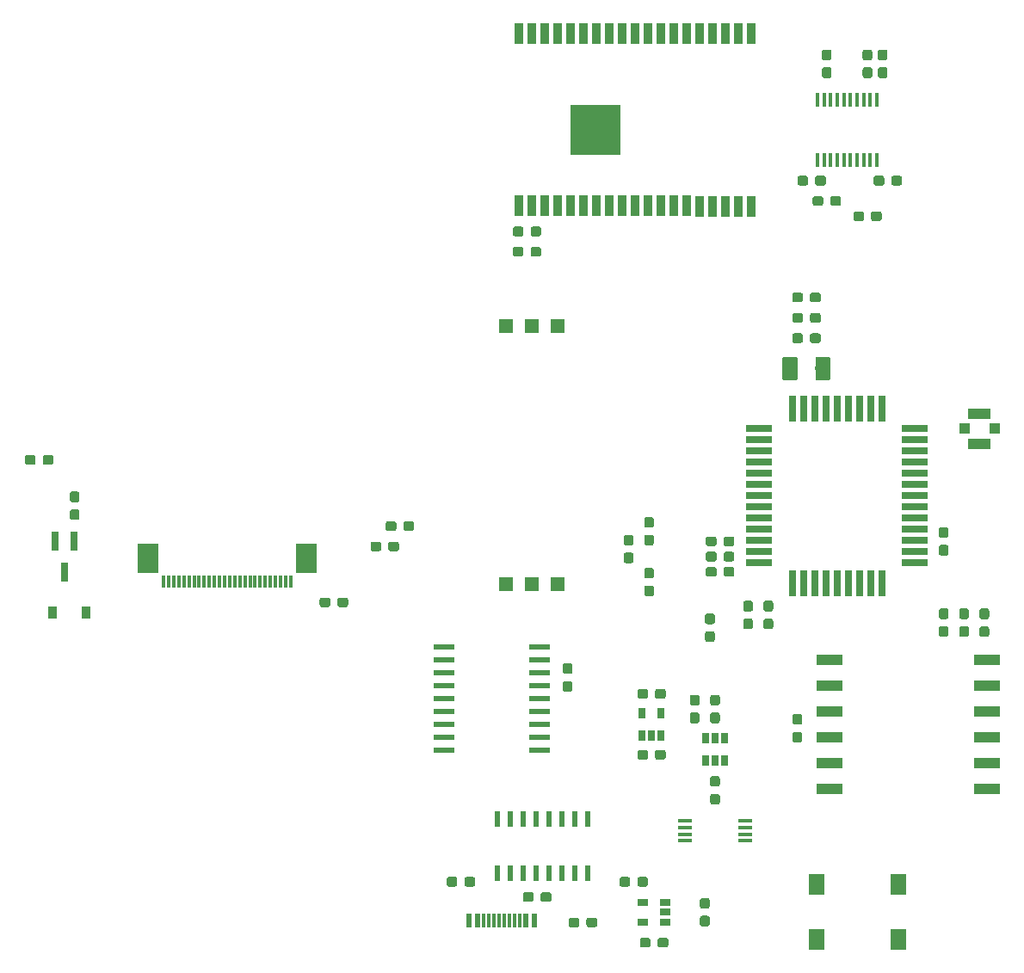
<source format=gbr>
G04 #@! TF.GenerationSoftware,KiCad,Pcbnew,(5.1.0-0)*
G04 #@! TF.CreationDate,2019-04-19T23:51:09-04:00*
G04 #@! TF.ProjectId,thingb-eval-hw,7468696e-6762-42d6-9576-616c2d68772e,rev?*
G04 #@! TF.SameCoordinates,Original*
G04 #@! TF.FileFunction,Paste,Top*
G04 #@! TF.FilePolarity,Positive*
%FSLAX46Y46*%
G04 Gerber Fmt 4.6, Leading zero omitted, Abs format (unit mm)*
G04 Created by KiCad (PCBNEW (5.1.0-0)) date 2019-04-19 23:51:09*
%MOMM*%
%LPD*%
G04 APERTURE LIST*
%ADD10R,0.900000X2.000000*%
%ADD11R,5.000000X5.000000*%
%ADD12R,0.300000X1.450000*%
%ADD13R,0.600000X1.450000*%
%ADD14R,2.200000X1.050000*%
%ADD15R,1.000000X1.000000*%
%ADD16C,0.100000*%
%ADD17C,0.950000*%
%ADD18C,1.500000*%
%ADD19R,1.350000X1.390000*%
%ADD20R,0.800000X1.900000*%
%ADD21R,1.450000X0.450000*%
%ADD22R,2.000000X0.600000*%
%ADD23R,0.650000X1.060000*%
%ADD24R,0.450000X1.450000*%
%ADD25R,2.000000X3.000000*%
%ADD26R,0.300000X1.250000*%
%ADD27R,2.500000X1.000000*%
%ADD28R,1.060000X0.650000*%
%ADD29R,0.600000X1.500000*%
%ADD30R,2.500000X0.700000*%
%ADD31R,0.700000X2.500000*%
%ADD32R,0.900000X1.200000*%
%ADD33R,1.600000X2.000000*%
G04 APERTURE END LIST*
D10*
X101745000Y-56500000D03*
X103015000Y-56500000D03*
X104285000Y-56500000D03*
X105555000Y-56500000D03*
X106825000Y-56500000D03*
X108095000Y-56500000D03*
X109365000Y-56500000D03*
X110635000Y-56500000D03*
X111905000Y-56500000D03*
X113175000Y-56500000D03*
X114445000Y-56500000D03*
X115715000Y-56500000D03*
X116985000Y-56500000D03*
X118255000Y-56500000D03*
X119525000Y-56491000D03*
X120795000Y-56491000D03*
X122065000Y-56491000D03*
X123335000Y-56491000D03*
X124605000Y-56491000D03*
X124605000Y-73509000D03*
X123335000Y-73509000D03*
X122065000Y-73509000D03*
X120795000Y-73509000D03*
X119525000Y-73509000D03*
X118255000Y-73500000D03*
X116985000Y-73500000D03*
X115715000Y-73500000D03*
X114445000Y-73500000D03*
X113175000Y-73500000D03*
X111905000Y-73500000D03*
X110635000Y-73500000D03*
X109365000Y-73500000D03*
X108095000Y-73500000D03*
X106825000Y-73500000D03*
X105555000Y-73500000D03*
X104285000Y-73500000D03*
X103015000Y-73500000D03*
X101745000Y-73500000D03*
D11*
X109245000Y-66000000D03*
D12*
X98750000Y-143775000D03*
X99250000Y-143775000D03*
X99750000Y-143775000D03*
X100250000Y-143775000D03*
X100750000Y-143775000D03*
X101250000Y-143775000D03*
X101750000Y-143775000D03*
X98250000Y-143775000D03*
D13*
X103200000Y-143775000D03*
X102400000Y-143775000D03*
X97600000Y-143775000D03*
X96800000Y-143775000D03*
D14*
X147025000Y-93925000D03*
X147025000Y-96875000D03*
D15*
X148525000Y-95400000D03*
X145525000Y-95400000D03*
D16*
G36*
X101935779Y-75526144D02*
G01*
X101958834Y-75529563D01*
X101981443Y-75535227D01*
X102003387Y-75543079D01*
X102024457Y-75553044D01*
X102044448Y-75565026D01*
X102063168Y-75578910D01*
X102080438Y-75594562D01*
X102096090Y-75611832D01*
X102109974Y-75630552D01*
X102121956Y-75650543D01*
X102131921Y-75671613D01*
X102139773Y-75693557D01*
X102145437Y-75716166D01*
X102148856Y-75739221D01*
X102150000Y-75762500D01*
X102150000Y-76237500D01*
X102148856Y-76260779D01*
X102145437Y-76283834D01*
X102139773Y-76306443D01*
X102131921Y-76328387D01*
X102121956Y-76349457D01*
X102109974Y-76369448D01*
X102096090Y-76388168D01*
X102080438Y-76405438D01*
X102063168Y-76421090D01*
X102044448Y-76434974D01*
X102024457Y-76446956D01*
X102003387Y-76456921D01*
X101981443Y-76464773D01*
X101958834Y-76470437D01*
X101935779Y-76473856D01*
X101912500Y-76475000D01*
X101337500Y-76475000D01*
X101314221Y-76473856D01*
X101291166Y-76470437D01*
X101268557Y-76464773D01*
X101246613Y-76456921D01*
X101225543Y-76446956D01*
X101205552Y-76434974D01*
X101186832Y-76421090D01*
X101169562Y-76405438D01*
X101153910Y-76388168D01*
X101140026Y-76369448D01*
X101128044Y-76349457D01*
X101118079Y-76328387D01*
X101110227Y-76306443D01*
X101104563Y-76283834D01*
X101101144Y-76260779D01*
X101100000Y-76237500D01*
X101100000Y-75762500D01*
X101101144Y-75739221D01*
X101104563Y-75716166D01*
X101110227Y-75693557D01*
X101118079Y-75671613D01*
X101128044Y-75650543D01*
X101140026Y-75630552D01*
X101153910Y-75611832D01*
X101169562Y-75594562D01*
X101186832Y-75578910D01*
X101205552Y-75565026D01*
X101225543Y-75553044D01*
X101246613Y-75543079D01*
X101268557Y-75535227D01*
X101291166Y-75529563D01*
X101314221Y-75526144D01*
X101337500Y-75525000D01*
X101912500Y-75525000D01*
X101935779Y-75526144D01*
X101935779Y-75526144D01*
G37*
D17*
X101625000Y-76000000D03*
D16*
G36*
X103685779Y-75526144D02*
G01*
X103708834Y-75529563D01*
X103731443Y-75535227D01*
X103753387Y-75543079D01*
X103774457Y-75553044D01*
X103794448Y-75565026D01*
X103813168Y-75578910D01*
X103830438Y-75594562D01*
X103846090Y-75611832D01*
X103859974Y-75630552D01*
X103871956Y-75650543D01*
X103881921Y-75671613D01*
X103889773Y-75693557D01*
X103895437Y-75716166D01*
X103898856Y-75739221D01*
X103900000Y-75762500D01*
X103900000Y-76237500D01*
X103898856Y-76260779D01*
X103895437Y-76283834D01*
X103889773Y-76306443D01*
X103881921Y-76328387D01*
X103871956Y-76349457D01*
X103859974Y-76369448D01*
X103846090Y-76388168D01*
X103830438Y-76405438D01*
X103813168Y-76421090D01*
X103794448Y-76434974D01*
X103774457Y-76446956D01*
X103753387Y-76456921D01*
X103731443Y-76464773D01*
X103708834Y-76470437D01*
X103685779Y-76473856D01*
X103662500Y-76475000D01*
X103087500Y-76475000D01*
X103064221Y-76473856D01*
X103041166Y-76470437D01*
X103018557Y-76464773D01*
X102996613Y-76456921D01*
X102975543Y-76446956D01*
X102955552Y-76434974D01*
X102936832Y-76421090D01*
X102919562Y-76405438D01*
X102903910Y-76388168D01*
X102890026Y-76369448D01*
X102878044Y-76349457D01*
X102868079Y-76328387D01*
X102860227Y-76306443D01*
X102854563Y-76283834D01*
X102851144Y-76260779D01*
X102850000Y-76237500D01*
X102850000Y-75762500D01*
X102851144Y-75739221D01*
X102854563Y-75716166D01*
X102860227Y-75693557D01*
X102868079Y-75671613D01*
X102878044Y-75650543D01*
X102890026Y-75630552D01*
X102903910Y-75611832D01*
X102919562Y-75594562D01*
X102936832Y-75578910D01*
X102955552Y-75565026D01*
X102975543Y-75553044D01*
X102996613Y-75543079D01*
X103018557Y-75535227D01*
X103041166Y-75529563D01*
X103064221Y-75526144D01*
X103087500Y-75525000D01*
X103662500Y-75525000D01*
X103685779Y-75526144D01*
X103685779Y-75526144D01*
G37*
D17*
X103375000Y-76000000D03*
D16*
G36*
X103685779Y-77526144D02*
G01*
X103708834Y-77529563D01*
X103731443Y-77535227D01*
X103753387Y-77543079D01*
X103774457Y-77553044D01*
X103794448Y-77565026D01*
X103813168Y-77578910D01*
X103830438Y-77594562D01*
X103846090Y-77611832D01*
X103859974Y-77630552D01*
X103871956Y-77650543D01*
X103881921Y-77671613D01*
X103889773Y-77693557D01*
X103895437Y-77716166D01*
X103898856Y-77739221D01*
X103900000Y-77762500D01*
X103900000Y-78237500D01*
X103898856Y-78260779D01*
X103895437Y-78283834D01*
X103889773Y-78306443D01*
X103881921Y-78328387D01*
X103871956Y-78349457D01*
X103859974Y-78369448D01*
X103846090Y-78388168D01*
X103830438Y-78405438D01*
X103813168Y-78421090D01*
X103794448Y-78434974D01*
X103774457Y-78446956D01*
X103753387Y-78456921D01*
X103731443Y-78464773D01*
X103708834Y-78470437D01*
X103685779Y-78473856D01*
X103662500Y-78475000D01*
X103087500Y-78475000D01*
X103064221Y-78473856D01*
X103041166Y-78470437D01*
X103018557Y-78464773D01*
X102996613Y-78456921D01*
X102975543Y-78446956D01*
X102955552Y-78434974D01*
X102936832Y-78421090D01*
X102919562Y-78405438D01*
X102903910Y-78388168D01*
X102890026Y-78369448D01*
X102878044Y-78349457D01*
X102868079Y-78328387D01*
X102860227Y-78306443D01*
X102854563Y-78283834D01*
X102851144Y-78260779D01*
X102850000Y-78237500D01*
X102850000Y-77762500D01*
X102851144Y-77739221D01*
X102854563Y-77716166D01*
X102860227Y-77693557D01*
X102868079Y-77671613D01*
X102878044Y-77650543D01*
X102890026Y-77630552D01*
X102903910Y-77611832D01*
X102919562Y-77594562D01*
X102936832Y-77578910D01*
X102955552Y-77565026D01*
X102975543Y-77553044D01*
X102996613Y-77543079D01*
X103018557Y-77535227D01*
X103041166Y-77529563D01*
X103064221Y-77526144D01*
X103087500Y-77525000D01*
X103662500Y-77525000D01*
X103685779Y-77526144D01*
X103685779Y-77526144D01*
G37*
D17*
X103375000Y-78000000D03*
D16*
G36*
X101935779Y-77526144D02*
G01*
X101958834Y-77529563D01*
X101981443Y-77535227D01*
X102003387Y-77543079D01*
X102024457Y-77553044D01*
X102044448Y-77565026D01*
X102063168Y-77578910D01*
X102080438Y-77594562D01*
X102096090Y-77611832D01*
X102109974Y-77630552D01*
X102121956Y-77650543D01*
X102131921Y-77671613D01*
X102139773Y-77693557D01*
X102145437Y-77716166D01*
X102148856Y-77739221D01*
X102150000Y-77762500D01*
X102150000Y-78237500D01*
X102148856Y-78260779D01*
X102145437Y-78283834D01*
X102139773Y-78306443D01*
X102131921Y-78328387D01*
X102121956Y-78349457D01*
X102109974Y-78369448D01*
X102096090Y-78388168D01*
X102080438Y-78405438D01*
X102063168Y-78421090D01*
X102044448Y-78434974D01*
X102024457Y-78446956D01*
X102003387Y-78456921D01*
X101981443Y-78464773D01*
X101958834Y-78470437D01*
X101935779Y-78473856D01*
X101912500Y-78475000D01*
X101337500Y-78475000D01*
X101314221Y-78473856D01*
X101291166Y-78470437D01*
X101268557Y-78464773D01*
X101246613Y-78456921D01*
X101225543Y-78446956D01*
X101205552Y-78434974D01*
X101186832Y-78421090D01*
X101169562Y-78405438D01*
X101153910Y-78388168D01*
X101140026Y-78369448D01*
X101128044Y-78349457D01*
X101118079Y-78328387D01*
X101110227Y-78306443D01*
X101104563Y-78283834D01*
X101101144Y-78260779D01*
X101100000Y-78237500D01*
X101100000Y-77762500D01*
X101101144Y-77739221D01*
X101104563Y-77716166D01*
X101110227Y-77693557D01*
X101118079Y-77671613D01*
X101128044Y-77650543D01*
X101140026Y-77630552D01*
X101153910Y-77611832D01*
X101169562Y-77594562D01*
X101186832Y-77578910D01*
X101205552Y-77565026D01*
X101225543Y-77553044D01*
X101246613Y-77543079D01*
X101268557Y-77535227D01*
X101291166Y-77529563D01*
X101314221Y-77526144D01*
X101337500Y-77525000D01*
X101912500Y-77525000D01*
X101935779Y-77526144D01*
X101935779Y-77526144D01*
G37*
D17*
X101625000Y-78000000D03*
D16*
G36*
X106760779Y-118501144D02*
G01*
X106783834Y-118504563D01*
X106806443Y-118510227D01*
X106828387Y-118518079D01*
X106849457Y-118528044D01*
X106869448Y-118540026D01*
X106888168Y-118553910D01*
X106905438Y-118569562D01*
X106921090Y-118586832D01*
X106934974Y-118605552D01*
X106946956Y-118625543D01*
X106956921Y-118646613D01*
X106964773Y-118668557D01*
X106970437Y-118691166D01*
X106973856Y-118714221D01*
X106975000Y-118737500D01*
X106975000Y-119312500D01*
X106973856Y-119335779D01*
X106970437Y-119358834D01*
X106964773Y-119381443D01*
X106956921Y-119403387D01*
X106946956Y-119424457D01*
X106934974Y-119444448D01*
X106921090Y-119463168D01*
X106905438Y-119480438D01*
X106888168Y-119496090D01*
X106869448Y-119509974D01*
X106849457Y-119521956D01*
X106828387Y-119531921D01*
X106806443Y-119539773D01*
X106783834Y-119545437D01*
X106760779Y-119548856D01*
X106737500Y-119550000D01*
X106262500Y-119550000D01*
X106239221Y-119548856D01*
X106216166Y-119545437D01*
X106193557Y-119539773D01*
X106171613Y-119531921D01*
X106150543Y-119521956D01*
X106130552Y-119509974D01*
X106111832Y-119496090D01*
X106094562Y-119480438D01*
X106078910Y-119463168D01*
X106065026Y-119444448D01*
X106053044Y-119424457D01*
X106043079Y-119403387D01*
X106035227Y-119381443D01*
X106029563Y-119358834D01*
X106026144Y-119335779D01*
X106025000Y-119312500D01*
X106025000Y-118737500D01*
X106026144Y-118714221D01*
X106029563Y-118691166D01*
X106035227Y-118668557D01*
X106043079Y-118646613D01*
X106053044Y-118625543D01*
X106065026Y-118605552D01*
X106078910Y-118586832D01*
X106094562Y-118569562D01*
X106111832Y-118553910D01*
X106130552Y-118540026D01*
X106150543Y-118528044D01*
X106171613Y-118518079D01*
X106193557Y-118510227D01*
X106216166Y-118504563D01*
X106239221Y-118501144D01*
X106262500Y-118500000D01*
X106737500Y-118500000D01*
X106760779Y-118501144D01*
X106760779Y-118501144D01*
G37*
D17*
X106500000Y-119025000D03*
D16*
G36*
X106760779Y-120251144D02*
G01*
X106783834Y-120254563D01*
X106806443Y-120260227D01*
X106828387Y-120268079D01*
X106849457Y-120278044D01*
X106869448Y-120290026D01*
X106888168Y-120303910D01*
X106905438Y-120319562D01*
X106921090Y-120336832D01*
X106934974Y-120355552D01*
X106946956Y-120375543D01*
X106956921Y-120396613D01*
X106964773Y-120418557D01*
X106970437Y-120441166D01*
X106973856Y-120464221D01*
X106975000Y-120487500D01*
X106975000Y-121062500D01*
X106973856Y-121085779D01*
X106970437Y-121108834D01*
X106964773Y-121131443D01*
X106956921Y-121153387D01*
X106946956Y-121174457D01*
X106934974Y-121194448D01*
X106921090Y-121213168D01*
X106905438Y-121230438D01*
X106888168Y-121246090D01*
X106869448Y-121259974D01*
X106849457Y-121271956D01*
X106828387Y-121281921D01*
X106806443Y-121289773D01*
X106783834Y-121295437D01*
X106760779Y-121298856D01*
X106737500Y-121300000D01*
X106262500Y-121300000D01*
X106239221Y-121298856D01*
X106216166Y-121295437D01*
X106193557Y-121289773D01*
X106171613Y-121281921D01*
X106150543Y-121271956D01*
X106130552Y-121259974D01*
X106111832Y-121246090D01*
X106094562Y-121230438D01*
X106078910Y-121213168D01*
X106065026Y-121194448D01*
X106053044Y-121174457D01*
X106043079Y-121153387D01*
X106035227Y-121131443D01*
X106029563Y-121108834D01*
X106026144Y-121085779D01*
X106025000Y-121062500D01*
X106025000Y-120487500D01*
X106026144Y-120464221D01*
X106029563Y-120441166D01*
X106035227Y-120418557D01*
X106043079Y-120396613D01*
X106053044Y-120375543D01*
X106065026Y-120355552D01*
X106078910Y-120336832D01*
X106094562Y-120319562D01*
X106111832Y-120303910D01*
X106130552Y-120290026D01*
X106150543Y-120278044D01*
X106171613Y-120268079D01*
X106193557Y-120260227D01*
X106216166Y-120254563D01*
X106239221Y-120251144D01*
X106262500Y-120250000D01*
X106737500Y-120250000D01*
X106760779Y-120251144D01*
X106760779Y-120251144D01*
G37*
D17*
X106500000Y-120775000D03*
D16*
G36*
X115935779Y-127026144D02*
G01*
X115958834Y-127029563D01*
X115981443Y-127035227D01*
X116003387Y-127043079D01*
X116024457Y-127053044D01*
X116044448Y-127065026D01*
X116063168Y-127078910D01*
X116080438Y-127094562D01*
X116096090Y-127111832D01*
X116109974Y-127130552D01*
X116121956Y-127150543D01*
X116131921Y-127171613D01*
X116139773Y-127193557D01*
X116145437Y-127216166D01*
X116148856Y-127239221D01*
X116150000Y-127262500D01*
X116150000Y-127737500D01*
X116148856Y-127760779D01*
X116145437Y-127783834D01*
X116139773Y-127806443D01*
X116131921Y-127828387D01*
X116121956Y-127849457D01*
X116109974Y-127869448D01*
X116096090Y-127888168D01*
X116080438Y-127905438D01*
X116063168Y-127921090D01*
X116044448Y-127934974D01*
X116024457Y-127946956D01*
X116003387Y-127956921D01*
X115981443Y-127964773D01*
X115958834Y-127970437D01*
X115935779Y-127973856D01*
X115912500Y-127975000D01*
X115337500Y-127975000D01*
X115314221Y-127973856D01*
X115291166Y-127970437D01*
X115268557Y-127964773D01*
X115246613Y-127956921D01*
X115225543Y-127946956D01*
X115205552Y-127934974D01*
X115186832Y-127921090D01*
X115169562Y-127905438D01*
X115153910Y-127888168D01*
X115140026Y-127869448D01*
X115128044Y-127849457D01*
X115118079Y-127828387D01*
X115110227Y-127806443D01*
X115104563Y-127783834D01*
X115101144Y-127760779D01*
X115100000Y-127737500D01*
X115100000Y-127262500D01*
X115101144Y-127239221D01*
X115104563Y-127216166D01*
X115110227Y-127193557D01*
X115118079Y-127171613D01*
X115128044Y-127150543D01*
X115140026Y-127130552D01*
X115153910Y-127111832D01*
X115169562Y-127094562D01*
X115186832Y-127078910D01*
X115205552Y-127065026D01*
X115225543Y-127053044D01*
X115246613Y-127043079D01*
X115268557Y-127035227D01*
X115291166Y-127029563D01*
X115314221Y-127026144D01*
X115337500Y-127025000D01*
X115912500Y-127025000D01*
X115935779Y-127026144D01*
X115935779Y-127026144D01*
G37*
D17*
X115625000Y-127500000D03*
D16*
G36*
X114185779Y-127026144D02*
G01*
X114208834Y-127029563D01*
X114231443Y-127035227D01*
X114253387Y-127043079D01*
X114274457Y-127053044D01*
X114294448Y-127065026D01*
X114313168Y-127078910D01*
X114330438Y-127094562D01*
X114346090Y-127111832D01*
X114359974Y-127130552D01*
X114371956Y-127150543D01*
X114381921Y-127171613D01*
X114389773Y-127193557D01*
X114395437Y-127216166D01*
X114398856Y-127239221D01*
X114400000Y-127262500D01*
X114400000Y-127737500D01*
X114398856Y-127760779D01*
X114395437Y-127783834D01*
X114389773Y-127806443D01*
X114381921Y-127828387D01*
X114371956Y-127849457D01*
X114359974Y-127869448D01*
X114346090Y-127888168D01*
X114330438Y-127905438D01*
X114313168Y-127921090D01*
X114294448Y-127934974D01*
X114274457Y-127946956D01*
X114253387Y-127956921D01*
X114231443Y-127964773D01*
X114208834Y-127970437D01*
X114185779Y-127973856D01*
X114162500Y-127975000D01*
X113587500Y-127975000D01*
X113564221Y-127973856D01*
X113541166Y-127970437D01*
X113518557Y-127964773D01*
X113496613Y-127956921D01*
X113475543Y-127946956D01*
X113455552Y-127934974D01*
X113436832Y-127921090D01*
X113419562Y-127905438D01*
X113403910Y-127888168D01*
X113390026Y-127869448D01*
X113378044Y-127849457D01*
X113368079Y-127828387D01*
X113360227Y-127806443D01*
X113354563Y-127783834D01*
X113351144Y-127760779D01*
X113350000Y-127737500D01*
X113350000Y-127262500D01*
X113351144Y-127239221D01*
X113354563Y-127216166D01*
X113360227Y-127193557D01*
X113368079Y-127171613D01*
X113378044Y-127150543D01*
X113390026Y-127130552D01*
X113403910Y-127111832D01*
X113419562Y-127094562D01*
X113436832Y-127078910D01*
X113455552Y-127065026D01*
X113475543Y-127053044D01*
X113496613Y-127043079D01*
X113518557Y-127035227D01*
X113541166Y-127029563D01*
X113564221Y-127026144D01*
X113587500Y-127025000D01*
X114162500Y-127025000D01*
X114185779Y-127026144D01*
X114185779Y-127026144D01*
G37*
D17*
X113875000Y-127500000D03*
D16*
G36*
X137760779Y-59851144D02*
G01*
X137783834Y-59854563D01*
X137806443Y-59860227D01*
X137828387Y-59868079D01*
X137849457Y-59878044D01*
X137869448Y-59890026D01*
X137888168Y-59903910D01*
X137905438Y-59919562D01*
X137921090Y-59936832D01*
X137934974Y-59955552D01*
X137946956Y-59975543D01*
X137956921Y-59996613D01*
X137964773Y-60018557D01*
X137970437Y-60041166D01*
X137973856Y-60064221D01*
X137975000Y-60087500D01*
X137975000Y-60662500D01*
X137973856Y-60685779D01*
X137970437Y-60708834D01*
X137964773Y-60731443D01*
X137956921Y-60753387D01*
X137946956Y-60774457D01*
X137934974Y-60794448D01*
X137921090Y-60813168D01*
X137905438Y-60830438D01*
X137888168Y-60846090D01*
X137869448Y-60859974D01*
X137849457Y-60871956D01*
X137828387Y-60881921D01*
X137806443Y-60889773D01*
X137783834Y-60895437D01*
X137760779Y-60898856D01*
X137737500Y-60900000D01*
X137262500Y-60900000D01*
X137239221Y-60898856D01*
X137216166Y-60895437D01*
X137193557Y-60889773D01*
X137171613Y-60881921D01*
X137150543Y-60871956D01*
X137130552Y-60859974D01*
X137111832Y-60846090D01*
X137094562Y-60830438D01*
X137078910Y-60813168D01*
X137065026Y-60794448D01*
X137053044Y-60774457D01*
X137043079Y-60753387D01*
X137035227Y-60731443D01*
X137029563Y-60708834D01*
X137026144Y-60685779D01*
X137025000Y-60662500D01*
X137025000Y-60087500D01*
X137026144Y-60064221D01*
X137029563Y-60041166D01*
X137035227Y-60018557D01*
X137043079Y-59996613D01*
X137053044Y-59975543D01*
X137065026Y-59955552D01*
X137078910Y-59936832D01*
X137094562Y-59919562D01*
X137111832Y-59903910D01*
X137130552Y-59890026D01*
X137150543Y-59878044D01*
X137171613Y-59868079D01*
X137193557Y-59860227D01*
X137216166Y-59854563D01*
X137239221Y-59851144D01*
X137262500Y-59850000D01*
X137737500Y-59850000D01*
X137760779Y-59851144D01*
X137760779Y-59851144D01*
G37*
D17*
X137500000Y-60375000D03*
D16*
G36*
X137760779Y-58101144D02*
G01*
X137783834Y-58104563D01*
X137806443Y-58110227D01*
X137828387Y-58118079D01*
X137849457Y-58128044D01*
X137869448Y-58140026D01*
X137888168Y-58153910D01*
X137905438Y-58169562D01*
X137921090Y-58186832D01*
X137934974Y-58205552D01*
X137946956Y-58225543D01*
X137956921Y-58246613D01*
X137964773Y-58268557D01*
X137970437Y-58291166D01*
X137973856Y-58314221D01*
X137975000Y-58337500D01*
X137975000Y-58912500D01*
X137973856Y-58935779D01*
X137970437Y-58958834D01*
X137964773Y-58981443D01*
X137956921Y-59003387D01*
X137946956Y-59024457D01*
X137934974Y-59044448D01*
X137921090Y-59063168D01*
X137905438Y-59080438D01*
X137888168Y-59096090D01*
X137869448Y-59109974D01*
X137849457Y-59121956D01*
X137828387Y-59131921D01*
X137806443Y-59139773D01*
X137783834Y-59145437D01*
X137760779Y-59148856D01*
X137737500Y-59150000D01*
X137262500Y-59150000D01*
X137239221Y-59148856D01*
X137216166Y-59145437D01*
X137193557Y-59139773D01*
X137171613Y-59131921D01*
X137150543Y-59121956D01*
X137130552Y-59109974D01*
X137111832Y-59096090D01*
X137094562Y-59080438D01*
X137078910Y-59063168D01*
X137065026Y-59044448D01*
X137053044Y-59024457D01*
X137043079Y-59003387D01*
X137035227Y-58981443D01*
X137029563Y-58958834D01*
X137026144Y-58935779D01*
X137025000Y-58912500D01*
X137025000Y-58337500D01*
X137026144Y-58314221D01*
X137029563Y-58291166D01*
X137035227Y-58268557D01*
X137043079Y-58246613D01*
X137053044Y-58225543D01*
X137065026Y-58205552D01*
X137078910Y-58186832D01*
X137094562Y-58169562D01*
X137111832Y-58153910D01*
X137130552Y-58140026D01*
X137150543Y-58128044D01*
X137171613Y-58118079D01*
X137193557Y-58110227D01*
X137216166Y-58104563D01*
X137239221Y-58101144D01*
X137262500Y-58100000D01*
X137737500Y-58100000D01*
X137760779Y-58101144D01*
X137760779Y-58101144D01*
G37*
D17*
X137500000Y-58625000D03*
D16*
G36*
X114185779Y-121026144D02*
G01*
X114208834Y-121029563D01*
X114231443Y-121035227D01*
X114253387Y-121043079D01*
X114274457Y-121053044D01*
X114294448Y-121065026D01*
X114313168Y-121078910D01*
X114330438Y-121094562D01*
X114346090Y-121111832D01*
X114359974Y-121130552D01*
X114371956Y-121150543D01*
X114381921Y-121171613D01*
X114389773Y-121193557D01*
X114395437Y-121216166D01*
X114398856Y-121239221D01*
X114400000Y-121262500D01*
X114400000Y-121737500D01*
X114398856Y-121760779D01*
X114395437Y-121783834D01*
X114389773Y-121806443D01*
X114381921Y-121828387D01*
X114371956Y-121849457D01*
X114359974Y-121869448D01*
X114346090Y-121888168D01*
X114330438Y-121905438D01*
X114313168Y-121921090D01*
X114294448Y-121934974D01*
X114274457Y-121946956D01*
X114253387Y-121956921D01*
X114231443Y-121964773D01*
X114208834Y-121970437D01*
X114185779Y-121973856D01*
X114162500Y-121975000D01*
X113587500Y-121975000D01*
X113564221Y-121973856D01*
X113541166Y-121970437D01*
X113518557Y-121964773D01*
X113496613Y-121956921D01*
X113475543Y-121946956D01*
X113455552Y-121934974D01*
X113436832Y-121921090D01*
X113419562Y-121905438D01*
X113403910Y-121888168D01*
X113390026Y-121869448D01*
X113378044Y-121849457D01*
X113368079Y-121828387D01*
X113360227Y-121806443D01*
X113354563Y-121783834D01*
X113351144Y-121760779D01*
X113350000Y-121737500D01*
X113350000Y-121262500D01*
X113351144Y-121239221D01*
X113354563Y-121216166D01*
X113360227Y-121193557D01*
X113368079Y-121171613D01*
X113378044Y-121150543D01*
X113390026Y-121130552D01*
X113403910Y-121111832D01*
X113419562Y-121094562D01*
X113436832Y-121078910D01*
X113455552Y-121065026D01*
X113475543Y-121053044D01*
X113496613Y-121043079D01*
X113518557Y-121035227D01*
X113541166Y-121029563D01*
X113564221Y-121026144D01*
X113587500Y-121025000D01*
X114162500Y-121025000D01*
X114185779Y-121026144D01*
X114185779Y-121026144D01*
G37*
D17*
X113875000Y-121500000D03*
D16*
G36*
X115935779Y-121026144D02*
G01*
X115958834Y-121029563D01*
X115981443Y-121035227D01*
X116003387Y-121043079D01*
X116024457Y-121053044D01*
X116044448Y-121065026D01*
X116063168Y-121078910D01*
X116080438Y-121094562D01*
X116096090Y-121111832D01*
X116109974Y-121130552D01*
X116121956Y-121150543D01*
X116131921Y-121171613D01*
X116139773Y-121193557D01*
X116145437Y-121216166D01*
X116148856Y-121239221D01*
X116150000Y-121262500D01*
X116150000Y-121737500D01*
X116148856Y-121760779D01*
X116145437Y-121783834D01*
X116139773Y-121806443D01*
X116131921Y-121828387D01*
X116121956Y-121849457D01*
X116109974Y-121869448D01*
X116096090Y-121888168D01*
X116080438Y-121905438D01*
X116063168Y-121921090D01*
X116044448Y-121934974D01*
X116024457Y-121946956D01*
X116003387Y-121956921D01*
X115981443Y-121964773D01*
X115958834Y-121970437D01*
X115935779Y-121973856D01*
X115912500Y-121975000D01*
X115337500Y-121975000D01*
X115314221Y-121973856D01*
X115291166Y-121970437D01*
X115268557Y-121964773D01*
X115246613Y-121956921D01*
X115225543Y-121946956D01*
X115205552Y-121934974D01*
X115186832Y-121921090D01*
X115169562Y-121905438D01*
X115153910Y-121888168D01*
X115140026Y-121869448D01*
X115128044Y-121849457D01*
X115118079Y-121828387D01*
X115110227Y-121806443D01*
X115104563Y-121783834D01*
X115101144Y-121760779D01*
X115100000Y-121737500D01*
X115100000Y-121262500D01*
X115101144Y-121239221D01*
X115104563Y-121216166D01*
X115110227Y-121193557D01*
X115118079Y-121171613D01*
X115128044Y-121150543D01*
X115140026Y-121130552D01*
X115153910Y-121111832D01*
X115169562Y-121094562D01*
X115186832Y-121078910D01*
X115205552Y-121065026D01*
X115225543Y-121053044D01*
X115246613Y-121043079D01*
X115268557Y-121035227D01*
X115291166Y-121029563D01*
X115314221Y-121026144D01*
X115337500Y-121025000D01*
X115912500Y-121025000D01*
X115935779Y-121026144D01*
X115935779Y-121026144D01*
G37*
D17*
X115625000Y-121500000D03*
D16*
G36*
X139185779Y-70526144D02*
G01*
X139208834Y-70529563D01*
X139231443Y-70535227D01*
X139253387Y-70543079D01*
X139274457Y-70553044D01*
X139294448Y-70565026D01*
X139313168Y-70578910D01*
X139330438Y-70594562D01*
X139346090Y-70611832D01*
X139359974Y-70630552D01*
X139371956Y-70650543D01*
X139381921Y-70671613D01*
X139389773Y-70693557D01*
X139395437Y-70716166D01*
X139398856Y-70739221D01*
X139400000Y-70762500D01*
X139400000Y-71237500D01*
X139398856Y-71260779D01*
X139395437Y-71283834D01*
X139389773Y-71306443D01*
X139381921Y-71328387D01*
X139371956Y-71349457D01*
X139359974Y-71369448D01*
X139346090Y-71388168D01*
X139330438Y-71405438D01*
X139313168Y-71421090D01*
X139294448Y-71434974D01*
X139274457Y-71446956D01*
X139253387Y-71456921D01*
X139231443Y-71464773D01*
X139208834Y-71470437D01*
X139185779Y-71473856D01*
X139162500Y-71475000D01*
X138587500Y-71475000D01*
X138564221Y-71473856D01*
X138541166Y-71470437D01*
X138518557Y-71464773D01*
X138496613Y-71456921D01*
X138475543Y-71446956D01*
X138455552Y-71434974D01*
X138436832Y-71421090D01*
X138419562Y-71405438D01*
X138403910Y-71388168D01*
X138390026Y-71369448D01*
X138378044Y-71349457D01*
X138368079Y-71328387D01*
X138360227Y-71306443D01*
X138354563Y-71283834D01*
X138351144Y-71260779D01*
X138350000Y-71237500D01*
X138350000Y-70762500D01*
X138351144Y-70739221D01*
X138354563Y-70716166D01*
X138360227Y-70693557D01*
X138368079Y-70671613D01*
X138378044Y-70650543D01*
X138390026Y-70630552D01*
X138403910Y-70611832D01*
X138419562Y-70594562D01*
X138436832Y-70578910D01*
X138455552Y-70565026D01*
X138475543Y-70553044D01*
X138496613Y-70543079D01*
X138518557Y-70535227D01*
X138541166Y-70529563D01*
X138564221Y-70526144D01*
X138587500Y-70525000D01*
X139162500Y-70525000D01*
X139185779Y-70526144D01*
X139185779Y-70526144D01*
G37*
D17*
X138875000Y-71000000D03*
D16*
G36*
X137435779Y-70526144D02*
G01*
X137458834Y-70529563D01*
X137481443Y-70535227D01*
X137503387Y-70543079D01*
X137524457Y-70553044D01*
X137544448Y-70565026D01*
X137563168Y-70578910D01*
X137580438Y-70594562D01*
X137596090Y-70611832D01*
X137609974Y-70630552D01*
X137621956Y-70650543D01*
X137631921Y-70671613D01*
X137639773Y-70693557D01*
X137645437Y-70716166D01*
X137648856Y-70739221D01*
X137650000Y-70762500D01*
X137650000Y-71237500D01*
X137648856Y-71260779D01*
X137645437Y-71283834D01*
X137639773Y-71306443D01*
X137631921Y-71328387D01*
X137621956Y-71349457D01*
X137609974Y-71369448D01*
X137596090Y-71388168D01*
X137580438Y-71405438D01*
X137563168Y-71421090D01*
X137544448Y-71434974D01*
X137524457Y-71446956D01*
X137503387Y-71456921D01*
X137481443Y-71464773D01*
X137458834Y-71470437D01*
X137435779Y-71473856D01*
X137412500Y-71475000D01*
X136837500Y-71475000D01*
X136814221Y-71473856D01*
X136791166Y-71470437D01*
X136768557Y-71464773D01*
X136746613Y-71456921D01*
X136725543Y-71446956D01*
X136705552Y-71434974D01*
X136686832Y-71421090D01*
X136669562Y-71405438D01*
X136653910Y-71388168D01*
X136640026Y-71369448D01*
X136628044Y-71349457D01*
X136618079Y-71328387D01*
X136610227Y-71306443D01*
X136604563Y-71283834D01*
X136601144Y-71260779D01*
X136600000Y-71237500D01*
X136600000Y-70762500D01*
X136601144Y-70739221D01*
X136604563Y-70716166D01*
X136610227Y-70693557D01*
X136618079Y-70671613D01*
X136628044Y-70650543D01*
X136640026Y-70630552D01*
X136653910Y-70611832D01*
X136669562Y-70594562D01*
X136686832Y-70578910D01*
X136705552Y-70565026D01*
X136725543Y-70553044D01*
X136746613Y-70543079D01*
X136768557Y-70535227D01*
X136791166Y-70529563D01*
X136814221Y-70526144D01*
X136837500Y-70525000D01*
X137412500Y-70525000D01*
X137435779Y-70526144D01*
X137435779Y-70526144D01*
G37*
D17*
X137125000Y-71000000D03*
D16*
G36*
X82935779Y-112026144D02*
G01*
X82958834Y-112029563D01*
X82981443Y-112035227D01*
X83003387Y-112043079D01*
X83024457Y-112053044D01*
X83044448Y-112065026D01*
X83063168Y-112078910D01*
X83080438Y-112094562D01*
X83096090Y-112111832D01*
X83109974Y-112130552D01*
X83121956Y-112150543D01*
X83131921Y-112171613D01*
X83139773Y-112193557D01*
X83145437Y-112216166D01*
X83148856Y-112239221D01*
X83150000Y-112262500D01*
X83150000Y-112737500D01*
X83148856Y-112760779D01*
X83145437Y-112783834D01*
X83139773Y-112806443D01*
X83131921Y-112828387D01*
X83121956Y-112849457D01*
X83109974Y-112869448D01*
X83096090Y-112888168D01*
X83080438Y-112905438D01*
X83063168Y-112921090D01*
X83044448Y-112934974D01*
X83024457Y-112946956D01*
X83003387Y-112956921D01*
X82981443Y-112964773D01*
X82958834Y-112970437D01*
X82935779Y-112973856D01*
X82912500Y-112975000D01*
X82337500Y-112975000D01*
X82314221Y-112973856D01*
X82291166Y-112970437D01*
X82268557Y-112964773D01*
X82246613Y-112956921D01*
X82225543Y-112946956D01*
X82205552Y-112934974D01*
X82186832Y-112921090D01*
X82169562Y-112905438D01*
X82153910Y-112888168D01*
X82140026Y-112869448D01*
X82128044Y-112849457D01*
X82118079Y-112828387D01*
X82110227Y-112806443D01*
X82104563Y-112783834D01*
X82101144Y-112760779D01*
X82100000Y-112737500D01*
X82100000Y-112262500D01*
X82101144Y-112239221D01*
X82104563Y-112216166D01*
X82110227Y-112193557D01*
X82118079Y-112171613D01*
X82128044Y-112150543D01*
X82140026Y-112130552D01*
X82153910Y-112111832D01*
X82169562Y-112094562D01*
X82186832Y-112078910D01*
X82205552Y-112065026D01*
X82225543Y-112053044D01*
X82246613Y-112043079D01*
X82268557Y-112035227D01*
X82291166Y-112029563D01*
X82314221Y-112026144D01*
X82337500Y-112025000D01*
X82912500Y-112025000D01*
X82935779Y-112026144D01*
X82935779Y-112026144D01*
G37*
D17*
X82625000Y-112500000D03*
D16*
G36*
X84685779Y-112026144D02*
G01*
X84708834Y-112029563D01*
X84731443Y-112035227D01*
X84753387Y-112043079D01*
X84774457Y-112053044D01*
X84794448Y-112065026D01*
X84813168Y-112078910D01*
X84830438Y-112094562D01*
X84846090Y-112111832D01*
X84859974Y-112130552D01*
X84871956Y-112150543D01*
X84881921Y-112171613D01*
X84889773Y-112193557D01*
X84895437Y-112216166D01*
X84898856Y-112239221D01*
X84900000Y-112262500D01*
X84900000Y-112737500D01*
X84898856Y-112760779D01*
X84895437Y-112783834D01*
X84889773Y-112806443D01*
X84881921Y-112828387D01*
X84871956Y-112849457D01*
X84859974Y-112869448D01*
X84846090Y-112888168D01*
X84830438Y-112905438D01*
X84813168Y-112921090D01*
X84794448Y-112934974D01*
X84774457Y-112946956D01*
X84753387Y-112956921D01*
X84731443Y-112964773D01*
X84708834Y-112970437D01*
X84685779Y-112973856D01*
X84662500Y-112975000D01*
X84087500Y-112975000D01*
X84064221Y-112973856D01*
X84041166Y-112970437D01*
X84018557Y-112964773D01*
X83996613Y-112956921D01*
X83975543Y-112946956D01*
X83955552Y-112934974D01*
X83936832Y-112921090D01*
X83919562Y-112905438D01*
X83903910Y-112888168D01*
X83890026Y-112869448D01*
X83878044Y-112849457D01*
X83868079Y-112828387D01*
X83860227Y-112806443D01*
X83854563Y-112783834D01*
X83851144Y-112760779D01*
X83850000Y-112737500D01*
X83850000Y-112262500D01*
X83851144Y-112239221D01*
X83854563Y-112216166D01*
X83860227Y-112193557D01*
X83868079Y-112171613D01*
X83878044Y-112150543D01*
X83890026Y-112130552D01*
X83903910Y-112111832D01*
X83919562Y-112094562D01*
X83936832Y-112078910D01*
X83955552Y-112065026D01*
X83975543Y-112053044D01*
X83996613Y-112043079D01*
X84018557Y-112035227D01*
X84041166Y-112029563D01*
X84064221Y-112026144D01*
X84087500Y-112025000D01*
X84662500Y-112025000D01*
X84685779Y-112026144D01*
X84685779Y-112026144D01*
G37*
D17*
X84375000Y-112500000D03*
D16*
G36*
X147760779Y-113101144D02*
G01*
X147783834Y-113104563D01*
X147806443Y-113110227D01*
X147828387Y-113118079D01*
X147849457Y-113128044D01*
X147869448Y-113140026D01*
X147888168Y-113153910D01*
X147905438Y-113169562D01*
X147921090Y-113186832D01*
X147934974Y-113205552D01*
X147946956Y-113225543D01*
X147956921Y-113246613D01*
X147964773Y-113268557D01*
X147970437Y-113291166D01*
X147973856Y-113314221D01*
X147975000Y-113337500D01*
X147975000Y-113912500D01*
X147973856Y-113935779D01*
X147970437Y-113958834D01*
X147964773Y-113981443D01*
X147956921Y-114003387D01*
X147946956Y-114024457D01*
X147934974Y-114044448D01*
X147921090Y-114063168D01*
X147905438Y-114080438D01*
X147888168Y-114096090D01*
X147869448Y-114109974D01*
X147849457Y-114121956D01*
X147828387Y-114131921D01*
X147806443Y-114139773D01*
X147783834Y-114145437D01*
X147760779Y-114148856D01*
X147737500Y-114150000D01*
X147262500Y-114150000D01*
X147239221Y-114148856D01*
X147216166Y-114145437D01*
X147193557Y-114139773D01*
X147171613Y-114131921D01*
X147150543Y-114121956D01*
X147130552Y-114109974D01*
X147111832Y-114096090D01*
X147094562Y-114080438D01*
X147078910Y-114063168D01*
X147065026Y-114044448D01*
X147053044Y-114024457D01*
X147043079Y-114003387D01*
X147035227Y-113981443D01*
X147029563Y-113958834D01*
X147026144Y-113935779D01*
X147025000Y-113912500D01*
X147025000Y-113337500D01*
X147026144Y-113314221D01*
X147029563Y-113291166D01*
X147035227Y-113268557D01*
X147043079Y-113246613D01*
X147053044Y-113225543D01*
X147065026Y-113205552D01*
X147078910Y-113186832D01*
X147094562Y-113169562D01*
X147111832Y-113153910D01*
X147130552Y-113140026D01*
X147150543Y-113128044D01*
X147171613Y-113118079D01*
X147193557Y-113110227D01*
X147216166Y-113104563D01*
X147239221Y-113101144D01*
X147262500Y-113100000D01*
X147737500Y-113100000D01*
X147760779Y-113101144D01*
X147760779Y-113101144D01*
G37*
D17*
X147500000Y-113625000D03*
D16*
G36*
X147760779Y-114851144D02*
G01*
X147783834Y-114854563D01*
X147806443Y-114860227D01*
X147828387Y-114868079D01*
X147849457Y-114878044D01*
X147869448Y-114890026D01*
X147888168Y-114903910D01*
X147905438Y-114919562D01*
X147921090Y-114936832D01*
X147934974Y-114955552D01*
X147946956Y-114975543D01*
X147956921Y-114996613D01*
X147964773Y-115018557D01*
X147970437Y-115041166D01*
X147973856Y-115064221D01*
X147975000Y-115087500D01*
X147975000Y-115662500D01*
X147973856Y-115685779D01*
X147970437Y-115708834D01*
X147964773Y-115731443D01*
X147956921Y-115753387D01*
X147946956Y-115774457D01*
X147934974Y-115794448D01*
X147921090Y-115813168D01*
X147905438Y-115830438D01*
X147888168Y-115846090D01*
X147869448Y-115859974D01*
X147849457Y-115871956D01*
X147828387Y-115881921D01*
X147806443Y-115889773D01*
X147783834Y-115895437D01*
X147760779Y-115898856D01*
X147737500Y-115900000D01*
X147262500Y-115900000D01*
X147239221Y-115898856D01*
X147216166Y-115895437D01*
X147193557Y-115889773D01*
X147171613Y-115881921D01*
X147150543Y-115871956D01*
X147130552Y-115859974D01*
X147111832Y-115846090D01*
X147094562Y-115830438D01*
X147078910Y-115813168D01*
X147065026Y-115794448D01*
X147053044Y-115774457D01*
X147043079Y-115753387D01*
X147035227Y-115731443D01*
X147029563Y-115708834D01*
X147026144Y-115685779D01*
X147025000Y-115662500D01*
X147025000Y-115087500D01*
X147026144Y-115064221D01*
X147029563Y-115041166D01*
X147035227Y-115018557D01*
X147043079Y-114996613D01*
X147053044Y-114975543D01*
X147065026Y-114955552D01*
X147078910Y-114936832D01*
X147094562Y-114919562D01*
X147111832Y-114903910D01*
X147130552Y-114890026D01*
X147150543Y-114878044D01*
X147171613Y-114868079D01*
X147193557Y-114860227D01*
X147216166Y-114854563D01*
X147239221Y-114851144D01*
X147262500Y-114850000D01*
X147737500Y-114850000D01*
X147760779Y-114851144D01*
X147760779Y-114851144D01*
G37*
D17*
X147500000Y-115375000D03*
D16*
G36*
X145760779Y-113101144D02*
G01*
X145783834Y-113104563D01*
X145806443Y-113110227D01*
X145828387Y-113118079D01*
X145849457Y-113128044D01*
X145869448Y-113140026D01*
X145888168Y-113153910D01*
X145905438Y-113169562D01*
X145921090Y-113186832D01*
X145934974Y-113205552D01*
X145946956Y-113225543D01*
X145956921Y-113246613D01*
X145964773Y-113268557D01*
X145970437Y-113291166D01*
X145973856Y-113314221D01*
X145975000Y-113337500D01*
X145975000Y-113912500D01*
X145973856Y-113935779D01*
X145970437Y-113958834D01*
X145964773Y-113981443D01*
X145956921Y-114003387D01*
X145946956Y-114024457D01*
X145934974Y-114044448D01*
X145921090Y-114063168D01*
X145905438Y-114080438D01*
X145888168Y-114096090D01*
X145869448Y-114109974D01*
X145849457Y-114121956D01*
X145828387Y-114131921D01*
X145806443Y-114139773D01*
X145783834Y-114145437D01*
X145760779Y-114148856D01*
X145737500Y-114150000D01*
X145262500Y-114150000D01*
X145239221Y-114148856D01*
X145216166Y-114145437D01*
X145193557Y-114139773D01*
X145171613Y-114131921D01*
X145150543Y-114121956D01*
X145130552Y-114109974D01*
X145111832Y-114096090D01*
X145094562Y-114080438D01*
X145078910Y-114063168D01*
X145065026Y-114044448D01*
X145053044Y-114024457D01*
X145043079Y-114003387D01*
X145035227Y-113981443D01*
X145029563Y-113958834D01*
X145026144Y-113935779D01*
X145025000Y-113912500D01*
X145025000Y-113337500D01*
X145026144Y-113314221D01*
X145029563Y-113291166D01*
X145035227Y-113268557D01*
X145043079Y-113246613D01*
X145053044Y-113225543D01*
X145065026Y-113205552D01*
X145078910Y-113186832D01*
X145094562Y-113169562D01*
X145111832Y-113153910D01*
X145130552Y-113140026D01*
X145150543Y-113128044D01*
X145171613Y-113118079D01*
X145193557Y-113110227D01*
X145216166Y-113104563D01*
X145239221Y-113101144D01*
X145262500Y-113100000D01*
X145737500Y-113100000D01*
X145760779Y-113101144D01*
X145760779Y-113101144D01*
G37*
D17*
X145500000Y-113625000D03*
D16*
G36*
X145760779Y-114851144D02*
G01*
X145783834Y-114854563D01*
X145806443Y-114860227D01*
X145828387Y-114868079D01*
X145849457Y-114878044D01*
X145869448Y-114890026D01*
X145888168Y-114903910D01*
X145905438Y-114919562D01*
X145921090Y-114936832D01*
X145934974Y-114955552D01*
X145946956Y-114975543D01*
X145956921Y-114996613D01*
X145964773Y-115018557D01*
X145970437Y-115041166D01*
X145973856Y-115064221D01*
X145975000Y-115087500D01*
X145975000Y-115662500D01*
X145973856Y-115685779D01*
X145970437Y-115708834D01*
X145964773Y-115731443D01*
X145956921Y-115753387D01*
X145946956Y-115774457D01*
X145934974Y-115794448D01*
X145921090Y-115813168D01*
X145905438Y-115830438D01*
X145888168Y-115846090D01*
X145869448Y-115859974D01*
X145849457Y-115871956D01*
X145828387Y-115881921D01*
X145806443Y-115889773D01*
X145783834Y-115895437D01*
X145760779Y-115898856D01*
X145737500Y-115900000D01*
X145262500Y-115900000D01*
X145239221Y-115898856D01*
X145216166Y-115895437D01*
X145193557Y-115889773D01*
X145171613Y-115881921D01*
X145150543Y-115871956D01*
X145130552Y-115859974D01*
X145111832Y-115846090D01*
X145094562Y-115830438D01*
X145078910Y-115813168D01*
X145065026Y-115794448D01*
X145053044Y-115774457D01*
X145043079Y-115753387D01*
X145035227Y-115731443D01*
X145029563Y-115708834D01*
X145026144Y-115685779D01*
X145025000Y-115662500D01*
X145025000Y-115087500D01*
X145026144Y-115064221D01*
X145029563Y-115041166D01*
X145035227Y-115018557D01*
X145043079Y-114996613D01*
X145053044Y-114975543D01*
X145065026Y-114955552D01*
X145078910Y-114936832D01*
X145094562Y-114919562D01*
X145111832Y-114903910D01*
X145130552Y-114890026D01*
X145150543Y-114878044D01*
X145171613Y-114868079D01*
X145193557Y-114860227D01*
X145216166Y-114854563D01*
X145239221Y-114851144D01*
X145262500Y-114850000D01*
X145737500Y-114850000D01*
X145760779Y-114851144D01*
X145760779Y-114851144D01*
G37*
D17*
X145500000Y-115375000D03*
D16*
G36*
X143760779Y-113101144D02*
G01*
X143783834Y-113104563D01*
X143806443Y-113110227D01*
X143828387Y-113118079D01*
X143849457Y-113128044D01*
X143869448Y-113140026D01*
X143888168Y-113153910D01*
X143905438Y-113169562D01*
X143921090Y-113186832D01*
X143934974Y-113205552D01*
X143946956Y-113225543D01*
X143956921Y-113246613D01*
X143964773Y-113268557D01*
X143970437Y-113291166D01*
X143973856Y-113314221D01*
X143975000Y-113337500D01*
X143975000Y-113912500D01*
X143973856Y-113935779D01*
X143970437Y-113958834D01*
X143964773Y-113981443D01*
X143956921Y-114003387D01*
X143946956Y-114024457D01*
X143934974Y-114044448D01*
X143921090Y-114063168D01*
X143905438Y-114080438D01*
X143888168Y-114096090D01*
X143869448Y-114109974D01*
X143849457Y-114121956D01*
X143828387Y-114131921D01*
X143806443Y-114139773D01*
X143783834Y-114145437D01*
X143760779Y-114148856D01*
X143737500Y-114150000D01*
X143262500Y-114150000D01*
X143239221Y-114148856D01*
X143216166Y-114145437D01*
X143193557Y-114139773D01*
X143171613Y-114131921D01*
X143150543Y-114121956D01*
X143130552Y-114109974D01*
X143111832Y-114096090D01*
X143094562Y-114080438D01*
X143078910Y-114063168D01*
X143065026Y-114044448D01*
X143053044Y-114024457D01*
X143043079Y-114003387D01*
X143035227Y-113981443D01*
X143029563Y-113958834D01*
X143026144Y-113935779D01*
X143025000Y-113912500D01*
X143025000Y-113337500D01*
X143026144Y-113314221D01*
X143029563Y-113291166D01*
X143035227Y-113268557D01*
X143043079Y-113246613D01*
X143053044Y-113225543D01*
X143065026Y-113205552D01*
X143078910Y-113186832D01*
X143094562Y-113169562D01*
X143111832Y-113153910D01*
X143130552Y-113140026D01*
X143150543Y-113128044D01*
X143171613Y-113118079D01*
X143193557Y-113110227D01*
X143216166Y-113104563D01*
X143239221Y-113101144D01*
X143262500Y-113100000D01*
X143737500Y-113100000D01*
X143760779Y-113101144D01*
X143760779Y-113101144D01*
G37*
D17*
X143500000Y-113625000D03*
D16*
G36*
X143760779Y-114851144D02*
G01*
X143783834Y-114854563D01*
X143806443Y-114860227D01*
X143828387Y-114868079D01*
X143849457Y-114878044D01*
X143869448Y-114890026D01*
X143888168Y-114903910D01*
X143905438Y-114919562D01*
X143921090Y-114936832D01*
X143934974Y-114955552D01*
X143946956Y-114975543D01*
X143956921Y-114996613D01*
X143964773Y-115018557D01*
X143970437Y-115041166D01*
X143973856Y-115064221D01*
X143975000Y-115087500D01*
X143975000Y-115662500D01*
X143973856Y-115685779D01*
X143970437Y-115708834D01*
X143964773Y-115731443D01*
X143956921Y-115753387D01*
X143946956Y-115774457D01*
X143934974Y-115794448D01*
X143921090Y-115813168D01*
X143905438Y-115830438D01*
X143888168Y-115846090D01*
X143869448Y-115859974D01*
X143849457Y-115871956D01*
X143828387Y-115881921D01*
X143806443Y-115889773D01*
X143783834Y-115895437D01*
X143760779Y-115898856D01*
X143737500Y-115900000D01*
X143262500Y-115900000D01*
X143239221Y-115898856D01*
X143216166Y-115895437D01*
X143193557Y-115889773D01*
X143171613Y-115881921D01*
X143150543Y-115871956D01*
X143130552Y-115859974D01*
X143111832Y-115846090D01*
X143094562Y-115830438D01*
X143078910Y-115813168D01*
X143065026Y-115794448D01*
X143053044Y-115774457D01*
X143043079Y-115753387D01*
X143035227Y-115731443D01*
X143029563Y-115708834D01*
X143026144Y-115685779D01*
X143025000Y-115662500D01*
X143025000Y-115087500D01*
X143026144Y-115064221D01*
X143029563Y-115041166D01*
X143035227Y-115018557D01*
X143043079Y-114996613D01*
X143053044Y-114975543D01*
X143065026Y-114955552D01*
X143078910Y-114936832D01*
X143094562Y-114919562D01*
X143111832Y-114903910D01*
X143130552Y-114890026D01*
X143150543Y-114878044D01*
X143171613Y-114868079D01*
X143193557Y-114860227D01*
X143216166Y-114854563D01*
X143239221Y-114851144D01*
X143262500Y-114850000D01*
X143737500Y-114850000D01*
X143760779Y-114851144D01*
X143760779Y-114851144D01*
G37*
D17*
X143500000Y-115375000D03*
D16*
G36*
X119260779Y-123351144D02*
G01*
X119283834Y-123354563D01*
X119306443Y-123360227D01*
X119328387Y-123368079D01*
X119349457Y-123378044D01*
X119369448Y-123390026D01*
X119388168Y-123403910D01*
X119405438Y-123419562D01*
X119421090Y-123436832D01*
X119434974Y-123455552D01*
X119446956Y-123475543D01*
X119456921Y-123496613D01*
X119464773Y-123518557D01*
X119470437Y-123541166D01*
X119473856Y-123564221D01*
X119475000Y-123587500D01*
X119475000Y-124162500D01*
X119473856Y-124185779D01*
X119470437Y-124208834D01*
X119464773Y-124231443D01*
X119456921Y-124253387D01*
X119446956Y-124274457D01*
X119434974Y-124294448D01*
X119421090Y-124313168D01*
X119405438Y-124330438D01*
X119388168Y-124346090D01*
X119369448Y-124359974D01*
X119349457Y-124371956D01*
X119328387Y-124381921D01*
X119306443Y-124389773D01*
X119283834Y-124395437D01*
X119260779Y-124398856D01*
X119237500Y-124400000D01*
X118762500Y-124400000D01*
X118739221Y-124398856D01*
X118716166Y-124395437D01*
X118693557Y-124389773D01*
X118671613Y-124381921D01*
X118650543Y-124371956D01*
X118630552Y-124359974D01*
X118611832Y-124346090D01*
X118594562Y-124330438D01*
X118578910Y-124313168D01*
X118565026Y-124294448D01*
X118553044Y-124274457D01*
X118543079Y-124253387D01*
X118535227Y-124231443D01*
X118529563Y-124208834D01*
X118526144Y-124185779D01*
X118525000Y-124162500D01*
X118525000Y-123587500D01*
X118526144Y-123564221D01*
X118529563Y-123541166D01*
X118535227Y-123518557D01*
X118543079Y-123496613D01*
X118553044Y-123475543D01*
X118565026Y-123455552D01*
X118578910Y-123436832D01*
X118594562Y-123419562D01*
X118611832Y-123403910D01*
X118630552Y-123390026D01*
X118650543Y-123378044D01*
X118671613Y-123368079D01*
X118693557Y-123360227D01*
X118716166Y-123354563D01*
X118739221Y-123351144D01*
X118762500Y-123350000D01*
X119237500Y-123350000D01*
X119260779Y-123351144D01*
X119260779Y-123351144D01*
G37*
D17*
X119000000Y-123875000D03*
D16*
G36*
X119260779Y-121601144D02*
G01*
X119283834Y-121604563D01*
X119306443Y-121610227D01*
X119328387Y-121618079D01*
X119349457Y-121628044D01*
X119369448Y-121640026D01*
X119388168Y-121653910D01*
X119405438Y-121669562D01*
X119421090Y-121686832D01*
X119434974Y-121705552D01*
X119446956Y-121725543D01*
X119456921Y-121746613D01*
X119464773Y-121768557D01*
X119470437Y-121791166D01*
X119473856Y-121814221D01*
X119475000Y-121837500D01*
X119475000Y-122412500D01*
X119473856Y-122435779D01*
X119470437Y-122458834D01*
X119464773Y-122481443D01*
X119456921Y-122503387D01*
X119446956Y-122524457D01*
X119434974Y-122544448D01*
X119421090Y-122563168D01*
X119405438Y-122580438D01*
X119388168Y-122596090D01*
X119369448Y-122609974D01*
X119349457Y-122621956D01*
X119328387Y-122631921D01*
X119306443Y-122639773D01*
X119283834Y-122645437D01*
X119260779Y-122648856D01*
X119237500Y-122650000D01*
X118762500Y-122650000D01*
X118739221Y-122648856D01*
X118716166Y-122645437D01*
X118693557Y-122639773D01*
X118671613Y-122631921D01*
X118650543Y-122621956D01*
X118630552Y-122609974D01*
X118611832Y-122596090D01*
X118594562Y-122580438D01*
X118578910Y-122563168D01*
X118565026Y-122544448D01*
X118553044Y-122524457D01*
X118543079Y-122503387D01*
X118535227Y-122481443D01*
X118529563Y-122458834D01*
X118526144Y-122435779D01*
X118525000Y-122412500D01*
X118525000Y-121837500D01*
X118526144Y-121814221D01*
X118529563Y-121791166D01*
X118535227Y-121768557D01*
X118543079Y-121746613D01*
X118553044Y-121725543D01*
X118565026Y-121705552D01*
X118578910Y-121686832D01*
X118594562Y-121669562D01*
X118611832Y-121653910D01*
X118630552Y-121640026D01*
X118650543Y-121628044D01*
X118671613Y-121618079D01*
X118693557Y-121610227D01*
X118716166Y-121604563D01*
X118739221Y-121601144D01*
X118762500Y-121600000D01*
X119237500Y-121600000D01*
X119260779Y-121601144D01*
X119260779Y-121601144D01*
G37*
D17*
X119000000Y-122125000D03*
D16*
G36*
X114185779Y-139526144D02*
G01*
X114208834Y-139529563D01*
X114231443Y-139535227D01*
X114253387Y-139543079D01*
X114274457Y-139553044D01*
X114294448Y-139565026D01*
X114313168Y-139578910D01*
X114330438Y-139594562D01*
X114346090Y-139611832D01*
X114359974Y-139630552D01*
X114371956Y-139650543D01*
X114381921Y-139671613D01*
X114389773Y-139693557D01*
X114395437Y-139716166D01*
X114398856Y-139739221D01*
X114400000Y-139762500D01*
X114400000Y-140237500D01*
X114398856Y-140260779D01*
X114395437Y-140283834D01*
X114389773Y-140306443D01*
X114381921Y-140328387D01*
X114371956Y-140349457D01*
X114359974Y-140369448D01*
X114346090Y-140388168D01*
X114330438Y-140405438D01*
X114313168Y-140421090D01*
X114294448Y-140434974D01*
X114274457Y-140446956D01*
X114253387Y-140456921D01*
X114231443Y-140464773D01*
X114208834Y-140470437D01*
X114185779Y-140473856D01*
X114162500Y-140475000D01*
X113587500Y-140475000D01*
X113564221Y-140473856D01*
X113541166Y-140470437D01*
X113518557Y-140464773D01*
X113496613Y-140456921D01*
X113475543Y-140446956D01*
X113455552Y-140434974D01*
X113436832Y-140421090D01*
X113419562Y-140405438D01*
X113403910Y-140388168D01*
X113390026Y-140369448D01*
X113378044Y-140349457D01*
X113368079Y-140328387D01*
X113360227Y-140306443D01*
X113354563Y-140283834D01*
X113351144Y-140260779D01*
X113350000Y-140237500D01*
X113350000Y-139762500D01*
X113351144Y-139739221D01*
X113354563Y-139716166D01*
X113360227Y-139693557D01*
X113368079Y-139671613D01*
X113378044Y-139650543D01*
X113390026Y-139630552D01*
X113403910Y-139611832D01*
X113419562Y-139594562D01*
X113436832Y-139578910D01*
X113455552Y-139565026D01*
X113475543Y-139553044D01*
X113496613Y-139543079D01*
X113518557Y-139535227D01*
X113541166Y-139529563D01*
X113564221Y-139526144D01*
X113587500Y-139525000D01*
X114162500Y-139525000D01*
X114185779Y-139526144D01*
X114185779Y-139526144D01*
G37*
D17*
X113875000Y-140000000D03*
D16*
G36*
X112435779Y-139526144D02*
G01*
X112458834Y-139529563D01*
X112481443Y-139535227D01*
X112503387Y-139543079D01*
X112524457Y-139553044D01*
X112544448Y-139565026D01*
X112563168Y-139578910D01*
X112580438Y-139594562D01*
X112596090Y-139611832D01*
X112609974Y-139630552D01*
X112621956Y-139650543D01*
X112631921Y-139671613D01*
X112639773Y-139693557D01*
X112645437Y-139716166D01*
X112648856Y-139739221D01*
X112650000Y-139762500D01*
X112650000Y-140237500D01*
X112648856Y-140260779D01*
X112645437Y-140283834D01*
X112639773Y-140306443D01*
X112631921Y-140328387D01*
X112621956Y-140349457D01*
X112609974Y-140369448D01*
X112596090Y-140388168D01*
X112580438Y-140405438D01*
X112563168Y-140421090D01*
X112544448Y-140434974D01*
X112524457Y-140446956D01*
X112503387Y-140456921D01*
X112481443Y-140464773D01*
X112458834Y-140470437D01*
X112435779Y-140473856D01*
X112412500Y-140475000D01*
X111837500Y-140475000D01*
X111814221Y-140473856D01*
X111791166Y-140470437D01*
X111768557Y-140464773D01*
X111746613Y-140456921D01*
X111725543Y-140446956D01*
X111705552Y-140434974D01*
X111686832Y-140421090D01*
X111669562Y-140405438D01*
X111653910Y-140388168D01*
X111640026Y-140369448D01*
X111628044Y-140349457D01*
X111618079Y-140328387D01*
X111610227Y-140306443D01*
X111604563Y-140283834D01*
X111601144Y-140260779D01*
X111600000Y-140237500D01*
X111600000Y-139762500D01*
X111601144Y-139739221D01*
X111604563Y-139716166D01*
X111610227Y-139693557D01*
X111618079Y-139671613D01*
X111628044Y-139650543D01*
X111640026Y-139630552D01*
X111653910Y-139611832D01*
X111669562Y-139594562D01*
X111686832Y-139578910D01*
X111705552Y-139565026D01*
X111725543Y-139553044D01*
X111746613Y-139543079D01*
X111768557Y-139535227D01*
X111791166Y-139529563D01*
X111814221Y-139526144D01*
X111837500Y-139525000D01*
X112412500Y-139525000D01*
X112435779Y-139526144D01*
X112435779Y-139526144D01*
G37*
D17*
X112125000Y-140000000D03*
D16*
G36*
X104685779Y-141026144D02*
G01*
X104708834Y-141029563D01*
X104731443Y-141035227D01*
X104753387Y-141043079D01*
X104774457Y-141053044D01*
X104794448Y-141065026D01*
X104813168Y-141078910D01*
X104830438Y-141094562D01*
X104846090Y-141111832D01*
X104859974Y-141130552D01*
X104871956Y-141150543D01*
X104881921Y-141171613D01*
X104889773Y-141193557D01*
X104895437Y-141216166D01*
X104898856Y-141239221D01*
X104900000Y-141262500D01*
X104900000Y-141737500D01*
X104898856Y-141760779D01*
X104895437Y-141783834D01*
X104889773Y-141806443D01*
X104881921Y-141828387D01*
X104871956Y-141849457D01*
X104859974Y-141869448D01*
X104846090Y-141888168D01*
X104830438Y-141905438D01*
X104813168Y-141921090D01*
X104794448Y-141934974D01*
X104774457Y-141946956D01*
X104753387Y-141956921D01*
X104731443Y-141964773D01*
X104708834Y-141970437D01*
X104685779Y-141973856D01*
X104662500Y-141975000D01*
X104087500Y-141975000D01*
X104064221Y-141973856D01*
X104041166Y-141970437D01*
X104018557Y-141964773D01*
X103996613Y-141956921D01*
X103975543Y-141946956D01*
X103955552Y-141934974D01*
X103936832Y-141921090D01*
X103919562Y-141905438D01*
X103903910Y-141888168D01*
X103890026Y-141869448D01*
X103878044Y-141849457D01*
X103868079Y-141828387D01*
X103860227Y-141806443D01*
X103854563Y-141783834D01*
X103851144Y-141760779D01*
X103850000Y-141737500D01*
X103850000Y-141262500D01*
X103851144Y-141239221D01*
X103854563Y-141216166D01*
X103860227Y-141193557D01*
X103868079Y-141171613D01*
X103878044Y-141150543D01*
X103890026Y-141130552D01*
X103903910Y-141111832D01*
X103919562Y-141094562D01*
X103936832Y-141078910D01*
X103955552Y-141065026D01*
X103975543Y-141053044D01*
X103996613Y-141043079D01*
X104018557Y-141035227D01*
X104041166Y-141029563D01*
X104064221Y-141026144D01*
X104087500Y-141025000D01*
X104662500Y-141025000D01*
X104685779Y-141026144D01*
X104685779Y-141026144D01*
G37*
D17*
X104375000Y-141500000D03*
D16*
G36*
X102935779Y-141026144D02*
G01*
X102958834Y-141029563D01*
X102981443Y-141035227D01*
X103003387Y-141043079D01*
X103024457Y-141053044D01*
X103044448Y-141065026D01*
X103063168Y-141078910D01*
X103080438Y-141094562D01*
X103096090Y-141111832D01*
X103109974Y-141130552D01*
X103121956Y-141150543D01*
X103131921Y-141171613D01*
X103139773Y-141193557D01*
X103145437Y-141216166D01*
X103148856Y-141239221D01*
X103150000Y-141262500D01*
X103150000Y-141737500D01*
X103148856Y-141760779D01*
X103145437Y-141783834D01*
X103139773Y-141806443D01*
X103131921Y-141828387D01*
X103121956Y-141849457D01*
X103109974Y-141869448D01*
X103096090Y-141888168D01*
X103080438Y-141905438D01*
X103063168Y-141921090D01*
X103044448Y-141934974D01*
X103024457Y-141946956D01*
X103003387Y-141956921D01*
X102981443Y-141964773D01*
X102958834Y-141970437D01*
X102935779Y-141973856D01*
X102912500Y-141975000D01*
X102337500Y-141975000D01*
X102314221Y-141973856D01*
X102291166Y-141970437D01*
X102268557Y-141964773D01*
X102246613Y-141956921D01*
X102225543Y-141946956D01*
X102205552Y-141934974D01*
X102186832Y-141921090D01*
X102169562Y-141905438D01*
X102153910Y-141888168D01*
X102140026Y-141869448D01*
X102128044Y-141849457D01*
X102118079Y-141828387D01*
X102110227Y-141806443D01*
X102104563Y-141783834D01*
X102101144Y-141760779D01*
X102100000Y-141737500D01*
X102100000Y-141262500D01*
X102101144Y-141239221D01*
X102104563Y-141216166D01*
X102110227Y-141193557D01*
X102118079Y-141171613D01*
X102128044Y-141150543D01*
X102140026Y-141130552D01*
X102153910Y-141111832D01*
X102169562Y-141094562D01*
X102186832Y-141078910D01*
X102205552Y-141065026D01*
X102225543Y-141053044D01*
X102246613Y-141043079D01*
X102268557Y-141035227D01*
X102291166Y-141029563D01*
X102314221Y-141026144D01*
X102337500Y-141025000D01*
X102912500Y-141025000D01*
X102935779Y-141026144D01*
X102935779Y-141026144D01*
G37*
D17*
X102625000Y-141500000D03*
D16*
G36*
X143760779Y-105101144D02*
G01*
X143783834Y-105104563D01*
X143806443Y-105110227D01*
X143828387Y-105118079D01*
X143849457Y-105128044D01*
X143869448Y-105140026D01*
X143888168Y-105153910D01*
X143905438Y-105169562D01*
X143921090Y-105186832D01*
X143934974Y-105205552D01*
X143946956Y-105225543D01*
X143956921Y-105246613D01*
X143964773Y-105268557D01*
X143970437Y-105291166D01*
X143973856Y-105314221D01*
X143975000Y-105337500D01*
X143975000Y-105912500D01*
X143973856Y-105935779D01*
X143970437Y-105958834D01*
X143964773Y-105981443D01*
X143956921Y-106003387D01*
X143946956Y-106024457D01*
X143934974Y-106044448D01*
X143921090Y-106063168D01*
X143905438Y-106080438D01*
X143888168Y-106096090D01*
X143869448Y-106109974D01*
X143849457Y-106121956D01*
X143828387Y-106131921D01*
X143806443Y-106139773D01*
X143783834Y-106145437D01*
X143760779Y-106148856D01*
X143737500Y-106150000D01*
X143262500Y-106150000D01*
X143239221Y-106148856D01*
X143216166Y-106145437D01*
X143193557Y-106139773D01*
X143171613Y-106131921D01*
X143150543Y-106121956D01*
X143130552Y-106109974D01*
X143111832Y-106096090D01*
X143094562Y-106080438D01*
X143078910Y-106063168D01*
X143065026Y-106044448D01*
X143053044Y-106024457D01*
X143043079Y-106003387D01*
X143035227Y-105981443D01*
X143029563Y-105958834D01*
X143026144Y-105935779D01*
X143025000Y-105912500D01*
X143025000Y-105337500D01*
X143026144Y-105314221D01*
X143029563Y-105291166D01*
X143035227Y-105268557D01*
X143043079Y-105246613D01*
X143053044Y-105225543D01*
X143065026Y-105205552D01*
X143078910Y-105186832D01*
X143094562Y-105169562D01*
X143111832Y-105153910D01*
X143130552Y-105140026D01*
X143150543Y-105128044D01*
X143171613Y-105118079D01*
X143193557Y-105110227D01*
X143216166Y-105104563D01*
X143239221Y-105101144D01*
X143262500Y-105100000D01*
X143737500Y-105100000D01*
X143760779Y-105101144D01*
X143760779Y-105101144D01*
G37*
D17*
X143500000Y-105625000D03*
D16*
G36*
X143760779Y-106851144D02*
G01*
X143783834Y-106854563D01*
X143806443Y-106860227D01*
X143828387Y-106868079D01*
X143849457Y-106878044D01*
X143869448Y-106890026D01*
X143888168Y-106903910D01*
X143905438Y-106919562D01*
X143921090Y-106936832D01*
X143934974Y-106955552D01*
X143946956Y-106975543D01*
X143956921Y-106996613D01*
X143964773Y-107018557D01*
X143970437Y-107041166D01*
X143973856Y-107064221D01*
X143975000Y-107087500D01*
X143975000Y-107662500D01*
X143973856Y-107685779D01*
X143970437Y-107708834D01*
X143964773Y-107731443D01*
X143956921Y-107753387D01*
X143946956Y-107774457D01*
X143934974Y-107794448D01*
X143921090Y-107813168D01*
X143905438Y-107830438D01*
X143888168Y-107846090D01*
X143869448Y-107859974D01*
X143849457Y-107871956D01*
X143828387Y-107881921D01*
X143806443Y-107889773D01*
X143783834Y-107895437D01*
X143760779Y-107898856D01*
X143737500Y-107900000D01*
X143262500Y-107900000D01*
X143239221Y-107898856D01*
X143216166Y-107895437D01*
X143193557Y-107889773D01*
X143171613Y-107881921D01*
X143150543Y-107871956D01*
X143130552Y-107859974D01*
X143111832Y-107846090D01*
X143094562Y-107830438D01*
X143078910Y-107813168D01*
X143065026Y-107794448D01*
X143053044Y-107774457D01*
X143043079Y-107753387D01*
X143035227Y-107731443D01*
X143029563Y-107708834D01*
X143026144Y-107685779D01*
X143025000Y-107662500D01*
X143025000Y-107087500D01*
X143026144Y-107064221D01*
X143029563Y-107041166D01*
X143035227Y-107018557D01*
X143043079Y-106996613D01*
X143053044Y-106975543D01*
X143065026Y-106955552D01*
X143078910Y-106936832D01*
X143094562Y-106919562D01*
X143111832Y-106903910D01*
X143130552Y-106890026D01*
X143150543Y-106878044D01*
X143171613Y-106868079D01*
X143193557Y-106860227D01*
X143216166Y-106854563D01*
X143239221Y-106851144D01*
X143262500Y-106850000D01*
X143737500Y-106850000D01*
X143760779Y-106851144D01*
X143760779Y-106851144D01*
G37*
D17*
X143500000Y-107375000D03*
D16*
G36*
X128899504Y-88326204D02*
G01*
X128923773Y-88329804D01*
X128947571Y-88335765D01*
X128970671Y-88344030D01*
X128992849Y-88354520D01*
X129013893Y-88367133D01*
X129033598Y-88381747D01*
X129051777Y-88398223D01*
X129068253Y-88416402D01*
X129082867Y-88436107D01*
X129095480Y-88457151D01*
X129105970Y-88479329D01*
X129114235Y-88502429D01*
X129120196Y-88526227D01*
X129123796Y-88550496D01*
X129125000Y-88575000D01*
X129125000Y-90425000D01*
X129123796Y-90449504D01*
X129120196Y-90473773D01*
X129114235Y-90497571D01*
X129105970Y-90520671D01*
X129095480Y-90542849D01*
X129082867Y-90563893D01*
X129068253Y-90583598D01*
X129051777Y-90601777D01*
X129033598Y-90618253D01*
X129013893Y-90632867D01*
X128992849Y-90645480D01*
X128970671Y-90655970D01*
X128947571Y-90664235D01*
X128923773Y-90670196D01*
X128899504Y-90673796D01*
X128875000Y-90675000D01*
X127875000Y-90675000D01*
X127850496Y-90673796D01*
X127826227Y-90670196D01*
X127802429Y-90664235D01*
X127779329Y-90655970D01*
X127757151Y-90645480D01*
X127736107Y-90632867D01*
X127716402Y-90618253D01*
X127698223Y-90601777D01*
X127681747Y-90583598D01*
X127667133Y-90563893D01*
X127654520Y-90542849D01*
X127644030Y-90520671D01*
X127635765Y-90497571D01*
X127629804Y-90473773D01*
X127626204Y-90449504D01*
X127625000Y-90425000D01*
X127625000Y-88575000D01*
X127626204Y-88550496D01*
X127629804Y-88526227D01*
X127635765Y-88502429D01*
X127644030Y-88479329D01*
X127654520Y-88457151D01*
X127667133Y-88436107D01*
X127681747Y-88416402D01*
X127698223Y-88398223D01*
X127716402Y-88381747D01*
X127736107Y-88367133D01*
X127757151Y-88354520D01*
X127779329Y-88344030D01*
X127802429Y-88335765D01*
X127826227Y-88329804D01*
X127850496Y-88326204D01*
X127875000Y-88325000D01*
X128875000Y-88325000D01*
X128899504Y-88326204D01*
X128899504Y-88326204D01*
G37*
D18*
X128375000Y-89500000D03*
D16*
G36*
X132149504Y-88326204D02*
G01*
X132173773Y-88329804D01*
X132197571Y-88335765D01*
X132220671Y-88344030D01*
X132242849Y-88354520D01*
X132263893Y-88367133D01*
X132283598Y-88381747D01*
X132301777Y-88398223D01*
X132318253Y-88416402D01*
X132332867Y-88436107D01*
X132345480Y-88457151D01*
X132355970Y-88479329D01*
X132364235Y-88502429D01*
X132370196Y-88526227D01*
X132373796Y-88550496D01*
X132375000Y-88575000D01*
X132375000Y-90425000D01*
X132373796Y-90449504D01*
X132370196Y-90473773D01*
X132364235Y-90497571D01*
X132355970Y-90520671D01*
X132345480Y-90542849D01*
X132332867Y-90563893D01*
X132318253Y-90583598D01*
X132301777Y-90601777D01*
X132283598Y-90618253D01*
X132263893Y-90632867D01*
X132242849Y-90645480D01*
X132220671Y-90655970D01*
X132197571Y-90664235D01*
X132173773Y-90670196D01*
X132149504Y-90673796D01*
X132125000Y-90675000D01*
X131125000Y-90675000D01*
X131100496Y-90673796D01*
X131076227Y-90670196D01*
X131052429Y-90664235D01*
X131029329Y-90655970D01*
X131007151Y-90645480D01*
X130986107Y-90632867D01*
X130966402Y-90618253D01*
X130948223Y-90601777D01*
X130931747Y-90583598D01*
X130917133Y-90563893D01*
X130904520Y-90542849D01*
X130894030Y-90520671D01*
X130885765Y-90497571D01*
X130879804Y-90473773D01*
X130876204Y-90449504D01*
X130875000Y-90425000D01*
X130875000Y-88575000D01*
X130876204Y-88550496D01*
X130879804Y-88526227D01*
X130885765Y-88502429D01*
X130894030Y-88479329D01*
X130904520Y-88457151D01*
X130917133Y-88436107D01*
X130931747Y-88416402D01*
X130948223Y-88398223D01*
X130966402Y-88381747D01*
X130986107Y-88367133D01*
X131007151Y-88354520D01*
X131029329Y-88344030D01*
X131052429Y-88335765D01*
X131076227Y-88329804D01*
X131100496Y-88326204D01*
X131125000Y-88325000D01*
X132125000Y-88325000D01*
X132149504Y-88326204D01*
X132149504Y-88326204D01*
G37*
D18*
X131625000Y-89500000D03*
D16*
G36*
X129435779Y-86026144D02*
G01*
X129458834Y-86029563D01*
X129481443Y-86035227D01*
X129503387Y-86043079D01*
X129524457Y-86053044D01*
X129544448Y-86065026D01*
X129563168Y-86078910D01*
X129580438Y-86094562D01*
X129596090Y-86111832D01*
X129609974Y-86130552D01*
X129621956Y-86150543D01*
X129631921Y-86171613D01*
X129639773Y-86193557D01*
X129645437Y-86216166D01*
X129648856Y-86239221D01*
X129650000Y-86262500D01*
X129650000Y-86737500D01*
X129648856Y-86760779D01*
X129645437Y-86783834D01*
X129639773Y-86806443D01*
X129631921Y-86828387D01*
X129621956Y-86849457D01*
X129609974Y-86869448D01*
X129596090Y-86888168D01*
X129580438Y-86905438D01*
X129563168Y-86921090D01*
X129544448Y-86934974D01*
X129524457Y-86946956D01*
X129503387Y-86956921D01*
X129481443Y-86964773D01*
X129458834Y-86970437D01*
X129435779Y-86973856D01*
X129412500Y-86975000D01*
X128837500Y-86975000D01*
X128814221Y-86973856D01*
X128791166Y-86970437D01*
X128768557Y-86964773D01*
X128746613Y-86956921D01*
X128725543Y-86946956D01*
X128705552Y-86934974D01*
X128686832Y-86921090D01*
X128669562Y-86905438D01*
X128653910Y-86888168D01*
X128640026Y-86869448D01*
X128628044Y-86849457D01*
X128618079Y-86828387D01*
X128610227Y-86806443D01*
X128604563Y-86783834D01*
X128601144Y-86760779D01*
X128600000Y-86737500D01*
X128600000Y-86262500D01*
X128601144Y-86239221D01*
X128604563Y-86216166D01*
X128610227Y-86193557D01*
X128618079Y-86171613D01*
X128628044Y-86150543D01*
X128640026Y-86130552D01*
X128653910Y-86111832D01*
X128669562Y-86094562D01*
X128686832Y-86078910D01*
X128705552Y-86065026D01*
X128725543Y-86053044D01*
X128746613Y-86043079D01*
X128768557Y-86035227D01*
X128791166Y-86029563D01*
X128814221Y-86026144D01*
X128837500Y-86025000D01*
X129412500Y-86025000D01*
X129435779Y-86026144D01*
X129435779Y-86026144D01*
G37*
D17*
X129125000Y-86500000D03*
D16*
G36*
X131185779Y-86026144D02*
G01*
X131208834Y-86029563D01*
X131231443Y-86035227D01*
X131253387Y-86043079D01*
X131274457Y-86053044D01*
X131294448Y-86065026D01*
X131313168Y-86078910D01*
X131330438Y-86094562D01*
X131346090Y-86111832D01*
X131359974Y-86130552D01*
X131371956Y-86150543D01*
X131381921Y-86171613D01*
X131389773Y-86193557D01*
X131395437Y-86216166D01*
X131398856Y-86239221D01*
X131400000Y-86262500D01*
X131400000Y-86737500D01*
X131398856Y-86760779D01*
X131395437Y-86783834D01*
X131389773Y-86806443D01*
X131381921Y-86828387D01*
X131371956Y-86849457D01*
X131359974Y-86869448D01*
X131346090Y-86888168D01*
X131330438Y-86905438D01*
X131313168Y-86921090D01*
X131294448Y-86934974D01*
X131274457Y-86946956D01*
X131253387Y-86956921D01*
X131231443Y-86964773D01*
X131208834Y-86970437D01*
X131185779Y-86973856D01*
X131162500Y-86975000D01*
X130587500Y-86975000D01*
X130564221Y-86973856D01*
X130541166Y-86970437D01*
X130518557Y-86964773D01*
X130496613Y-86956921D01*
X130475543Y-86946956D01*
X130455552Y-86934974D01*
X130436832Y-86921090D01*
X130419562Y-86905438D01*
X130403910Y-86888168D01*
X130390026Y-86869448D01*
X130378044Y-86849457D01*
X130368079Y-86828387D01*
X130360227Y-86806443D01*
X130354563Y-86783834D01*
X130351144Y-86760779D01*
X130350000Y-86737500D01*
X130350000Y-86262500D01*
X130351144Y-86239221D01*
X130354563Y-86216166D01*
X130360227Y-86193557D01*
X130368079Y-86171613D01*
X130378044Y-86150543D01*
X130390026Y-86130552D01*
X130403910Y-86111832D01*
X130419562Y-86094562D01*
X130436832Y-86078910D01*
X130455552Y-86065026D01*
X130475543Y-86053044D01*
X130496613Y-86043079D01*
X130518557Y-86035227D01*
X130541166Y-86029563D01*
X130564221Y-86026144D01*
X130587500Y-86025000D01*
X131162500Y-86025000D01*
X131185779Y-86026144D01*
X131185779Y-86026144D01*
G37*
D17*
X130875000Y-86500000D03*
D16*
G36*
X131185779Y-84026144D02*
G01*
X131208834Y-84029563D01*
X131231443Y-84035227D01*
X131253387Y-84043079D01*
X131274457Y-84053044D01*
X131294448Y-84065026D01*
X131313168Y-84078910D01*
X131330438Y-84094562D01*
X131346090Y-84111832D01*
X131359974Y-84130552D01*
X131371956Y-84150543D01*
X131381921Y-84171613D01*
X131389773Y-84193557D01*
X131395437Y-84216166D01*
X131398856Y-84239221D01*
X131400000Y-84262500D01*
X131400000Y-84737500D01*
X131398856Y-84760779D01*
X131395437Y-84783834D01*
X131389773Y-84806443D01*
X131381921Y-84828387D01*
X131371956Y-84849457D01*
X131359974Y-84869448D01*
X131346090Y-84888168D01*
X131330438Y-84905438D01*
X131313168Y-84921090D01*
X131294448Y-84934974D01*
X131274457Y-84946956D01*
X131253387Y-84956921D01*
X131231443Y-84964773D01*
X131208834Y-84970437D01*
X131185779Y-84973856D01*
X131162500Y-84975000D01*
X130587500Y-84975000D01*
X130564221Y-84973856D01*
X130541166Y-84970437D01*
X130518557Y-84964773D01*
X130496613Y-84956921D01*
X130475543Y-84946956D01*
X130455552Y-84934974D01*
X130436832Y-84921090D01*
X130419562Y-84905438D01*
X130403910Y-84888168D01*
X130390026Y-84869448D01*
X130378044Y-84849457D01*
X130368079Y-84828387D01*
X130360227Y-84806443D01*
X130354563Y-84783834D01*
X130351144Y-84760779D01*
X130350000Y-84737500D01*
X130350000Y-84262500D01*
X130351144Y-84239221D01*
X130354563Y-84216166D01*
X130360227Y-84193557D01*
X130368079Y-84171613D01*
X130378044Y-84150543D01*
X130390026Y-84130552D01*
X130403910Y-84111832D01*
X130419562Y-84094562D01*
X130436832Y-84078910D01*
X130455552Y-84065026D01*
X130475543Y-84053044D01*
X130496613Y-84043079D01*
X130518557Y-84035227D01*
X130541166Y-84029563D01*
X130564221Y-84026144D01*
X130587500Y-84025000D01*
X131162500Y-84025000D01*
X131185779Y-84026144D01*
X131185779Y-84026144D01*
G37*
D17*
X130875000Y-84500000D03*
D16*
G36*
X129435779Y-84026144D02*
G01*
X129458834Y-84029563D01*
X129481443Y-84035227D01*
X129503387Y-84043079D01*
X129524457Y-84053044D01*
X129544448Y-84065026D01*
X129563168Y-84078910D01*
X129580438Y-84094562D01*
X129596090Y-84111832D01*
X129609974Y-84130552D01*
X129621956Y-84150543D01*
X129631921Y-84171613D01*
X129639773Y-84193557D01*
X129645437Y-84216166D01*
X129648856Y-84239221D01*
X129650000Y-84262500D01*
X129650000Y-84737500D01*
X129648856Y-84760779D01*
X129645437Y-84783834D01*
X129639773Y-84806443D01*
X129631921Y-84828387D01*
X129621956Y-84849457D01*
X129609974Y-84869448D01*
X129596090Y-84888168D01*
X129580438Y-84905438D01*
X129563168Y-84921090D01*
X129544448Y-84934974D01*
X129524457Y-84946956D01*
X129503387Y-84956921D01*
X129481443Y-84964773D01*
X129458834Y-84970437D01*
X129435779Y-84973856D01*
X129412500Y-84975000D01*
X128837500Y-84975000D01*
X128814221Y-84973856D01*
X128791166Y-84970437D01*
X128768557Y-84964773D01*
X128746613Y-84956921D01*
X128725543Y-84946956D01*
X128705552Y-84934974D01*
X128686832Y-84921090D01*
X128669562Y-84905438D01*
X128653910Y-84888168D01*
X128640026Y-84869448D01*
X128628044Y-84849457D01*
X128618079Y-84828387D01*
X128610227Y-84806443D01*
X128604563Y-84783834D01*
X128601144Y-84760779D01*
X128600000Y-84737500D01*
X128600000Y-84262500D01*
X128601144Y-84239221D01*
X128604563Y-84216166D01*
X128610227Y-84193557D01*
X128618079Y-84171613D01*
X128628044Y-84150543D01*
X128640026Y-84130552D01*
X128653910Y-84111832D01*
X128669562Y-84094562D01*
X128686832Y-84078910D01*
X128705552Y-84065026D01*
X128725543Y-84053044D01*
X128746613Y-84043079D01*
X128768557Y-84035227D01*
X128791166Y-84029563D01*
X128814221Y-84026144D01*
X128837500Y-84025000D01*
X129412500Y-84025000D01*
X129435779Y-84026144D01*
X129435779Y-84026144D01*
G37*
D17*
X129125000Y-84500000D03*
D16*
G36*
X129435779Y-82026144D02*
G01*
X129458834Y-82029563D01*
X129481443Y-82035227D01*
X129503387Y-82043079D01*
X129524457Y-82053044D01*
X129544448Y-82065026D01*
X129563168Y-82078910D01*
X129580438Y-82094562D01*
X129596090Y-82111832D01*
X129609974Y-82130552D01*
X129621956Y-82150543D01*
X129631921Y-82171613D01*
X129639773Y-82193557D01*
X129645437Y-82216166D01*
X129648856Y-82239221D01*
X129650000Y-82262500D01*
X129650000Y-82737500D01*
X129648856Y-82760779D01*
X129645437Y-82783834D01*
X129639773Y-82806443D01*
X129631921Y-82828387D01*
X129621956Y-82849457D01*
X129609974Y-82869448D01*
X129596090Y-82888168D01*
X129580438Y-82905438D01*
X129563168Y-82921090D01*
X129544448Y-82934974D01*
X129524457Y-82946956D01*
X129503387Y-82956921D01*
X129481443Y-82964773D01*
X129458834Y-82970437D01*
X129435779Y-82973856D01*
X129412500Y-82975000D01*
X128837500Y-82975000D01*
X128814221Y-82973856D01*
X128791166Y-82970437D01*
X128768557Y-82964773D01*
X128746613Y-82956921D01*
X128725543Y-82946956D01*
X128705552Y-82934974D01*
X128686832Y-82921090D01*
X128669562Y-82905438D01*
X128653910Y-82888168D01*
X128640026Y-82869448D01*
X128628044Y-82849457D01*
X128618079Y-82828387D01*
X128610227Y-82806443D01*
X128604563Y-82783834D01*
X128601144Y-82760779D01*
X128600000Y-82737500D01*
X128600000Y-82262500D01*
X128601144Y-82239221D01*
X128604563Y-82216166D01*
X128610227Y-82193557D01*
X128618079Y-82171613D01*
X128628044Y-82150543D01*
X128640026Y-82130552D01*
X128653910Y-82111832D01*
X128669562Y-82094562D01*
X128686832Y-82078910D01*
X128705552Y-82065026D01*
X128725543Y-82053044D01*
X128746613Y-82043079D01*
X128768557Y-82035227D01*
X128791166Y-82029563D01*
X128814221Y-82026144D01*
X128837500Y-82025000D01*
X129412500Y-82025000D01*
X129435779Y-82026144D01*
X129435779Y-82026144D01*
G37*
D17*
X129125000Y-82500000D03*
D16*
G36*
X131185779Y-82026144D02*
G01*
X131208834Y-82029563D01*
X131231443Y-82035227D01*
X131253387Y-82043079D01*
X131274457Y-82053044D01*
X131294448Y-82065026D01*
X131313168Y-82078910D01*
X131330438Y-82094562D01*
X131346090Y-82111832D01*
X131359974Y-82130552D01*
X131371956Y-82150543D01*
X131381921Y-82171613D01*
X131389773Y-82193557D01*
X131395437Y-82216166D01*
X131398856Y-82239221D01*
X131400000Y-82262500D01*
X131400000Y-82737500D01*
X131398856Y-82760779D01*
X131395437Y-82783834D01*
X131389773Y-82806443D01*
X131381921Y-82828387D01*
X131371956Y-82849457D01*
X131359974Y-82869448D01*
X131346090Y-82888168D01*
X131330438Y-82905438D01*
X131313168Y-82921090D01*
X131294448Y-82934974D01*
X131274457Y-82946956D01*
X131253387Y-82956921D01*
X131231443Y-82964773D01*
X131208834Y-82970437D01*
X131185779Y-82973856D01*
X131162500Y-82975000D01*
X130587500Y-82975000D01*
X130564221Y-82973856D01*
X130541166Y-82970437D01*
X130518557Y-82964773D01*
X130496613Y-82956921D01*
X130475543Y-82946956D01*
X130455552Y-82934974D01*
X130436832Y-82921090D01*
X130419562Y-82905438D01*
X130403910Y-82888168D01*
X130390026Y-82869448D01*
X130378044Y-82849457D01*
X130368079Y-82828387D01*
X130360227Y-82806443D01*
X130354563Y-82783834D01*
X130351144Y-82760779D01*
X130350000Y-82737500D01*
X130350000Y-82262500D01*
X130351144Y-82239221D01*
X130354563Y-82216166D01*
X130360227Y-82193557D01*
X130368079Y-82171613D01*
X130378044Y-82150543D01*
X130390026Y-82130552D01*
X130403910Y-82111832D01*
X130419562Y-82094562D01*
X130436832Y-82078910D01*
X130455552Y-82065026D01*
X130475543Y-82053044D01*
X130496613Y-82043079D01*
X130518557Y-82035227D01*
X130541166Y-82029563D01*
X130564221Y-82026144D01*
X130587500Y-82025000D01*
X131162500Y-82025000D01*
X131185779Y-82026144D01*
X131185779Y-82026144D01*
G37*
D17*
X130875000Y-82500000D03*
D16*
G36*
X112760779Y-105851144D02*
G01*
X112783834Y-105854563D01*
X112806443Y-105860227D01*
X112828387Y-105868079D01*
X112849457Y-105878044D01*
X112869448Y-105890026D01*
X112888168Y-105903910D01*
X112905438Y-105919562D01*
X112921090Y-105936832D01*
X112934974Y-105955552D01*
X112946956Y-105975543D01*
X112956921Y-105996613D01*
X112964773Y-106018557D01*
X112970437Y-106041166D01*
X112973856Y-106064221D01*
X112975000Y-106087500D01*
X112975000Y-106662500D01*
X112973856Y-106685779D01*
X112970437Y-106708834D01*
X112964773Y-106731443D01*
X112956921Y-106753387D01*
X112946956Y-106774457D01*
X112934974Y-106794448D01*
X112921090Y-106813168D01*
X112905438Y-106830438D01*
X112888168Y-106846090D01*
X112869448Y-106859974D01*
X112849457Y-106871956D01*
X112828387Y-106881921D01*
X112806443Y-106889773D01*
X112783834Y-106895437D01*
X112760779Y-106898856D01*
X112737500Y-106900000D01*
X112262500Y-106900000D01*
X112239221Y-106898856D01*
X112216166Y-106895437D01*
X112193557Y-106889773D01*
X112171613Y-106881921D01*
X112150543Y-106871956D01*
X112130552Y-106859974D01*
X112111832Y-106846090D01*
X112094562Y-106830438D01*
X112078910Y-106813168D01*
X112065026Y-106794448D01*
X112053044Y-106774457D01*
X112043079Y-106753387D01*
X112035227Y-106731443D01*
X112029563Y-106708834D01*
X112026144Y-106685779D01*
X112025000Y-106662500D01*
X112025000Y-106087500D01*
X112026144Y-106064221D01*
X112029563Y-106041166D01*
X112035227Y-106018557D01*
X112043079Y-105996613D01*
X112053044Y-105975543D01*
X112065026Y-105955552D01*
X112078910Y-105936832D01*
X112094562Y-105919562D01*
X112111832Y-105903910D01*
X112130552Y-105890026D01*
X112150543Y-105878044D01*
X112171613Y-105868079D01*
X112193557Y-105860227D01*
X112216166Y-105854563D01*
X112239221Y-105851144D01*
X112262500Y-105850000D01*
X112737500Y-105850000D01*
X112760779Y-105851144D01*
X112760779Y-105851144D01*
G37*
D17*
X112500000Y-106375000D03*
D16*
G36*
X112760779Y-107601144D02*
G01*
X112783834Y-107604563D01*
X112806443Y-107610227D01*
X112828387Y-107618079D01*
X112849457Y-107628044D01*
X112869448Y-107640026D01*
X112888168Y-107653910D01*
X112905438Y-107669562D01*
X112921090Y-107686832D01*
X112934974Y-107705552D01*
X112946956Y-107725543D01*
X112956921Y-107746613D01*
X112964773Y-107768557D01*
X112970437Y-107791166D01*
X112973856Y-107814221D01*
X112975000Y-107837500D01*
X112975000Y-108412500D01*
X112973856Y-108435779D01*
X112970437Y-108458834D01*
X112964773Y-108481443D01*
X112956921Y-108503387D01*
X112946956Y-108524457D01*
X112934974Y-108544448D01*
X112921090Y-108563168D01*
X112905438Y-108580438D01*
X112888168Y-108596090D01*
X112869448Y-108609974D01*
X112849457Y-108621956D01*
X112828387Y-108631921D01*
X112806443Y-108639773D01*
X112783834Y-108645437D01*
X112760779Y-108648856D01*
X112737500Y-108650000D01*
X112262500Y-108650000D01*
X112239221Y-108648856D01*
X112216166Y-108645437D01*
X112193557Y-108639773D01*
X112171613Y-108631921D01*
X112150543Y-108621956D01*
X112130552Y-108609974D01*
X112111832Y-108596090D01*
X112094562Y-108580438D01*
X112078910Y-108563168D01*
X112065026Y-108544448D01*
X112053044Y-108524457D01*
X112043079Y-108503387D01*
X112035227Y-108481443D01*
X112029563Y-108458834D01*
X112026144Y-108435779D01*
X112025000Y-108412500D01*
X112025000Y-107837500D01*
X112026144Y-107814221D01*
X112029563Y-107791166D01*
X112035227Y-107768557D01*
X112043079Y-107746613D01*
X112053044Y-107725543D01*
X112065026Y-107705552D01*
X112078910Y-107686832D01*
X112094562Y-107669562D01*
X112111832Y-107653910D01*
X112130552Y-107640026D01*
X112150543Y-107628044D01*
X112171613Y-107618079D01*
X112193557Y-107610227D01*
X112216166Y-107604563D01*
X112239221Y-107601144D01*
X112262500Y-107600000D01*
X112737500Y-107600000D01*
X112760779Y-107601144D01*
X112760779Y-107601144D01*
G37*
D17*
X112500000Y-108125000D03*
D16*
G36*
X114760779Y-109101144D02*
G01*
X114783834Y-109104563D01*
X114806443Y-109110227D01*
X114828387Y-109118079D01*
X114849457Y-109128044D01*
X114869448Y-109140026D01*
X114888168Y-109153910D01*
X114905438Y-109169562D01*
X114921090Y-109186832D01*
X114934974Y-109205552D01*
X114946956Y-109225543D01*
X114956921Y-109246613D01*
X114964773Y-109268557D01*
X114970437Y-109291166D01*
X114973856Y-109314221D01*
X114975000Y-109337500D01*
X114975000Y-109912500D01*
X114973856Y-109935779D01*
X114970437Y-109958834D01*
X114964773Y-109981443D01*
X114956921Y-110003387D01*
X114946956Y-110024457D01*
X114934974Y-110044448D01*
X114921090Y-110063168D01*
X114905438Y-110080438D01*
X114888168Y-110096090D01*
X114869448Y-110109974D01*
X114849457Y-110121956D01*
X114828387Y-110131921D01*
X114806443Y-110139773D01*
X114783834Y-110145437D01*
X114760779Y-110148856D01*
X114737500Y-110150000D01*
X114262500Y-110150000D01*
X114239221Y-110148856D01*
X114216166Y-110145437D01*
X114193557Y-110139773D01*
X114171613Y-110131921D01*
X114150543Y-110121956D01*
X114130552Y-110109974D01*
X114111832Y-110096090D01*
X114094562Y-110080438D01*
X114078910Y-110063168D01*
X114065026Y-110044448D01*
X114053044Y-110024457D01*
X114043079Y-110003387D01*
X114035227Y-109981443D01*
X114029563Y-109958834D01*
X114026144Y-109935779D01*
X114025000Y-109912500D01*
X114025000Y-109337500D01*
X114026144Y-109314221D01*
X114029563Y-109291166D01*
X114035227Y-109268557D01*
X114043079Y-109246613D01*
X114053044Y-109225543D01*
X114065026Y-109205552D01*
X114078910Y-109186832D01*
X114094562Y-109169562D01*
X114111832Y-109153910D01*
X114130552Y-109140026D01*
X114150543Y-109128044D01*
X114171613Y-109118079D01*
X114193557Y-109110227D01*
X114216166Y-109104563D01*
X114239221Y-109101144D01*
X114262500Y-109100000D01*
X114737500Y-109100000D01*
X114760779Y-109101144D01*
X114760779Y-109101144D01*
G37*
D17*
X114500000Y-109625000D03*
D16*
G36*
X114760779Y-110851144D02*
G01*
X114783834Y-110854563D01*
X114806443Y-110860227D01*
X114828387Y-110868079D01*
X114849457Y-110878044D01*
X114869448Y-110890026D01*
X114888168Y-110903910D01*
X114905438Y-110919562D01*
X114921090Y-110936832D01*
X114934974Y-110955552D01*
X114946956Y-110975543D01*
X114956921Y-110996613D01*
X114964773Y-111018557D01*
X114970437Y-111041166D01*
X114973856Y-111064221D01*
X114975000Y-111087500D01*
X114975000Y-111662500D01*
X114973856Y-111685779D01*
X114970437Y-111708834D01*
X114964773Y-111731443D01*
X114956921Y-111753387D01*
X114946956Y-111774457D01*
X114934974Y-111794448D01*
X114921090Y-111813168D01*
X114905438Y-111830438D01*
X114888168Y-111846090D01*
X114869448Y-111859974D01*
X114849457Y-111871956D01*
X114828387Y-111881921D01*
X114806443Y-111889773D01*
X114783834Y-111895437D01*
X114760779Y-111898856D01*
X114737500Y-111900000D01*
X114262500Y-111900000D01*
X114239221Y-111898856D01*
X114216166Y-111895437D01*
X114193557Y-111889773D01*
X114171613Y-111881921D01*
X114150543Y-111871956D01*
X114130552Y-111859974D01*
X114111832Y-111846090D01*
X114094562Y-111830438D01*
X114078910Y-111813168D01*
X114065026Y-111794448D01*
X114053044Y-111774457D01*
X114043079Y-111753387D01*
X114035227Y-111731443D01*
X114029563Y-111708834D01*
X114026144Y-111685779D01*
X114025000Y-111662500D01*
X114025000Y-111087500D01*
X114026144Y-111064221D01*
X114029563Y-111041166D01*
X114035227Y-111018557D01*
X114043079Y-110996613D01*
X114053044Y-110975543D01*
X114065026Y-110955552D01*
X114078910Y-110936832D01*
X114094562Y-110919562D01*
X114111832Y-110903910D01*
X114130552Y-110890026D01*
X114150543Y-110878044D01*
X114171613Y-110868079D01*
X114193557Y-110860227D01*
X114216166Y-110854563D01*
X114239221Y-110851144D01*
X114262500Y-110850000D01*
X114737500Y-110850000D01*
X114760779Y-110851144D01*
X114760779Y-110851144D01*
G37*
D17*
X114500000Y-111375000D03*
D16*
G36*
X126510779Y-112351144D02*
G01*
X126533834Y-112354563D01*
X126556443Y-112360227D01*
X126578387Y-112368079D01*
X126599457Y-112378044D01*
X126619448Y-112390026D01*
X126638168Y-112403910D01*
X126655438Y-112419562D01*
X126671090Y-112436832D01*
X126684974Y-112455552D01*
X126696956Y-112475543D01*
X126706921Y-112496613D01*
X126714773Y-112518557D01*
X126720437Y-112541166D01*
X126723856Y-112564221D01*
X126725000Y-112587500D01*
X126725000Y-113162500D01*
X126723856Y-113185779D01*
X126720437Y-113208834D01*
X126714773Y-113231443D01*
X126706921Y-113253387D01*
X126696956Y-113274457D01*
X126684974Y-113294448D01*
X126671090Y-113313168D01*
X126655438Y-113330438D01*
X126638168Y-113346090D01*
X126619448Y-113359974D01*
X126599457Y-113371956D01*
X126578387Y-113381921D01*
X126556443Y-113389773D01*
X126533834Y-113395437D01*
X126510779Y-113398856D01*
X126487500Y-113400000D01*
X126012500Y-113400000D01*
X125989221Y-113398856D01*
X125966166Y-113395437D01*
X125943557Y-113389773D01*
X125921613Y-113381921D01*
X125900543Y-113371956D01*
X125880552Y-113359974D01*
X125861832Y-113346090D01*
X125844562Y-113330438D01*
X125828910Y-113313168D01*
X125815026Y-113294448D01*
X125803044Y-113274457D01*
X125793079Y-113253387D01*
X125785227Y-113231443D01*
X125779563Y-113208834D01*
X125776144Y-113185779D01*
X125775000Y-113162500D01*
X125775000Y-112587500D01*
X125776144Y-112564221D01*
X125779563Y-112541166D01*
X125785227Y-112518557D01*
X125793079Y-112496613D01*
X125803044Y-112475543D01*
X125815026Y-112455552D01*
X125828910Y-112436832D01*
X125844562Y-112419562D01*
X125861832Y-112403910D01*
X125880552Y-112390026D01*
X125900543Y-112378044D01*
X125921613Y-112368079D01*
X125943557Y-112360227D01*
X125966166Y-112354563D01*
X125989221Y-112351144D01*
X126012500Y-112350000D01*
X126487500Y-112350000D01*
X126510779Y-112351144D01*
X126510779Y-112351144D01*
G37*
D17*
X126250000Y-112875000D03*
D16*
G36*
X126510779Y-114101144D02*
G01*
X126533834Y-114104563D01*
X126556443Y-114110227D01*
X126578387Y-114118079D01*
X126599457Y-114128044D01*
X126619448Y-114140026D01*
X126638168Y-114153910D01*
X126655438Y-114169562D01*
X126671090Y-114186832D01*
X126684974Y-114205552D01*
X126696956Y-114225543D01*
X126706921Y-114246613D01*
X126714773Y-114268557D01*
X126720437Y-114291166D01*
X126723856Y-114314221D01*
X126725000Y-114337500D01*
X126725000Y-114912500D01*
X126723856Y-114935779D01*
X126720437Y-114958834D01*
X126714773Y-114981443D01*
X126706921Y-115003387D01*
X126696956Y-115024457D01*
X126684974Y-115044448D01*
X126671090Y-115063168D01*
X126655438Y-115080438D01*
X126638168Y-115096090D01*
X126619448Y-115109974D01*
X126599457Y-115121956D01*
X126578387Y-115131921D01*
X126556443Y-115139773D01*
X126533834Y-115145437D01*
X126510779Y-115148856D01*
X126487500Y-115150000D01*
X126012500Y-115150000D01*
X125989221Y-115148856D01*
X125966166Y-115145437D01*
X125943557Y-115139773D01*
X125921613Y-115131921D01*
X125900543Y-115121956D01*
X125880552Y-115109974D01*
X125861832Y-115096090D01*
X125844562Y-115080438D01*
X125828910Y-115063168D01*
X125815026Y-115044448D01*
X125803044Y-115024457D01*
X125793079Y-115003387D01*
X125785227Y-114981443D01*
X125779563Y-114958834D01*
X125776144Y-114935779D01*
X125775000Y-114912500D01*
X125775000Y-114337500D01*
X125776144Y-114314221D01*
X125779563Y-114291166D01*
X125785227Y-114268557D01*
X125793079Y-114246613D01*
X125803044Y-114225543D01*
X125815026Y-114205552D01*
X125828910Y-114186832D01*
X125844562Y-114169562D01*
X125861832Y-114153910D01*
X125880552Y-114140026D01*
X125900543Y-114128044D01*
X125921613Y-114118079D01*
X125943557Y-114110227D01*
X125966166Y-114104563D01*
X125989221Y-114101144D01*
X126012500Y-114100000D01*
X126487500Y-114100000D01*
X126510779Y-114101144D01*
X126510779Y-114101144D01*
G37*
D17*
X126250000Y-114625000D03*
D16*
G36*
X114760779Y-104101144D02*
G01*
X114783834Y-104104563D01*
X114806443Y-104110227D01*
X114828387Y-104118079D01*
X114849457Y-104128044D01*
X114869448Y-104140026D01*
X114888168Y-104153910D01*
X114905438Y-104169562D01*
X114921090Y-104186832D01*
X114934974Y-104205552D01*
X114946956Y-104225543D01*
X114956921Y-104246613D01*
X114964773Y-104268557D01*
X114970437Y-104291166D01*
X114973856Y-104314221D01*
X114975000Y-104337500D01*
X114975000Y-104912500D01*
X114973856Y-104935779D01*
X114970437Y-104958834D01*
X114964773Y-104981443D01*
X114956921Y-105003387D01*
X114946956Y-105024457D01*
X114934974Y-105044448D01*
X114921090Y-105063168D01*
X114905438Y-105080438D01*
X114888168Y-105096090D01*
X114869448Y-105109974D01*
X114849457Y-105121956D01*
X114828387Y-105131921D01*
X114806443Y-105139773D01*
X114783834Y-105145437D01*
X114760779Y-105148856D01*
X114737500Y-105150000D01*
X114262500Y-105150000D01*
X114239221Y-105148856D01*
X114216166Y-105145437D01*
X114193557Y-105139773D01*
X114171613Y-105131921D01*
X114150543Y-105121956D01*
X114130552Y-105109974D01*
X114111832Y-105096090D01*
X114094562Y-105080438D01*
X114078910Y-105063168D01*
X114065026Y-105044448D01*
X114053044Y-105024457D01*
X114043079Y-105003387D01*
X114035227Y-104981443D01*
X114029563Y-104958834D01*
X114026144Y-104935779D01*
X114025000Y-104912500D01*
X114025000Y-104337500D01*
X114026144Y-104314221D01*
X114029563Y-104291166D01*
X114035227Y-104268557D01*
X114043079Y-104246613D01*
X114053044Y-104225543D01*
X114065026Y-104205552D01*
X114078910Y-104186832D01*
X114094562Y-104169562D01*
X114111832Y-104153910D01*
X114130552Y-104140026D01*
X114150543Y-104128044D01*
X114171613Y-104118079D01*
X114193557Y-104110227D01*
X114216166Y-104104563D01*
X114239221Y-104101144D01*
X114262500Y-104100000D01*
X114737500Y-104100000D01*
X114760779Y-104101144D01*
X114760779Y-104101144D01*
G37*
D17*
X114500000Y-104625000D03*
D16*
G36*
X114760779Y-105851144D02*
G01*
X114783834Y-105854563D01*
X114806443Y-105860227D01*
X114828387Y-105868079D01*
X114849457Y-105878044D01*
X114869448Y-105890026D01*
X114888168Y-105903910D01*
X114905438Y-105919562D01*
X114921090Y-105936832D01*
X114934974Y-105955552D01*
X114946956Y-105975543D01*
X114956921Y-105996613D01*
X114964773Y-106018557D01*
X114970437Y-106041166D01*
X114973856Y-106064221D01*
X114975000Y-106087500D01*
X114975000Y-106662500D01*
X114973856Y-106685779D01*
X114970437Y-106708834D01*
X114964773Y-106731443D01*
X114956921Y-106753387D01*
X114946956Y-106774457D01*
X114934974Y-106794448D01*
X114921090Y-106813168D01*
X114905438Y-106830438D01*
X114888168Y-106846090D01*
X114869448Y-106859974D01*
X114849457Y-106871956D01*
X114828387Y-106881921D01*
X114806443Y-106889773D01*
X114783834Y-106895437D01*
X114760779Y-106898856D01*
X114737500Y-106900000D01*
X114262500Y-106900000D01*
X114239221Y-106898856D01*
X114216166Y-106895437D01*
X114193557Y-106889773D01*
X114171613Y-106881921D01*
X114150543Y-106871956D01*
X114130552Y-106859974D01*
X114111832Y-106846090D01*
X114094562Y-106830438D01*
X114078910Y-106813168D01*
X114065026Y-106794448D01*
X114053044Y-106774457D01*
X114043079Y-106753387D01*
X114035227Y-106731443D01*
X114029563Y-106708834D01*
X114026144Y-106685779D01*
X114025000Y-106662500D01*
X114025000Y-106087500D01*
X114026144Y-106064221D01*
X114029563Y-106041166D01*
X114035227Y-106018557D01*
X114043079Y-105996613D01*
X114053044Y-105975543D01*
X114065026Y-105955552D01*
X114078910Y-105936832D01*
X114094562Y-105919562D01*
X114111832Y-105903910D01*
X114130552Y-105890026D01*
X114150543Y-105878044D01*
X114171613Y-105868079D01*
X114193557Y-105860227D01*
X114216166Y-105854563D01*
X114239221Y-105851144D01*
X114262500Y-105850000D01*
X114737500Y-105850000D01*
X114760779Y-105851144D01*
X114760779Y-105851144D01*
G37*
D17*
X114500000Y-106375000D03*
D16*
G36*
X124510779Y-112351144D02*
G01*
X124533834Y-112354563D01*
X124556443Y-112360227D01*
X124578387Y-112368079D01*
X124599457Y-112378044D01*
X124619448Y-112390026D01*
X124638168Y-112403910D01*
X124655438Y-112419562D01*
X124671090Y-112436832D01*
X124684974Y-112455552D01*
X124696956Y-112475543D01*
X124706921Y-112496613D01*
X124714773Y-112518557D01*
X124720437Y-112541166D01*
X124723856Y-112564221D01*
X124725000Y-112587500D01*
X124725000Y-113162500D01*
X124723856Y-113185779D01*
X124720437Y-113208834D01*
X124714773Y-113231443D01*
X124706921Y-113253387D01*
X124696956Y-113274457D01*
X124684974Y-113294448D01*
X124671090Y-113313168D01*
X124655438Y-113330438D01*
X124638168Y-113346090D01*
X124619448Y-113359974D01*
X124599457Y-113371956D01*
X124578387Y-113381921D01*
X124556443Y-113389773D01*
X124533834Y-113395437D01*
X124510779Y-113398856D01*
X124487500Y-113400000D01*
X124012500Y-113400000D01*
X123989221Y-113398856D01*
X123966166Y-113395437D01*
X123943557Y-113389773D01*
X123921613Y-113381921D01*
X123900543Y-113371956D01*
X123880552Y-113359974D01*
X123861832Y-113346090D01*
X123844562Y-113330438D01*
X123828910Y-113313168D01*
X123815026Y-113294448D01*
X123803044Y-113274457D01*
X123793079Y-113253387D01*
X123785227Y-113231443D01*
X123779563Y-113208834D01*
X123776144Y-113185779D01*
X123775000Y-113162500D01*
X123775000Y-112587500D01*
X123776144Y-112564221D01*
X123779563Y-112541166D01*
X123785227Y-112518557D01*
X123793079Y-112496613D01*
X123803044Y-112475543D01*
X123815026Y-112455552D01*
X123828910Y-112436832D01*
X123844562Y-112419562D01*
X123861832Y-112403910D01*
X123880552Y-112390026D01*
X123900543Y-112378044D01*
X123921613Y-112368079D01*
X123943557Y-112360227D01*
X123966166Y-112354563D01*
X123989221Y-112351144D01*
X124012500Y-112350000D01*
X124487500Y-112350000D01*
X124510779Y-112351144D01*
X124510779Y-112351144D01*
G37*
D17*
X124250000Y-112875000D03*
D16*
G36*
X124510779Y-114101144D02*
G01*
X124533834Y-114104563D01*
X124556443Y-114110227D01*
X124578387Y-114118079D01*
X124599457Y-114128044D01*
X124619448Y-114140026D01*
X124638168Y-114153910D01*
X124655438Y-114169562D01*
X124671090Y-114186832D01*
X124684974Y-114205552D01*
X124696956Y-114225543D01*
X124706921Y-114246613D01*
X124714773Y-114268557D01*
X124720437Y-114291166D01*
X124723856Y-114314221D01*
X124725000Y-114337500D01*
X124725000Y-114912500D01*
X124723856Y-114935779D01*
X124720437Y-114958834D01*
X124714773Y-114981443D01*
X124706921Y-115003387D01*
X124696956Y-115024457D01*
X124684974Y-115044448D01*
X124671090Y-115063168D01*
X124655438Y-115080438D01*
X124638168Y-115096090D01*
X124619448Y-115109974D01*
X124599457Y-115121956D01*
X124578387Y-115131921D01*
X124556443Y-115139773D01*
X124533834Y-115145437D01*
X124510779Y-115148856D01*
X124487500Y-115150000D01*
X124012500Y-115150000D01*
X123989221Y-115148856D01*
X123966166Y-115145437D01*
X123943557Y-115139773D01*
X123921613Y-115131921D01*
X123900543Y-115121956D01*
X123880552Y-115109974D01*
X123861832Y-115096090D01*
X123844562Y-115080438D01*
X123828910Y-115063168D01*
X123815026Y-115044448D01*
X123803044Y-115024457D01*
X123793079Y-115003387D01*
X123785227Y-114981443D01*
X123779563Y-114958834D01*
X123776144Y-114935779D01*
X123775000Y-114912500D01*
X123775000Y-114337500D01*
X123776144Y-114314221D01*
X123779563Y-114291166D01*
X123785227Y-114268557D01*
X123793079Y-114246613D01*
X123803044Y-114225543D01*
X123815026Y-114205552D01*
X123828910Y-114186832D01*
X123844562Y-114169562D01*
X123861832Y-114153910D01*
X123880552Y-114140026D01*
X123900543Y-114128044D01*
X123921613Y-114118079D01*
X123943557Y-114110227D01*
X123966166Y-114104563D01*
X123989221Y-114101144D01*
X124012500Y-114100000D01*
X124487500Y-114100000D01*
X124510779Y-114101144D01*
X124510779Y-114101144D01*
G37*
D17*
X124250000Y-114625000D03*
D19*
X103000000Y-110695000D03*
X105540000Y-110695000D03*
X100460000Y-110695000D03*
X100460000Y-85305000D03*
X105540000Y-85305000D03*
X103000000Y-85305000D03*
D20*
X57950000Y-106500000D03*
X56050000Y-106500000D03*
X57000000Y-109500000D03*
D21*
X123950000Y-135975000D03*
X123950000Y-135325000D03*
X123950000Y-134675000D03*
X123950000Y-134025000D03*
X118050000Y-134025000D03*
X118050000Y-134675000D03*
X118050000Y-135325000D03*
X118050000Y-135975000D03*
D16*
G36*
X120760779Y-113601144D02*
G01*
X120783834Y-113604563D01*
X120806443Y-113610227D01*
X120828387Y-113618079D01*
X120849457Y-113628044D01*
X120869448Y-113640026D01*
X120888168Y-113653910D01*
X120905438Y-113669562D01*
X120921090Y-113686832D01*
X120934974Y-113705552D01*
X120946956Y-113725543D01*
X120956921Y-113746613D01*
X120964773Y-113768557D01*
X120970437Y-113791166D01*
X120973856Y-113814221D01*
X120975000Y-113837500D01*
X120975000Y-114412500D01*
X120973856Y-114435779D01*
X120970437Y-114458834D01*
X120964773Y-114481443D01*
X120956921Y-114503387D01*
X120946956Y-114524457D01*
X120934974Y-114544448D01*
X120921090Y-114563168D01*
X120905438Y-114580438D01*
X120888168Y-114596090D01*
X120869448Y-114609974D01*
X120849457Y-114621956D01*
X120828387Y-114631921D01*
X120806443Y-114639773D01*
X120783834Y-114645437D01*
X120760779Y-114648856D01*
X120737500Y-114650000D01*
X120262500Y-114650000D01*
X120239221Y-114648856D01*
X120216166Y-114645437D01*
X120193557Y-114639773D01*
X120171613Y-114631921D01*
X120150543Y-114621956D01*
X120130552Y-114609974D01*
X120111832Y-114596090D01*
X120094562Y-114580438D01*
X120078910Y-114563168D01*
X120065026Y-114544448D01*
X120053044Y-114524457D01*
X120043079Y-114503387D01*
X120035227Y-114481443D01*
X120029563Y-114458834D01*
X120026144Y-114435779D01*
X120025000Y-114412500D01*
X120025000Y-113837500D01*
X120026144Y-113814221D01*
X120029563Y-113791166D01*
X120035227Y-113768557D01*
X120043079Y-113746613D01*
X120053044Y-113725543D01*
X120065026Y-113705552D01*
X120078910Y-113686832D01*
X120094562Y-113669562D01*
X120111832Y-113653910D01*
X120130552Y-113640026D01*
X120150543Y-113628044D01*
X120171613Y-113618079D01*
X120193557Y-113610227D01*
X120216166Y-113604563D01*
X120239221Y-113601144D01*
X120262500Y-113600000D01*
X120737500Y-113600000D01*
X120760779Y-113601144D01*
X120760779Y-113601144D01*
G37*
D17*
X120500000Y-114125000D03*
D16*
G36*
X120760779Y-115351144D02*
G01*
X120783834Y-115354563D01*
X120806443Y-115360227D01*
X120828387Y-115368079D01*
X120849457Y-115378044D01*
X120869448Y-115390026D01*
X120888168Y-115403910D01*
X120905438Y-115419562D01*
X120921090Y-115436832D01*
X120934974Y-115455552D01*
X120946956Y-115475543D01*
X120956921Y-115496613D01*
X120964773Y-115518557D01*
X120970437Y-115541166D01*
X120973856Y-115564221D01*
X120975000Y-115587500D01*
X120975000Y-116162500D01*
X120973856Y-116185779D01*
X120970437Y-116208834D01*
X120964773Y-116231443D01*
X120956921Y-116253387D01*
X120946956Y-116274457D01*
X120934974Y-116294448D01*
X120921090Y-116313168D01*
X120905438Y-116330438D01*
X120888168Y-116346090D01*
X120869448Y-116359974D01*
X120849457Y-116371956D01*
X120828387Y-116381921D01*
X120806443Y-116389773D01*
X120783834Y-116395437D01*
X120760779Y-116398856D01*
X120737500Y-116400000D01*
X120262500Y-116400000D01*
X120239221Y-116398856D01*
X120216166Y-116395437D01*
X120193557Y-116389773D01*
X120171613Y-116381921D01*
X120150543Y-116371956D01*
X120130552Y-116359974D01*
X120111832Y-116346090D01*
X120094562Y-116330438D01*
X120078910Y-116313168D01*
X120065026Y-116294448D01*
X120053044Y-116274457D01*
X120043079Y-116253387D01*
X120035227Y-116231443D01*
X120029563Y-116208834D01*
X120026144Y-116185779D01*
X120025000Y-116162500D01*
X120025000Y-115587500D01*
X120026144Y-115564221D01*
X120029563Y-115541166D01*
X120035227Y-115518557D01*
X120043079Y-115496613D01*
X120053044Y-115475543D01*
X120065026Y-115455552D01*
X120078910Y-115436832D01*
X120094562Y-115419562D01*
X120111832Y-115403910D01*
X120130552Y-115390026D01*
X120150543Y-115378044D01*
X120171613Y-115368079D01*
X120193557Y-115360227D01*
X120216166Y-115354563D01*
X120239221Y-115351144D01*
X120262500Y-115350000D01*
X120737500Y-115350000D01*
X120760779Y-115351144D01*
X120760779Y-115351144D01*
G37*
D17*
X120500000Y-115875000D03*
D16*
G36*
X109185779Y-143526144D02*
G01*
X109208834Y-143529563D01*
X109231443Y-143535227D01*
X109253387Y-143543079D01*
X109274457Y-143553044D01*
X109294448Y-143565026D01*
X109313168Y-143578910D01*
X109330438Y-143594562D01*
X109346090Y-143611832D01*
X109359974Y-143630552D01*
X109371956Y-143650543D01*
X109381921Y-143671613D01*
X109389773Y-143693557D01*
X109395437Y-143716166D01*
X109398856Y-143739221D01*
X109400000Y-143762500D01*
X109400000Y-144237500D01*
X109398856Y-144260779D01*
X109395437Y-144283834D01*
X109389773Y-144306443D01*
X109381921Y-144328387D01*
X109371956Y-144349457D01*
X109359974Y-144369448D01*
X109346090Y-144388168D01*
X109330438Y-144405438D01*
X109313168Y-144421090D01*
X109294448Y-144434974D01*
X109274457Y-144446956D01*
X109253387Y-144456921D01*
X109231443Y-144464773D01*
X109208834Y-144470437D01*
X109185779Y-144473856D01*
X109162500Y-144475000D01*
X108587500Y-144475000D01*
X108564221Y-144473856D01*
X108541166Y-144470437D01*
X108518557Y-144464773D01*
X108496613Y-144456921D01*
X108475543Y-144446956D01*
X108455552Y-144434974D01*
X108436832Y-144421090D01*
X108419562Y-144405438D01*
X108403910Y-144388168D01*
X108390026Y-144369448D01*
X108378044Y-144349457D01*
X108368079Y-144328387D01*
X108360227Y-144306443D01*
X108354563Y-144283834D01*
X108351144Y-144260779D01*
X108350000Y-144237500D01*
X108350000Y-143762500D01*
X108351144Y-143739221D01*
X108354563Y-143716166D01*
X108360227Y-143693557D01*
X108368079Y-143671613D01*
X108378044Y-143650543D01*
X108390026Y-143630552D01*
X108403910Y-143611832D01*
X108419562Y-143594562D01*
X108436832Y-143578910D01*
X108455552Y-143565026D01*
X108475543Y-143553044D01*
X108496613Y-143543079D01*
X108518557Y-143535227D01*
X108541166Y-143529563D01*
X108564221Y-143526144D01*
X108587500Y-143525000D01*
X109162500Y-143525000D01*
X109185779Y-143526144D01*
X109185779Y-143526144D01*
G37*
D17*
X108875000Y-144000000D03*
D16*
G36*
X107435779Y-143526144D02*
G01*
X107458834Y-143529563D01*
X107481443Y-143535227D01*
X107503387Y-143543079D01*
X107524457Y-143553044D01*
X107544448Y-143565026D01*
X107563168Y-143578910D01*
X107580438Y-143594562D01*
X107596090Y-143611832D01*
X107609974Y-143630552D01*
X107621956Y-143650543D01*
X107631921Y-143671613D01*
X107639773Y-143693557D01*
X107645437Y-143716166D01*
X107648856Y-143739221D01*
X107650000Y-143762500D01*
X107650000Y-144237500D01*
X107648856Y-144260779D01*
X107645437Y-144283834D01*
X107639773Y-144306443D01*
X107631921Y-144328387D01*
X107621956Y-144349457D01*
X107609974Y-144369448D01*
X107596090Y-144388168D01*
X107580438Y-144405438D01*
X107563168Y-144421090D01*
X107544448Y-144434974D01*
X107524457Y-144446956D01*
X107503387Y-144456921D01*
X107481443Y-144464773D01*
X107458834Y-144470437D01*
X107435779Y-144473856D01*
X107412500Y-144475000D01*
X106837500Y-144475000D01*
X106814221Y-144473856D01*
X106791166Y-144470437D01*
X106768557Y-144464773D01*
X106746613Y-144456921D01*
X106725543Y-144446956D01*
X106705552Y-144434974D01*
X106686832Y-144421090D01*
X106669562Y-144405438D01*
X106653910Y-144388168D01*
X106640026Y-144369448D01*
X106628044Y-144349457D01*
X106618079Y-144328387D01*
X106610227Y-144306443D01*
X106604563Y-144283834D01*
X106601144Y-144260779D01*
X106600000Y-144237500D01*
X106600000Y-143762500D01*
X106601144Y-143739221D01*
X106604563Y-143716166D01*
X106610227Y-143693557D01*
X106618079Y-143671613D01*
X106628044Y-143650543D01*
X106640026Y-143630552D01*
X106653910Y-143611832D01*
X106669562Y-143594562D01*
X106686832Y-143578910D01*
X106705552Y-143565026D01*
X106725543Y-143553044D01*
X106746613Y-143543079D01*
X106768557Y-143535227D01*
X106791166Y-143529563D01*
X106814221Y-143526144D01*
X106837500Y-143525000D01*
X107412500Y-143525000D01*
X107435779Y-143526144D01*
X107435779Y-143526144D01*
G37*
D17*
X107125000Y-144000000D03*
D16*
G36*
X97185779Y-139526144D02*
G01*
X97208834Y-139529563D01*
X97231443Y-139535227D01*
X97253387Y-139543079D01*
X97274457Y-139553044D01*
X97294448Y-139565026D01*
X97313168Y-139578910D01*
X97330438Y-139594562D01*
X97346090Y-139611832D01*
X97359974Y-139630552D01*
X97371956Y-139650543D01*
X97381921Y-139671613D01*
X97389773Y-139693557D01*
X97395437Y-139716166D01*
X97398856Y-139739221D01*
X97400000Y-139762500D01*
X97400000Y-140237500D01*
X97398856Y-140260779D01*
X97395437Y-140283834D01*
X97389773Y-140306443D01*
X97381921Y-140328387D01*
X97371956Y-140349457D01*
X97359974Y-140369448D01*
X97346090Y-140388168D01*
X97330438Y-140405438D01*
X97313168Y-140421090D01*
X97294448Y-140434974D01*
X97274457Y-140446956D01*
X97253387Y-140456921D01*
X97231443Y-140464773D01*
X97208834Y-140470437D01*
X97185779Y-140473856D01*
X97162500Y-140475000D01*
X96587500Y-140475000D01*
X96564221Y-140473856D01*
X96541166Y-140470437D01*
X96518557Y-140464773D01*
X96496613Y-140456921D01*
X96475543Y-140446956D01*
X96455552Y-140434974D01*
X96436832Y-140421090D01*
X96419562Y-140405438D01*
X96403910Y-140388168D01*
X96390026Y-140369448D01*
X96378044Y-140349457D01*
X96368079Y-140328387D01*
X96360227Y-140306443D01*
X96354563Y-140283834D01*
X96351144Y-140260779D01*
X96350000Y-140237500D01*
X96350000Y-139762500D01*
X96351144Y-139739221D01*
X96354563Y-139716166D01*
X96360227Y-139693557D01*
X96368079Y-139671613D01*
X96378044Y-139650543D01*
X96390026Y-139630552D01*
X96403910Y-139611832D01*
X96419562Y-139594562D01*
X96436832Y-139578910D01*
X96455552Y-139565026D01*
X96475543Y-139553044D01*
X96496613Y-139543079D01*
X96518557Y-139535227D01*
X96541166Y-139529563D01*
X96564221Y-139526144D01*
X96587500Y-139525000D01*
X97162500Y-139525000D01*
X97185779Y-139526144D01*
X97185779Y-139526144D01*
G37*
D17*
X96875000Y-140000000D03*
D16*
G36*
X95435779Y-139526144D02*
G01*
X95458834Y-139529563D01*
X95481443Y-139535227D01*
X95503387Y-139543079D01*
X95524457Y-139553044D01*
X95544448Y-139565026D01*
X95563168Y-139578910D01*
X95580438Y-139594562D01*
X95596090Y-139611832D01*
X95609974Y-139630552D01*
X95621956Y-139650543D01*
X95631921Y-139671613D01*
X95639773Y-139693557D01*
X95645437Y-139716166D01*
X95648856Y-139739221D01*
X95650000Y-139762500D01*
X95650000Y-140237500D01*
X95648856Y-140260779D01*
X95645437Y-140283834D01*
X95639773Y-140306443D01*
X95631921Y-140328387D01*
X95621956Y-140349457D01*
X95609974Y-140369448D01*
X95596090Y-140388168D01*
X95580438Y-140405438D01*
X95563168Y-140421090D01*
X95544448Y-140434974D01*
X95524457Y-140446956D01*
X95503387Y-140456921D01*
X95481443Y-140464773D01*
X95458834Y-140470437D01*
X95435779Y-140473856D01*
X95412500Y-140475000D01*
X94837500Y-140475000D01*
X94814221Y-140473856D01*
X94791166Y-140470437D01*
X94768557Y-140464773D01*
X94746613Y-140456921D01*
X94725543Y-140446956D01*
X94705552Y-140434974D01*
X94686832Y-140421090D01*
X94669562Y-140405438D01*
X94653910Y-140388168D01*
X94640026Y-140369448D01*
X94628044Y-140349457D01*
X94618079Y-140328387D01*
X94610227Y-140306443D01*
X94604563Y-140283834D01*
X94601144Y-140260779D01*
X94600000Y-140237500D01*
X94600000Y-139762500D01*
X94601144Y-139739221D01*
X94604563Y-139716166D01*
X94610227Y-139693557D01*
X94618079Y-139671613D01*
X94628044Y-139650543D01*
X94640026Y-139630552D01*
X94653910Y-139611832D01*
X94669562Y-139594562D01*
X94686832Y-139578910D01*
X94705552Y-139565026D01*
X94725543Y-139553044D01*
X94746613Y-139543079D01*
X94768557Y-139535227D01*
X94791166Y-139529563D01*
X94814221Y-139526144D01*
X94837500Y-139525000D01*
X95412500Y-139525000D01*
X95435779Y-139526144D01*
X95435779Y-139526144D01*
G37*
D17*
X95125000Y-140000000D03*
D16*
G36*
X132260779Y-59851144D02*
G01*
X132283834Y-59854563D01*
X132306443Y-59860227D01*
X132328387Y-59868079D01*
X132349457Y-59878044D01*
X132369448Y-59890026D01*
X132388168Y-59903910D01*
X132405438Y-59919562D01*
X132421090Y-59936832D01*
X132434974Y-59955552D01*
X132446956Y-59975543D01*
X132456921Y-59996613D01*
X132464773Y-60018557D01*
X132470437Y-60041166D01*
X132473856Y-60064221D01*
X132475000Y-60087500D01*
X132475000Y-60662500D01*
X132473856Y-60685779D01*
X132470437Y-60708834D01*
X132464773Y-60731443D01*
X132456921Y-60753387D01*
X132446956Y-60774457D01*
X132434974Y-60794448D01*
X132421090Y-60813168D01*
X132405438Y-60830438D01*
X132388168Y-60846090D01*
X132369448Y-60859974D01*
X132349457Y-60871956D01*
X132328387Y-60881921D01*
X132306443Y-60889773D01*
X132283834Y-60895437D01*
X132260779Y-60898856D01*
X132237500Y-60900000D01*
X131762500Y-60900000D01*
X131739221Y-60898856D01*
X131716166Y-60895437D01*
X131693557Y-60889773D01*
X131671613Y-60881921D01*
X131650543Y-60871956D01*
X131630552Y-60859974D01*
X131611832Y-60846090D01*
X131594562Y-60830438D01*
X131578910Y-60813168D01*
X131565026Y-60794448D01*
X131553044Y-60774457D01*
X131543079Y-60753387D01*
X131535227Y-60731443D01*
X131529563Y-60708834D01*
X131526144Y-60685779D01*
X131525000Y-60662500D01*
X131525000Y-60087500D01*
X131526144Y-60064221D01*
X131529563Y-60041166D01*
X131535227Y-60018557D01*
X131543079Y-59996613D01*
X131553044Y-59975543D01*
X131565026Y-59955552D01*
X131578910Y-59936832D01*
X131594562Y-59919562D01*
X131611832Y-59903910D01*
X131630552Y-59890026D01*
X131650543Y-59878044D01*
X131671613Y-59868079D01*
X131693557Y-59860227D01*
X131716166Y-59854563D01*
X131739221Y-59851144D01*
X131762500Y-59850000D01*
X132237500Y-59850000D01*
X132260779Y-59851144D01*
X132260779Y-59851144D01*
G37*
D17*
X132000000Y-60375000D03*
D16*
G36*
X132260779Y-58101144D02*
G01*
X132283834Y-58104563D01*
X132306443Y-58110227D01*
X132328387Y-58118079D01*
X132349457Y-58128044D01*
X132369448Y-58140026D01*
X132388168Y-58153910D01*
X132405438Y-58169562D01*
X132421090Y-58186832D01*
X132434974Y-58205552D01*
X132446956Y-58225543D01*
X132456921Y-58246613D01*
X132464773Y-58268557D01*
X132470437Y-58291166D01*
X132473856Y-58314221D01*
X132475000Y-58337500D01*
X132475000Y-58912500D01*
X132473856Y-58935779D01*
X132470437Y-58958834D01*
X132464773Y-58981443D01*
X132456921Y-59003387D01*
X132446956Y-59024457D01*
X132434974Y-59044448D01*
X132421090Y-59063168D01*
X132405438Y-59080438D01*
X132388168Y-59096090D01*
X132369448Y-59109974D01*
X132349457Y-59121956D01*
X132328387Y-59131921D01*
X132306443Y-59139773D01*
X132283834Y-59145437D01*
X132260779Y-59148856D01*
X132237500Y-59150000D01*
X131762500Y-59150000D01*
X131739221Y-59148856D01*
X131716166Y-59145437D01*
X131693557Y-59139773D01*
X131671613Y-59131921D01*
X131650543Y-59121956D01*
X131630552Y-59109974D01*
X131611832Y-59096090D01*
X131594562Y-59080438D01*
X131578910Y-59063168D01*
X131565026Y-59044448D01*
X131553044Y-59024457D01*
X131543079Y-59003387D01*
X131535227Y-58981443D01*
X131529563Y-58958834D01*
X131526144Y-58935779D01*
X131525000Y-58912500D01*
X131525000Y-58337500D01*
X131526144Y-58314221D01*
X131529563Y-58291166D01*
X131535227Y-58268557D01*
X131543079Y-58246613D01*
X131553044Y-58225543D01*
X131565026Y-58205552D01*
X131578910Y-58186832D01*
X131594562Y-58169562D01*
X131611832Y-58153910D01*
X131630552Y-58140026D01*
X131650543Y-58128044D01*
X131671613Y-58118079D01*
X131693557Y-58110227D01*
X131716166Y-58104563D01*
X131739221Y-58101144D01*
X131762500Y-58100000D01*
X132237500Y-58100000D01*
X132260779Y-58101144D01*
X132260779Y-58101144D01*
G37*
D17*
X132000000Y-58625000D03*
D16*
G36*
X136260779Y-59851144D02*
G01*
X136283834Y-59854563D01*
X136306443Y-59860227D01*
X136328387Y-59868079D01*
X136349457Y-59878044D01*
X136369448Y-59890026D01*
X136388168Y-59903910D01*
X136405438Y-59919562D01*
X136421090Y-59936832D01*
X136434974Y-59955552D01*
X136446956Y-59975543D01*
X136456921Y-59996613D01*
X136464773Y-60018557D01*
X136470437Y-60041166D01*
X136473856Y-60064221D01*
X136475000Y-60087500D01*
X136475000Y-60662500D01*
X136473856Y-60685779D01*
X136470437Y-60708834D01*
X136464773Y-60731443D01*
X136456921Y-60753387D01*
X136446956Y-60774457D01*
X136434974Y-60794448D01*
X136421090Y-60813168D01*
X136405438Y-60830438D01*
X136388168Y-60846090D01*
X136369448Y-60859974D01*
X136349457Y-60871956D01*
X136328387Y-60881921D01*
X136306443Y-60889773D01*
X136283834Y-60895437D01*
X136260779Y-60898856D01*
X136237500Y-60900000D01*
X135762500Y-60900000D01*
X135739221Y-60898856D01*
X135716166Y-60895437D01*
X135693557Y-60889773D01*
X135671613Y-60881921D01*
X135650543Y-60871956D01*
X135630552Y-60859974D01*
X135611832Y-60846090D01*
X135594562Y-60830438D01*
X135578910Y-60813168D01*
X135565026Y-60794448D01*
X135553044Y-60774457D01*
X135543079Y-60753387D01*
X135535227Y-60731443D01*
X135529563Y-60708834D01*
X135526144Y-60685779D01*
X135525000Y-60662500D01*
X135525000Y-60087500D01*
X135526144Y-60064221D01*
X135529563Y-60041166D01*
X135535227Y-60018557D01*
X135543079Y-59996613D01*
X135553044Y-59975543D01*
X135565026Y-59955552D01*
X135578910Y-59936832D01*
X135594562Y-59919562D01*
X135611832Y-59903910D01*
X135630552Y-59890026D01*
X135650543Y-59878044D01*
X135671613Y-59868079D01*
X135693557Y-59860227D01*
X135716166Y-59854563D01*
X135739221Y-59851144D01*
X135762500Y-59850000D01*
X136237500Y-59850000D01*
X136260779Y-59851144D01*
X136260779Y-59851144D01*
G37*
D17*
X136000000Y-60375000D03*
D16*
G36*
X136260779Y-58101144D02*
G01*
X136283834Y-58104563D01*
X136306443Y-58110227D01*
X136328387Y-58118079D01*
X136349457Y-58128044D01*
X136369448Y-58140026D01*
X136388168Y-58153910D01*
X136405438Y-58169562D01*
X136421090Y-58186832D01*
X136434974Y-58205552D01*
X136446956Y-58225543D01*
X136456921Y-58246613D01*
X136464773Y-58268557D01*
X136470437Y-58291166D01*
X136473856Y-58314221D01*
X136475000Y-58337500D01*
X136475000Y-58912500D01*
X136473856Y-58935779D01*
X136470437Y-58958834D01*
X136464773Y-58981443D01*
X136456921Y-59003387D01*
X136446956Y-59024457D01*
X136434974Y-59044448D01*
X136421090Y-59063168D01*
X136405438Y-59080438D01*
X136388168Y-59096090D01*
X136369448Y-59109974D01*
X136349457Y-59121956D01*
X136328387Y-59131921D01*
X136306443Y-59139773D01*
X136283834Y-59145437D01*
X136260779Y-59148856D01*
X136237500Y-59150000D01*
X135762500Y-59150000D01*
X135739221Y-59148856D01*
X135716166Y-59145437D01*
X135693557Y-59139773D01*
X135671613Y-59131921D01*
X135650543Y-59121956D01*
X135630552Y-59109974D01*
X135611832Y-59096090D01*
X135594562Y-59080438D01*
X135578910Y-59063168D01*
X135565026Y-59044448D01*
X135553044Y-59024457D01*
X135543079Y-59003387D01*
X135535227Y-58981443D01*
X135529563Y-58958834D01*
X135526144Y-58935779D01*
X135525000Y-58912500D01*
X135525000Y-58337500D01*
X135526144Y-58314221D01*
X135529563Y-58291166D01*
X135535227Y-58268557D01*
X135543079Y-58246613D01*
X135553044Y-58225543D01*
X135565026Y-58205552D01*
X135578910Y-58186832D01*
X135594562Y-58169562D01*
X135611832Y-58153910D01*
X135630552Y-58140026D01*
X135650543Y-58128044D01*
X135671613Y-58118079D01*
X135693557Y-58110227D01*
X135716166Y-58104563D01*
X135739221Y-58101144D01*
X135762500Y-58100000D01*
X136237500Y-58100000D01*
X136260779Y-58101144D01*
X136260779Y-58101144D01*
G37*
D17*
X136000000Y-58625000D03*
D16*
G36*
X137185779Y-74026144D02*
G01*
X137208834Y-74029563D01*
X137231443Y-74035227D01*
X137253387Y-74043079D01*
X137274457Y-74053044D01*
X137294448Y-74065026D01*
X137313168Y-74078910D01*
X137330438Y-74094562D01*
X137346090Y-74111832D01*
X137359974Y-74130552D01*
X137371956Y-74150543D01*
X137381921Y-74171613D01*
X137389773Y-74193557D01*
X137395437Y-74216166D01*
X137398856Y-74239221D01*
X137400000Y-74262500D01*
X137400000Y-74737500D01*
X137398856Y-74760779D01*
X137395437Y-74783834D01*
X137389773Y-74806443D01*
X137381921Y-74828387D01*
X137371956Y-74849457D01*
X137359974Y-74869448D01*
X137346090Y-74888168D01*
X137330438Y-74905438D01*
X137313168Y-74921090D01*
X137294448Y-74934974D01*
X137274457Y-74946956D01*
X137253387Y-74956921D01*
X137231443Y-74964773D01*
X137208834Y-74970437D01*
X137185779Y-74973856D01*
X137162500Y-74975000D01*
X136587500Y-74975000D01*
X136564221Y-74973856D01*
X136541166Y-74970437D01*
X136518557Y-74964773D01*
X136496613Y-74956921D01*
X136475543Y-74946956D01*
X136455552Y-74934974D01*
X136436832Y-74921090D01*
X136419562Y-74905438D01*
X136403910Y-74888168D01*
X136390026Y-74869448D01*
X136378044Y-74849457D01*
X136368079Y-74828387D01*
X136360227Y-74806443D01*
X136354563Y-74783834D01*
X136351144Y-74760779D01*
X136350000Y-74737500D01*
X136350000Y-74262500D01*
X136351144Y-74239221D01*
X136354563Y-74216166D01*
X136360227Y-74193557D01*
X136368079Y-74171613D01*
X136378044Y-74150543D01*
X136390026Y-74130552D01*
X136403910Y-74111832D01*
X136419562Y-74094562D01*
X136436832Y-74078910D01*
X136455552Y-74065026D01*
X136475543Y-74053044D01*
X136496613Y-74043079D01*
X136518557Y-74035227D01*
X136541166Y-74029563D01*
X136564221Y-74026144D01*
X136587500Y-74025000D01*
X137162500Y-74025000D01*
X137185779Y-74026144D01*
X137185779Y-74026144D01*
G37*
D17*
X136875000Y-74500000D03*
D16*
G36*
X135435779Y-74026144D02*
G01*
X135458834Y-74029563D01*
X135481443Y-74035227D01*
X135503387Y-74043079D01*
X135524457Y-74053044D01*
X135544448Y-74065026D01*
X135563168Y-74078910D01*
X135580438Y-74094562D01*
X135596090Y-74111832D01*
X135609974Y-74130552D01*
X135621956Y-74150543D01*
X135631921Y-74171613D01*
X135639773Y-74193557D01*
X135645437Y-74216166D01*
X135648856Y-74239221D01*
X135650000Y-74262500D01*
X135650000Y-74737500D01*
X135648856Y-74760779D01*
X135645437Y-74783834D01*
X135639773Y-74806443D01*
X135631921Y-74828387D01*
X135621956Y-74849457D01*
X135609974Y-74869448D01*
X135596090Y-74888168D01*
X135580438Y-74905438D01*
X135563168Y-74921090D01*
X135544448Y-74934974D01*
X135524457Y-74946956D01*
X135503387Y-74956921D01*
X135481443Y-74964773D01*
X135458834Y-74970437D01*
X135435779Y-74973856D01*
X135412500Y-74975000D01*
X134837500Y-74975000D01*
X134814221Y-74973856D01*
X134791166Y-74970437D01*
X134768557Y-74964773D01*
X134746613Y-74956921D01*
X134725543Y-74946956D01*
X134705552Y-74934974D01*
X134686832Y-74921090D01*
X134669562Y-74905438D01*
X134653910Y-74888168D01*
X134640026Y-74869448D01*
X134628044Y-74849457D01*
X134618079Y-74828387D01*
X134610227Y-74806443D01*
X134604563Y-74783834D01*
X134601144Y-74760779D01*
X134600000Y-74737500D01*
X134600000Y-74262500D01*
X134601144Y-74239221D01*
X134604563Y-74216166D01*
X134610227Y-74193557D01*
X134618079Y-74171613D01*
X134628044Y-74150543D01*
X134640026Y-74130552D01*
X134653910Y-74111832D01*
X134669562Y-74094562D01*
X134686832Y-74078910D01*
X134705552Y-74065026D01*
X134725543Y-74053044D01*
X134746613Y-74043079D01*
X134768557Y-74035227D01*
X134791166Y-74029563D01*
X134814221Y-74026144D01*
X134837500Y-74025000D01*
X135412500Y-74025000D01*
X135435779Y-74026144D01*
X135435779Y-74026144D01*
G37*
D17*
X135125000Y-74500000D03*
D16*
G36*
X133185779Y-72526144D02*
G01*
X133208834Y-72529563D01*
X133231443Y-72535227D01*
X133253387Y-72543079D01*
X133274457Y-72553044D01*
X133294448Y-72565026D01*
X133313168Y-72578910D01*
X133330438Y-72594562D01*
X133346090Y-72611832D01*
X133359974Y-72630552D01*
X133371956Y-72650543D01*
X133381921Y-72671613D01*
X133389773Y-72693557D01*
X133395437Y-72716166D01*
X133398856Y-72739221D01*
X133400000Y-72762500D01*
X133400000Y-73237500D01*
X133398856Y-73260779D01*
X133395437Y-73283834D01*
X133389773Y-73306443D01*
X133381921Y-73328387D01*
X133371956Y-73349457D01*
X133359974Y-73369448D01*
X133346090Y-73388168D01*
X133330438Y-73405438D01*
X133313168Y-73421090D01*
X133294448Y-73434974D01*
X133274457Y-73446956D01*
X133253387Y-73456921D01*
X133231443Y-73464773D01*
X133208834Y-73470437D01*
X133185779Y-73473856D01*
X133162500Y-73475000D01*
X132587500Y-73475000D01*
X132564221Y-73473856D01*
X132541166Y-73470437D01*
X132518557Y-73464773D01*
X132496613Y-73456921D01*
X132475543Y-73446956D01*
X132455552Y-73434974D01*
X132436832Y-73421090D01*
X132419562Y-73405438D01*
X132403910Y-73388168D01*
X132390026Y-73369448D01*
X132378044Y-73349457D01*
X132368079Y-73328387D01*
X132360227Y-73306443D01*
X132354563Y-73283834D01*
X132351144Y-73260779D01*
X132350000Y-73237500D01*
X132350000Y-72762500D01*
X132351144Y-72739221D01*
X132354563Y-72716166D01*
X132360227Y-72693557D01*
X132368079Y-72671613D01*
X132378044Y-72650543D01*
X132390026Y-72630552D01*
X132403910Y-72611832D01*
X132419562Y-72594562D01*
X132436832Y-72578910D01*
X132455552Y-72565026D01*
X132475543Y-72553044D01*
X132496613Y-72543079D01*
X132518557Y-72535227D01*
X132541166Y-72529563D01*
X132564221Y-72526144D01*
X132587500Y-72525000D01*
X133162500Y-72525000D01*
X133185779Y-72526144D01*
X133185779Y-72526144D01*
G37*
D17*
X132875000Y-73000000D03*
D16*
G36*
X131435779Y-72526144D02*
G01*
X131458834Y-72529563D01*
X131481443Y-72535227D01*
X131503387Y-72543079D01*
X131524457Y-72553044D01*
X131544448Y-72565026D01*
X131563168Y-72578910D01*
X131580438Y-72594562D01*
X131596090Y-72611832D01*
X131609974Y-72630552D01*
X131621956Y-72650543D01*
X131631921Y-72671613D01*
X131639773Y-72693557D01*
X131645437Y-72716166D01*
X131648856Y-72739221D01*
X131650000Y-72762500D01*
X131650000Y-73237500D01*
X131648856Y-73260779D01*
X131645437Y-73283834D01*
X131639773Y-73306443D01*
X131631921Y-73328387D01*
X131621956Y-73349457D01*
X131609974Y-73369448D01*
X131596090Y-73388168D01*
X131580438Y-73405438D01*
X131563168Y-73421090D01*
X131544448Y-73434974D01*
X131524457Y-73446956D01*
X131503387Y-73456921D01*
X131481443Y-73464773D01*
X131458834Y-73470437D01*
X131435779Y-73473856D01*
X131412500Y-73475000D01*
X130837500Y-73475000D01*
X130814221Y-73473856D01*
X130791166Y-73470437D01*
X130768557Y-73464773D01*
X130746613Y-73456921D01*
X130725543Y-73446956D01*
X130705552Y-73434974D01*
X130686832Y-73421090D01*
X130669562Y-73405438D01*
X130653910Y-73388168D01*
X130640026Y-73369448D01*
X130628044Y-73349457D01*
X130618079Y-73328387D01*
X130610227Y-73306443D01*
X130604563Y-73283834D01*
X130601144Y-73260779D01*
X130600000Y-73237500D01*
X130600000Y-72762500D01*
X130601144Y-72739221D01*
X130604563Y-72716166D01*
X130610227Y-72693557D01*
X130618079Y-72671613D01*
X130628044Y-72650543D01*
X130640026Y-72630552D01*
X130653910Y-72611832D01*
X130669562Y-72594562D01*
X130686832Y-72578910D01*
X130705552Y-72565026D01*
X130725543Y-72553044D01*
X130746613Y-72543079D01*
X130768557Y-72535227D01*
X130791166Y-72529563D01*
X130814221Y-72526144D01*
X130837500Y-72525000D01*
X131412500Y-72525000D01*
X131435779Y-72526144D01*
X131435779Y-72526144D01*
G37*
D17*
X131125000Y-73000000D03*
D16*
G36*
X131685779Y-70526144D02*
G01*
X131708834Y-70529563D01*
X131731443Y-70535227D01*
X131753387Y-70543079D01*
X131774457Y-70553044D01*
X131794448Y-70565026D01*
X131813168Y-70578910D01*
X131830438Y-70594562D01*
X131846090Y-70611832D01*
X131859974Y-70630552D01*
X131871956Y-70650543D01*
X131881921Y-70671613D01*
X131889773Y-70693557D01*
X131895437Y-70716166D01*
X131898856Y-70739221D01*
X131900000Y-70762500D01*
X131900000Y-71237500D01*
X131898856Y-71260779D01*
X131895437Y-71283834D01*
X131889773Y-71306443D01*
X131881921Y-71328387D01*
X131871956Y-71349457D01*
X131859974Y-71369448D01*
X131846090Y-71388168D01*
X131830438Y-71405438D01*
X131813168Y-71421090D01*
X131794448Y-71434974D01*
X131774457Y-71446956D01*
X131753387Y-71456921D01*
X131731443Y-71464773D01*
X131708834Y-71470437D01*
X131685779Y-71473856D01*
X131662500Y-71475000D01*
X131087500Y-71475000D01*
X131064221Y-71473856D01*
X131041166Y-71470437D01*
X131018557Y-71464773D01*
X130996613Y-71456921D01*
X130975543Y-71446956D01*
X130955552Y-71434974D01*
X130936832Y-71421090D01*
X130919562Y-71405438D01*
X130903910Y-71388168D01*
X130890026Y-71369448D01*
X130878044Y-71349457D01*
X130868079Y-71328387D01*
X130860227Y-71306443D01*
X130854563Y-71283834D01*
X130851144Y-71260779D01*
X130850000Y-71237500D01*
X130850000Y-70762500D01*
X130851144Y-70739221D01*
X130854563Y-70716166D01*
X130860227Y-70693557D01*
X130868079Y-70671613D01*
X130878044Y-70650543D01*
X130890026Y-70630552D01*
X130903910Y-70611832D01*
X130919562Y-70594562D01*
X130936832Y-70578910D01*
X130955552Y-70565026D01*
X130975543Y-70553044D01*
X130996613Y-70543079D01*
X131018557Y-70535227D01*
X131041166Y-70529563D01*
X131064221Y-70526144D01*
X131087500Y-70525000D01*
X131662500Y-70525000D01*
X131685779Y-70526144D01*
X131685779Y-70526144D01*
G37*
D17*
X131375000Y-71000000D03*
D16*
G36*
X129935779Y-70526144D02*
G01*
X129958834Y-70529563D01*
X129981443Y-70535227D01*
X130003387Y-70543079D01*
X130024457Y-70553044D01*
X130044448Y-70565026D01*
X130063168Y-70578910D01*
X130080438Y-70594562D01*
X130096090Y-70611832D01*
X130109974Y-70630552D01*
X130121956Y-70650543D01*
X130131921Y-70671613D01*
X130139773Y-70693557D01*
X130145437Y-70716166D01*
X130148856Y-70739221D01*
X130150000Y-70762500D01*
X130150000Y-71237500D01*
X130148856Y-71260779D01*
X130145437Y-71283834D01*
X130139773Y-71306443D01*
X130131921Y-71328387D01*
X130121956Y-71349457D01*
X130109974Y-71369448D01*
X130096090Y-71388168D01*
X130080438Y-71405438D01*
X130063168Y-71421090D01*
X130044448Y-71434974D01*
X130024457Y-71446956D01*
X130003387Y-71456921D01*
X129981443Y-71464773D01*
X129958834Y-71470437D01*
X129935779Y-71473856D01*
X129912500Y-71475000D01*
X129337500Y-71475000D01*
X129314221Y-71473856D01*
X129291166Y-71470437D01*
X129268557Y-71464773D01*
X129246613Y-71456921D01*
X129225543Y-71446956D01*
X129205552Y-71434974D01*
X129186832Y-71421090D01*
X129169562Y-71405438D01*
X129153910Y-71388168D01*
X129140026Y-71369448D01*
X129128044Y-71349457D01*
X129118079Y-71328387D01*
X129110227Y-71306443D01*
X129104563Y-71283834D01*
X129101144Y-71260779D01*
X129100000Y-71237500D01*
X129100000Y-70762500D01*
X129101144Y-70739221D01*
X129104563Y-70716166D01*
X129110227Y-70693557D01*
X129118079Y-70671613D01*
X129128044Y-70650543D01*
X129140026Y-70630552D01*
X129153910Y-70611832D01*
X129169562Y-70594562D01*
X129186832Y-70578910D01*
X129205552Y-70565026D01*
X129225543Y-70553044D01*
X129246613Y-70543079D01*
X129268557Y-70535227D01*
X129291166Y-70529563D01*
X129314221Y-70526144D01*
X129337500Y-70525000D01*
X129912500Y-70525000D01*
X129935779Y-70526144D01*
X129935779Y-70526144D01*
G37*
D17*
X129625000Y-71000000D03*
D16*
G36*
X53935779Y-98026144D02*
G01*
X53958834Y-98029563D01*
X53981443Y-98035227D01*
X54003387Y-98043079D01*
X54024457Y-98053044D01*
X54044448Y-98065026D01*
X54063168Y-98078910D01*
X54080438Y-98094562D01*
X54096090Y-98111832D01*
X54109974Y-98130552D01*
X54121956Y-98150543D01*
X54131921Y-98171613D01*
X54139773Y-98193557D01*
X54145437Y-98216166D01*
X54148856Y-98239221D01*
X54150000Y-98262500D01*
X54150000Y-98737500D01*
X54148856Y-98760779D01*
X54145437Y-98783834D01*
X54139773Y-98806443D01*
X54131921Y-98828387D01*
X54121956Y-98849457D01*
X54109974Y-98869448D01*
X54096090Y-98888168D01*
X54080438Y-98905438D01*
X54063168Y-98921090D01*
X54044448Y-98934974D01*
X54024457Y-98946956D01*
X54003387Y-98956921D01*
X53981443Y-98964773D01*
X53958834Y-98970437D01*
X53935779Y-98973856D01*
X53912500Y-98975000D01*
X53337500Y-98975000D01*
X53314221Y-98973856D01*
X53291166Y-98970437D01*
X53268557Y-98964773D01*
X53246613Y-98956921D01*
X53225543Y-98946956D01*
X53205552Y-98934974D01*
X53186832Y-98921090D01*
X53169562Y-98905438D01*
X53153910Y-98888168D01*
X53140026Y-98869448D01*
X53128044Y-98849457D01*
X53118079Y-98828387D01*
X53110227Y-98806443D01*
X53104563Y-98783834D01*
X53101144Y-98760779D01*
X53100000Y-98737500D01*
X53100000Y-98262500D01*
X53101144Y-98239221D01*
X53104563Y-98216166D01*
X53110227Y-98193557D01*
X53118079Y-98171613D01*
X53128044Y-98150543D01*
X53140026Y-98130552D01*
X53153910Y-98111832D01*
X53169562Y-98094562D01*
X53186832Y-98078910D01*
X53205552Y-98065026D01*
X53225543Y-98053044D01*
X53246613Y-98043079D01*
X53268557Y-98035227D01*
X53291166Y-98029563D01*
X53314221Y-98026144D01*
X53337500Y-98025000D01*
X53912500Y-98025000D01*
X53935779Y-98026144D01*
X53935779Y-98026144D01*
G37*
D17*
X53625000Y-98500000D03*
D16*
G36*
X55685779Y-98026144D02*
G01*
X55708834Y-98029563D01*
X55731443Y-98035227D01*
X55753387Y-98043079D01*
X55774457Y-98053044D01*
X55794448Y-98065026D01*
X55813168Y-98078910D01*
X55830438Y-98094562D01*
X55846090Y-98111832D01*
X55859974Y-98130552D01*
X55871956Y-98150543D01*
X55881921Y-98171613D01*
X55889773Y-98193557D01*
X55895437Y-98216166D01*
X55898856Y-98239221D01*
X55900000Y-98262500D01*
X55900000Y-98737500D01*
X55898856Y-98760779D01*
X55895437Y-98783834D01*
X55889773Y-98806443D01*
X55881921Y-98828387D01*
X55871956Y-98849457D01*
X55859974Y-98869448D01*
X55846090Y-98888168D01*
X55830438Y-98905438D01*
X55813168Y-98921090D01*
X55794448Y-98934974D01*
X55774457Y-98946956D01*
X55753387Y-98956921D01*
X55731443Y-98964773D01*
X55708834Y-98970437D01*
X55685779Y-98973856D01*
X55662500Y-98975000D01*
X55087500Y-98975000D01*
X55064221Y-98973856D01*
X55041166Y-98970437D01*
X55018557Y-98964773D01*
X54996613Y-98956921D01*
X54975543Y-98946956D01*
X54955552Y-98934974D01*
X54936832Y-98921090D01*
X54919562Y-98905438D01*
X54903910Y-98888168D01*
X54890026Y-98869448D01*
X54878044Y-98849457D01*
X54868079Y-98828387D01*
X54860227Y-98806443D01*
X54854563Y-98783834D01*
X54851144Y-98760779D01*
X54850000Y-98737500D01*
X54850000Y-98262500D01*
X54851144Y-98239221D01*
X54854563Y-98216166D01*
X54860227Y-98193557D01*
X54868079Y-98171613D01*
X54878044Y-98150543D01*
X54890026Y-98130552D01*
X54903910Y-98111832D01*
X54919562Y-98094562D01*
X54936832Y-98078910D01*
X54955552Y-98065026D01*
X54975543Y-98053044D01*
X54996613Y-98043079D01*
X55018557Y-98035227D01*
X55041166Y-98029563D01*
X55064221Y-98026144D01*
X55087500Y-98025000D01*
X55662500Y-98025000D01*
X55685779Y-98026144D01*
X55685779Y-98026144D01*
G37*
D17*
X55375000Y-98500000D03*
D16*
G36*
X129360779Y-123501144D02*
G01*
X129383834Y-123504563D01*
X129406443Y-123510227D01*
X129428387Y-123518079D01*
X129449457Y-123528044D01*
X129469448Y-123540026D01*
X129488168Y-123553910D01*
X129505438Y-123569562D01*
X129521090Y-123586832D01*
X129534974Y-123605552D01*
X129546956Y-123625543D01*
X129556921Y-123646613D01*
X129564773Y-123668557D01*
X129570437Y-123691166D01*
X129573856Y-123714221D01*
X129575000Y-123737500D01*
X129575000Y-124312500D01*
X129573856Y-124335779D01*
X129570437Y-124358834D01*
X129564773Y-124381443D01*
X129556921Y-124403387D01*
X129546956Y-124424457D01*
X129534974Y-124444448D01*
X129521090Y-124463168D01*
X129505438Y-124480438D01*
X129488168Y-124496090D01*
X129469448Y-124509974D01*
X129449457Y-124521956D01*
X129428387Y-124531921D01*
X129406443Y-124539773D01*
X129383834Y-124545437D01*
X129360779Y-124548856D01*
X129337500Y-124550000D01*
X128862500Y-124550000D01*
X128839221Y-124548856D01*
X128816166Y-124545437D01*
X128793557Y-124539773D01*
X128771613Y-124531921D01*
X128750543Y-124521956D01*
X128730552Y-124509974D01*
X128711832Y-124496090D01*
X128694562Y-124480438D01*
X128678910Y-124463168D01*
X128665026Y-124444448D01*
X128653044Y-124424457D01*
X128643079Y-124403387D01*
X128635227Y-124381443D01*
X128629563Y-124358834D01*
X128626144Y-124335779D01*
X128625000Y-124312500D01*
X128625000Y-123737500D01*
X128626144Y-123714221D01*
X128629563Y-123691166D01*
X128635227Y-123668557D01*
X128643079Y-123646613D01*
X128653044Y-123625543D01*
X128665026Y-123605552D01*
X128678910Y-123586832D01*
X128694562Y-123569562D01*
X128711832Y-123553910D01*
X128730552Y-123540026D01*
X128750543Y-123528044D01*
X128771613Y-123518079D01*
X128793557Y-123510227D01*
X128816166Y-123504563D01*
X128839221Y-123501144D01*
X128862500Y-123500000D01*
X129337500Y-123500000D01*
X129360779Y-123501144D01*
X129360779Y-123501144D01*
G37*
D17*
X129100000Y-124025000D03*
D16*
G36*
X129360779Y-125251144D02*
G01*
X129383834Y-125254563D01*
X129406443Y-125260227D01*
X129428387Y-125268079D01*
X129449457Y-125278044D01*
X129469448Y-125290026D01*
X129488168Y-125303910D01*
X129505438Y-125319562D01*
X129521090Y-125336832D01*
X129534974Y-125355552D01*
X129546956Y-125375543D01*
X129556921Y-125396613D01*
X129564773Y-125418557D01*
X129570437Y-125441166D01*
X129573856Y-125464221D01*
X129575000Y-125487500D01*
X129575000Y-126062500D01*
X129573856Y-126085779D01*
X129570437Y-126108834D01*
X129564773Y-126131443D01*
X129556921Y-126153387D01*
X129546956Y-126174457D01*
X129534974Y-126194448D01*
X129521090Y-126213168D01*
X129505438Y-126230438D01*
X129488168Y-126246090D01*
X129469448Y-126259974D01*
X129449457Y-126271956D01*
X129428387Y-126281921D01*
X129406443Y-126289773D01*
X129383834Y-126295437D01*
X129360779Y-126298856D01*
X129337500Y-126300000D01*
X128862500Y-126300000D01*
X128839221Y-126298856D01*
X128816166Y-126295437D01*
X128793557Y-126289773D01*
X128771613Y-126281921D01*
X128750543Y-126271956D01*
X128730552Y-126259974D01*
X128711832Y-126246090D01*
X128694562Y-126230438D01*
X128678910Y-126213168D01*
X128665026Y-126194448D01*
X128653044Y-126174457D01*
X128643079Y-126153387D01*
X128635227Y-126131443D01*
X128629563Y-126108834D01*
X128626144Y-126085779D01*
X128625000Y-126062500D01*
X128625000Y-125487500D01*
X128626144Y-125464221D01*
X128629563Y-125441166D01*
X128635227Y-125418557D01*
X128643079Y-125396613D01*
X128653044Y-125375543D01*
X128665026Y-125355552D01*
X128678910Y-125336832D01*
X128694562Y-125319562D01*
X128711832Y-125303910D01*
X128730552Y-125290026D01*
X128750543Y-125278044D01*
X128771613Y-125268079D01*
X128793557Y-125260227D01*
X128816166Y-125254563D01*
X128839221Y-125251144D01*
X128862500Y-125250000D01*
X129337500Y-125250000D01*
X129360779Y-125251144D01*
X129360779Y-125251144D01*
G37*
D17*
X129100000Y-125775000D03*
D16*
G36*
X58260779Y-103351144D02*
G01*
X58283834Y-103354563D01*
X58306443Y-103360227D01*
X58328387Y-103368079D01*
X58349457Y-103378044D01*
X58369448Y-103390026D01*
X58388168Y-103403910D01*
X58405438Y-103419562D01*
X58421090Y-103436832D01*
X58434974Y-103455552D01*
X58446956Y-103475543D01*
X58456921Y-103496613D01*
X58464773Y-103518557D01*
X58470437Y-103541166D01*
X58473856Y-103564221D01*
X58475000Y-103587500D01*
X58475000Y-104162500D01*
X58473856Y-104185779D01*
X58470437Y-104208834D01*
X58464773Y-104231443D01*
X58456921Y-104253387D01*
X58446956Y-104274457D01*
X58434974Y-104294448D01*
X58421090Y-104313168D01*
X58405438Y-104330438D01*
X58388168Y-104346090D01*
X58369448Y-104359974D01*
X58349457Y-104371956D01*
X58328387Y-104381921D01*
X58306443Y-104389773D01*
X58283834Y-104395437D01*
X58260779Y-104398856D01*
X58237500Y-104400000D01*
X57762500Y-104400000D01*
X57739221Y-104398856D01*
X57716166Y-104395437D01*
X57693557Y-104389773D01*
X57671613Y-104381921D01*
X57650543Y-104371956D01*
X57630552Y-104359974D01*
X57611832Y-104346090D01*
X57594562Y-104330438D01*
X57578910Y-104313168D01*
X57565026Y-104294448D01*
X57553044Y-104274457D01*
X57543079Y-104253387D01*
X57535227Y-104231443D01*
X57529563Y-104208834D01*
X57526144Y-104185779D01*
X57525000Y-104162500D01*
X57525000Y-103587500D01*
X57526144Y-103564221D01*
X57529563Y-103541166D01*
X57535227Y-103518557D01*
X57543079Y-103496613D01*
X57553044Y-103475543D01*
X57565026Y-103455552D01*
X57578910Y-103436832D01*
X57594562Y-103419562D01*
X57611832Y-103403910D01*
X57630552Y-103390026D01*
X57650543Y-103378044D01*
X57671613Y-103368079D01*
X57693557Y-103360227D01*
X57716166Y-103354563D01*
X57739221Y-103351144D01*
X57762500Y-103350000D01*
X58237500Y-103350000D01*
X58260779Y-103351144D01*
X58260779Y-103351144D01*
G37*
D17*
X58000000Y-103875000D03*
D16*
G36*
X58260779Y-101601144D02*
G01*
X58283834Y-101604563D01*
X58306443Y-101610227D01*
X58328387Y-101618079D01*
X58349457Y-101628044D01*
X58369448Y-101640026D01*
X58388168Y-101653910D01*
X58405438Y-101669562D01*
X58421090Y-101686832D01*
X58434974Y-101705552D01*
X58446956Y-101725543D01*
X58456921Y-101746613D01*
X58464773Y-101768557D01*
X58470437Y-101791166D01*
X58473856Y-101814221D01*
X58475000Y-101837500D01*
X58475000Y-102412500D01*
X58473856Y-102435779D01*
X58470437Y-102458834D01*
X58464773Y-102481443D01*
X58456921Y-102503387D01*
X58446956Y-102524457D01*
X58434974Y-102544448D01*
X58421090Y-102563168D01*
X58405438Y-102580438D01*
X58388168Y-102596090D01*
X58369448Y-102609974D01*
X58349457Y-102621956D01*
X58328387Y-102631921D01*
X58306443Y-102639773D01*
X58283834Y-102645437D01*
X58260779Y-102648856D01*
X58237500Y-102650000D01*
X57762500Y-102650000D01*
X57739221Y-102648856D01*
X57716166Y-102645437D01*
X57693557Y-102639773D01*
X57671613Y-102631921D01*
X57650543Y-102621956D01*
X57630552Y-102609974D01*
X57611832Y-102596090D01*
X57594562Y-102580438D01*
X57578910Y-102563168D01*
X57565026Y-102544448D01*
X57553044Y-102524457D01*
X57543079Y-102503387D01*
X57535227Y-102481443D01*
X57529563Y-102458834D01*
X57526144Y-102435779D01*
X57525000Y-102412500D01*
X57525000Y-101837500D01*
X57526144Y-101814221D01*
X57529563Y-101791166D01*
X57535227Y-101768557D01*
X57543079Y-101746613D01*
X57553044Y-101725543D01*
X57565026Y-101705552D01*
X57578910Y-101686832D01*
X57594562Y-101669562D01*
X57611832Y-101653910D01*
X57630552Y-101640026D01*
X57650543Y-101628044D01*
X57671613Y-101618079D01*
X57693557Y-101610227D01*
X57716166Y-101604563D01*
X57739221Y-101601144D01*
X57762500Y-101600000D01*
X58237500Y-101600000D01*
X58260779Y-101601144D01*
X58260779Y-101601144D01*
G37*
D17*
X58000000Y-102125000D03*
D16*
G36*
X121260779Y-129601144D02*
G01*
X121283834Y-129604563D01*
X121306443Y-129610227D01*
X121328387Y-129618079D01*
X121349457Y-129628044D01*
X121369448Y-129640026D01*
X121388168Y-129653910D01*
X121405438Y-129669562D01*
X121421090Y-129686832D01*
X121434974Y-129705552D01*
X121446956Y-129725543D01*
X121456921Y-129746613D01*
X121464773Y-129768557D01*
X121470437Y-129791166D01*
X121473856Y-129814221D01*
X121475000Y-129837500D01*
X121475000Y-130412500D01*
X121473856Y-130435779D01*
X121470437Y-130458834D01*
X121464773Y-130481443D01*
X121456921Y-130503387D01*
X121446956Y-130524457D01*
X121434974Y-130544448D01*
X121421090Y-130563168D01*
X121405438Y-130580438D01*
X121388168Y-130596090D01*
X121369448Y-130609974D01*
X121349457Y-130621956D01*
X121328387Y-130631921D01*
X121306443Y-130639773D01*
X121283834Y-130645437D01*
X121260779Y-130648856D01*
X121237500Y-130650000D01*
X120762500Y-130650000D01*
X120739221Y-130648856D01*
X120716166Y-130645437D01*
X120693557Y-130639773D01*
X120671613Y-130631921D01*
X120650543Y-130621956D01*
X120630552Y-130609974D01*
X120611832Y-130596090D01*
X120594562Y-130580438D01*
X120578910Y-130563168D01*
X120565026Y-130544448D01*
X120553044Y-130524457D01*
X120543079Y-130503387D01*
X120535227Y-130481443D01*
X120529563Y-130458834D01*
X120526144Y-130435779D01*
X120525000Y-130412500D01*
X120525000Y-129837500D01*
X120526144Y-129814221D01*
X120529563Y-129791166D01*
X120535227Y-129768557D01*
X120543079Y-129746613D01*
X120553044Y-129725543D01*
X120565026Y-129705552D01*
X120578910Y-129686832D01*
X120594562Y-129669562D01*
X120611832Y-129653910D01*
X120630552Y-129640026D01*
X120650543Y-129628044D01*
X120671613Y-129618079D01*
X120693557Y-129610227D01*
X120716166Y-129604563D01*
X120739221Y-129601144D01*
X120762500Y-129600000D01*
X121237500Y-129600000D01*
X121260779Y-129601144D01*
X121260779Y-129601144D01*
G37*
D17*
X121000000Y-130125000D03*
D16*
G36*
X121260779Y-131351144D02*
G01*
X121283834Y-131354563D01*
X121306443Y-131360227D01*
X121328387Y-131368079D01*
X121349457Y-131378044D01*
X121369448Y-131390026D01*
X121388168Y-131403910D01*
X121405438Y-131419562D01*
X121421090Y-131436832D01*
X121434974Y-131455552D01*
X121446956Y-131475543D01*
X121456921Y-131496613D01*
X121464773Y-131518557D01*
X121470437Y-131541166D01*
X121473856Y-131564221D01*
X121475000Y-131587500D01*
X121475000Y-132162500D01*
X121473856Y-132185779D01*
X121470437Y-132208834D01*
X121464773Y-132231443D01*
X121456921Y-132253387D01*
X121446956Y-132274457D01*
X121434974Y-132294448D01*
X121421090Y-132313168D01*
X121405438Y-132330438D01*
X121388168Y-132346090D01*
X121369448Y-132359974D01*
X121349457Y-132371956D01*
X121328387Y-132381921D01*
X121306443Y-132389773D01*
X121283834Y-132395437D01*
X121260779Y-132398856D01*
X121237500Y-132400000D01*
X120762500Y-132400000D01*
X120739221Y-132398856D01*
X120716166Y-132395437D01*
X120693557Y-132389773D01*
X120671613Y-132381921D01*
X120650543Y-132371956D01*
X120630552Y-132359974D01*
X120611832Y-132346090D01*
X120594562Y-132330438D01*
X120578910Y-132313168D01*
X120565026Y-132294448D01*
X120553044Y-132274457D01*
X120543079Y-132253387D01*
X120535227Y-132231443D01*
X120529563Y-132208834D01*
X120526144Y-132185779D01*
X120525000Y-132162500D01*
X120525000Y-131587500D01*
X120526144Y-131564221D01*
X120529563Y-131541166D01*
X120535227Y-131518557D01*
X120543079Y-131496613D01*
X120553044Y-131475543D01*
X120565026Y-131455552D01*
X120578910Y-131436832D01*
X120594562Y-131419562D01*
X120611832Y-131403910D01*
X120630552Y-131390026D01*
X120650543Y-131378044D01*
X120671613Y-131368079D01*
X120693557Y-131360227D01*
X120716166Y-131354563D01*
X120739221Y-131351144D01*
X120762500Y-131350000D01*
X121237500Y-131350000D01*
X121260779Y-131351144D01*
X121260779Y-131351144D01*
G37*
D17*
X121000000Y-131875000D03*
D16*
G36*
X121260779Y-123351144D02*
G01*
X121283834Y-123354563D01*
X121306443Y-123360227D01*
X121328387Y-123368079D01*
X121349457Y-123378044D01*
X121369448Y-123390026D01*
X121388168Y-123403910D01*
X121405438Y-123419562D01*
X121421090Y-123436832D01*
X121434974Y-123455552D01*
X121446956Y-123475543D01*
X121456921Y-123496613D01*
X121464773Y-123518557D01*
X121470437Y-123541166D01*
X121473856Y-123564221D01*
X121475000Y-123587500D01*
X121475000Y-124162500D01*
X121473856Y-124185779D01*
X121470437Y-124208834D01*
X121464773Y-124231443D01*
X121456921Y-124253387D01*
X121446956Y-124274457D01*
X121434974Y-124294448D01*
X121421090Y-124313168D01*
X121405438Y-124330438D01*
X121388168Y-124346090D01*
X121369448Y-124359974D01*
X121349457Y-124371956D01*
X121328387Y-124381921D01*
X121306443Y-124389773D01*
X121283834Y-124395437D01*
X121260779Y-124398856D01*
X121237500Y-124400000D01*
X120762500Y-124400000D01*
X120739221Y-124398856D01*
X120716166Y-124395437D01*
X120693557Y-124389773D01*
X120671613Y-124381921D01*
X120650543Y-124371956D01*
X120630552Y-124359974D01*
X120611832Y-124346090D01*
X120594562Y-124330438D01*
X120578910Y-124313168D01*
X120565026Y-124294448D01*
X120553044Y-124274457D01*
X120543079Y-124253387D01*
X120535227Y-124231443D01*
X120529563Y-124208834D01*
X120526144Y-124185779D01*
X120525000Y-124162500D01*
X120525000Y-123587500D01*
X120526144Y-123564221D01*
X120529563Y-123541166D01*
X120535227Y-123518557D01*
X120543079Y-123496613D01*
X120553044Y-123475543D01*
X120565026Y-123455552D01*
X120578910Y-123436832D01*
X120594562Y-123419562D01*
X120611832Y-123403910D01*
X120630552Y-123390026D01*
X120650543Y-123378044D01*
X120671613Y-123368079D01*
X120693557Y-123360227D01*
X120716166Y-123354563D01*
X120739221Y-123351144D01*
X120762500Y-123350000D01*
X121237500Y-123350000D01*
X121260779Y-123351144D01*
X121260779Y-123351144D01*
G37*
D17*
X121000000Y-123875000D03*
D16*
G36*
X121260779Y-121601144D02*
G01*
X121283834Y-121604563D01*
X121306443Y-121610227D01*
X121328387Y-121618079D01*
X121349457Y-121628044D01*
X121369448Y-121640026D01*
X121388168Y-121653910D01*
X121405438Y-121669562D01*
X121421090Y-121686832D01*
X121434974Y-121705552D01*
X121446956Y-121725543D01*
X121456921Y-121746613D01*
X121464773Y-121768557D01*
X121470437Y-121791166D01*
X121473856Y-121814221D01*
X121475000Y-121837500D01*
X121475000Y-122412500D01*
X121473856Y-122435779D01*
X121470437Y-122458834D01*
X121464773Y-122481443D01*
X121456921Y-122503387D01*
X121446956Y-122524457D01*
X121434974Y-122544448D01*
X121421090Y-122563168D01*
X121405438Y-122580438D01*
X121388168Y-122596090D01*
X121369448Y-122609974D01*
X121349457Y-122621956D01*
X121328387Y-122631921D01*
X121306443Y-122639773D01*
X121283834Y-122645437D01*
X121260779Y-122648856D01*
X121237500Y-122650000D01*
X120762500Y-122650000D01*
X120739221Y-122648856D01*
X120716166Y-122645437D01*
X120693557Y-122639773D01*
X120671613Y-122631921D01*
X120650543Y-122621956D01*
X120630552Y-122609974D01*
X120611832Y-122596090D01*
X120594562Y-122580438D01*
X120578910Y-122563168D01*
X120565026Y-122544448D01*
X120553044Y-122524457D01*
X120543079Y-122503387D01*
X120535227Y-122481443D01*
X120529563Y-122458834D01*
X120526144Y-122435779D01*
X120525000Y-122412500D01*
X120525000Y-121837500D01*
X120526144Y-121814221D01*
X120529563Y-121791166D01*
X120535227Y-121768557D01*
X120543079Y-121746613D01*
X120553044Y-121725543D01*
X120565026Y-121705552D01*
X120578910Y-121686832D01*
X120594562Y-121669562D01*
X120611832Y-121653910D01*
X120630552Y-121640026D01*
X120650543Y-121628044D01*
X120671613Y-121618079D01*
X120693557Y-121610227D01*
X120716166Y-121604563D01*
X120739221Y-121601144D01*
X120762500Y-121600000D01*
X121237500Y-121600000D01*
X121260779Y-121601144D01*
X121260779Y-121601144D01*
G37*
D17*
X121000000Y-122125000D03*
D16*
G36*
X114435779Y-145526144D02*
G01*
X114458834Y-145529563D01*
X114481443Y-145535227D01*
X114503387Y-145543079D01*
X114524457Y-145553044D01*
X114544448Y-145565026D01*
X114563168Y-145578910D01*
X114580438Y-145594562D01*
X114596090Y-145611832D01*
X114609974Y-145630552D01*
X114621956Y-145650543D01*
X114631921Y-145671613D01*
X114639773Y-145693557D01*
X114645437Y-145716166D01*
X114648856Y-145739221D01*
X114650000Y-145762500D01*
X114650000Y-146237500D01*
X114648856Y-146260779D01*
X114645437Y-146283834D01*
X114639773Y-146306443D01*
X114631921Y-146328387D01*
X114621956Y-146349457D01*
X114609974Y-146369448D01*
X114596090Y-146388168D01*
X114580438Y-146405438D01*
X114563168Y-146421090D01*
X114544448Y-146434974D01*
X114524457Y-146446956D01*
X114503387Y-146456921D01*
X114481443Y-146464773D01*
X114458834Y-146470437D01*
X114435779Y-146473856D01*
X114412500Y-146475000D01*
X113837500Y-146475000D01*
X113814221Y-146473856D01*
X113791166Y-146470437D01*
X113768557Y-146464773D01*
X113746613Y-146456921D01*
X113725543Y-146446956D01*
X113705552Y-146434974D01*
X113686832Y-146421090D01*
X113669562Y-146405438D01*
X113653910Y-146388168D01*
X113640026Y-146369448D01*
X113628044Y-146349457D01*
X113618079Y-146328387D01*
X113610227Y-146306443D01*
X113604563Y-146283834D01*
X113601144Y-146260779D01*
X113600000Y-146237500D01*
X113600000Y-145762500D01*
X113601144Y-145739221D01*
X113604563Y-145716166D01*
X113610227Y-145693557D01*
X113618079Y-145671613D01*
X113628044Y-145650543D01*
X113640026Y-145630552D01*
X113653910Y-145611832D01*
X113669562Y-145594562D01*
X113686832Y-145578910D01*
X113705552Y-145565026D01*
X113725543Y-145553044D01*
X113746613Y-145543079D01*
X113768557Y-145535227D01*
X113791166Y-145529563D01*
X113814221Y-145526144D01*
X113837500Y-145525000D01*
X114412500Y-145525000D01*
X114435779Y-145526144D01*
X114435779Y-145526144D01*
G37*
D17*
X114125000Y-146000000D03*
D16*
G36*
X116185779Y-145526144D02*
G01*
X116208834Y-145529563D01*
X116231443Y-145535227D01*
X116253387Y-145543079D01*
X116274457Y-145553044D01*
X116294448Y-145565026D01*
X116313168Y-145578910D01*
X116330438Y-145594562D01*
X116346090Y-145611832D01*
X116359974Y-145630552D01*
X116371956Y-145650543D01*
X116381921Y-145671613D01*
X116389773Y-145693557D01*
X116395437Y-145716166D01*
X116398856Y-145739221D01*
X116400000Y-145762500D01*
X116400000Y-146237500D01*
X116398856Y-146260779D01*
X116395437Y-146283834D01*
X116389773Y-146306443D01*
X116381921Y-146328387D01*
X116371956Y-146349457D01*
X116359974Y-146369448D01*
X116346090Y-146388168D01*
X116330438Y-146405438D01*
X116313168Y-146421090D01*
X116294448Y-146434974D01*
X116274457Y-146446956D01*
X116253387Y-146456921D01*
X116231443Y-146464773D01*
X116208834Y-146470437D01*
X116185779Y-146473856D01*
X116162500Y-146475000D01*
X115587500Y-146475000D01*
X115564221Y-146473856D01*
X115541166Y-146470437D01*
X115518557Y-146464773D01*
X115496613Y-146456921D01*
X115475543Y-146446956D01*
X115455552Y-146434974D01*
X115436832Y-146421090D01*
X115419562Y-146405438D01*
X115403910Y-146388168D01*
X115390026Y-146369448D01*
X115378044Y-146349457D01*
X115368079Y-146328387D01*
X115360227Y-146306443D01*
X115354563Y-146283834D01*
X115351144Y-146260779D01*
X115350000Y-146237500D01*
X115350000Y-145762500D01*
X115351144Y-145739221D01*
X115354563Y-145716166D01*
X115360227Y-145693557D01*
X115368079Y-145671613D01*
X115378044Y-145650543D01*
X115390026Y-145630552D01*
X115403910Y-145611832D01*
X115419562Y-145594562D01*
X115436832Y-145578910D01*
X115455552Y-145565026D01*
X115475543Y-145553044D01*
X115496613Y-145543079D01*
X115518557Y-145535227D01*
X115541166Y-145529563D01*
X115564221Y-145526144D01*
X115587500Y-145525000D01*
X116162500Y-145525000D01*
X116185779Y-145526144D01*
X116185779Y-145526144D01*
G37*
D17*
X115875000Y-146000000D03*
D16*
G36*
X120260779Y-141601144D02*
G01*
X120283834Y-141604563D01*
X120306443Y-141610227D01*
X120328387Y-141618079D01*
X120349457Y-141628044D01*
X120369448Y-141640026D01*
X120388168Y-141653910D01*
X120405438Y-141669562D01*
X120421090Y-141686832D01*
X120434974Y-141705552D01*
X120446956Y-141725543D01*
X120456921Y-141746613D01*
X120464773Y-141768557D01*
X120470437Y-141791166D01*
X120473856Y-141814221D01*
X120475000Y-141837500D01*
X120475000Y-142412500D01*
X120473856Y-142435779D01*
X120470437Y-142458834D01*
X120464773Y-142481443D01*
X120456921Y-142503387D01*
X120446956Y-142524457D01*
X120434974Y-142544448D01*
X120421090Y-142563168D01*
X120405438Y-142580438D01*
X120388168Y-142596090D01*
X120369448Y-142609974D01*
X120349457Y-142621956D01*
X120328387Y-142631921D01*
X120306443Y-142639773D01*
X120283834Y-142645437D01*
X120260779Y-142648856D01*
X120237500Y-142650000D01*
X119762500Y-142650000D01*
X119739221Y-142648856D01*
X119716166Y-142645437D01*
X119693557Y-142639773D01*
X119671613Y-142631921D01*
X119650543Y-142621956D01*
X119630552Y-142609974D01*
X119611832Y-142596090D01*
X119594562Y-142580438D01*
X119578910Y-142563168D01*
X119565026Y-142544448D01*
X119553044Y-142524457D01*
X119543079Y-142503387D01*
X119535227Y-142481443D01*
X119529563Y-142458834D01*
X119526144Y-142435779D01*
X119525000Y-142412500D01*
X119525000Y-141837500D01*
X119526144Y-141814221D01*
X119529563Y-141791166D01*
X119535227Y-141768557D01*
X119543079Y-141746613D01*
X119553044Y-141725543D01*
X119565026Y-141705552D01*
X119578910Y-141686832D01*
X119594562Y-141669562D01*
X119611832Y-141653910D01*
X119630552Y-141640026D01*
X119650543Y-141628044D01*
X119671613Y-141618079D01*
X119693557Y-141610227D01*
X119716166Y-141604563D01*
X119739221Y-141601144D01*
X119762500Y-141600000D01*
X120237500Y-141600000D01*
X120260779Y-141601144D01*
X120260779Y-141601144D01*
G37*
D17*
X120000000Y-142125000D03*
D16*
G36*
X120260779Y-143351144D02*
G01*
X120283834Y-143354563D01*
X120306443Y-143360227D01*
X120328387Y-143368079D01*
X120349457Y-143378044D01*
X120369448Y-143390026D01*
X120388168Y-143403910D01*
X120405438Y-143419562D01*
X120421090Y-143436832D01*
X120434974Y-143455552D01*
X120446956Y-143475543D01*
X120456921Y-143496613D01*
X120464773Y-143518557D01*
X120470437Y-143541166D01*
X120473856Y-143564221D01*
X120475000Y-143587500D01*
X120475000Y-144162500D01*
X120473856Y-144185779D01*
X120470437Y-144208834D01*
X120464773Y-144231443D01*
X120456921Y-144253387D01*
X120446956Y-144274457D01*
X120434974Y-144294448D01*
X120421090Y-144313168D01*
X120405438Y-144330438D01*
X120388168Y-144346090D01*
X120369448Y-144359974D01*
X120349457Y-144371956D01*
X120328387Y-144381921D01*
X120306443Y-144389773D01*
X120283834Y-144395437D01*
X120260779Y-144398856D01*
X120237500Y-144400000D01*
X119762500Y-144400000D01*
X119739221Y-144398856D01*
X119716166Y-144395437D01*
X119693557Y-144389773D01*
X119671613Y-144381921D01*
X119650543Y-144371956D01*
X119630552Y-144359974D01*
X119611832Y-144346090D01*
X119594562Y-144330438D01*
X119578910Y-144313168D01*
X119565026Y-144294448D01*
X119553044Y-144274457D01*
X119543079Y-144253387D01*
X119535227Y-144231443D01*
X119529563Y-144208834D01*
X119526144Y-144185779D01*
X119525000Y-144162500D01*
X119525000Y-143587500D01*
X119526144Y-143564221D01*
X119529563Y-143541166D01*
X119535227Y-143518557D01*
X119543079Y-143496613D01*
X119553044Y-143475543D01*
X119565026Y-143455552D01*
X119578910Y-143436832D01*
X119594562Y-143419562D01*
X119611832Y-143403910D01*
X119630552Y-143390026D01*
X119650543Y-143378044D01*
X119671613Y-143368079D01*
X119693557Y-143360227D01*
X119716166Y-143354563D01*
X119739221Y-143351144D01*
X119762500Y-143350000D01*
X120237500Y-143350000D01*
X120260779Y-143351144D01*
X120260779Y-143351144D01*
G37*
D17*
X120000000Y-143875000D03*
D16*
G36*
X120935779Y-107526144D02*
G01*
X120958834Y-107529563D01*
X120981443Y-107535227D01*
X121003387Y-107543079D01*
X121024457Y-107553044D01*
X121044448Y-107565026D01*
X121063168Y-107578910D01*
X121080438Y-107594562D01*
X121096090Y-107611832D01*
X121109974Y-107630552D01*
X121121956Y-107650543D01*
X121131921Y-107671613D01*
X121139773Y-107693557D01*
X121145437Y-107716166D01*
X121148856Y-107739221D01*
X121150000Y-107762500D01*
X121150000Y-108237500D01*
X121148856Y-108260779D01*
X121145437Y-108283834D01*
X121139773Y-108306443D01*
X121131921Y-108328387D01*
X121121956Y-108349457D01*
X121109974Y-108369448D01*
X121096090Y-108388168D01*
X121080438Y-108405438D01*
X121063168Y-108421090D01*
X121044448Y-108434974D01*
X121024457Y-108446956D01*
X121003387Y-108456921D01*
X120981443Y-108464773D01*
X120958834Y-108470437D01*
X120935779Y-108473856D01*
X120912500Y-108475000D01*
X120337500Y-108475000D01*
X120314221Y-108473856D01*
X120291166Y-108470437D01*
X120268557Y-108464773D01*
X120246613Y-108456921D01*
X120225543Y-108446956D01*
X120205552Y-108434974D01*
X120186832Y-108421090D01*
X120169562Y-108405438D01*
X120153910Y-108388168D01*
X120140026Y-108369448D01*
X120128044Y-108349457D01*
X120118079Y-108328387D01*
X120110227Y-108306443D01*
X120104563Y-108283834D01*
X120101144Y-108260779D01*
X120100000Y-108237500D01*
X120100000Y-107762500D01*
X120101144Y-107739221D01*
X120104563Y-107716166D01*
X120110227Y-107693557D01*
X120118079Y-107671613D01*
X120128044Y-107650543D01*
X120140026Y-107630552D01*
X120153910Y-107611832D01*
X120169562Y-107594562D01*
X120186832Y-107578910D01*
X120205552Y-107565026D01*
X120225543Y-107553044D01*
X120246613Y-107543079D01*
X120268557Y-107535227D01*
X120291166Y-107529563D01*
X120314221Y-107526144D01*
X120337500Y-107525000D01*
X120912500Y-107525000D01*
X120935779Y-107526144D01*
X120935779Y-107526144D01*
G37*
D17*
X120625000Y-108000000D03*
D16*
G36*
X122685779Y-107526144D02*
G01*
X122708834Y-107529563D01*
X122731443Y-107535227D01*
X122753387Y-107543079D01*
X122774457Y-107553044D01*
X122794448Y-107565026D01*
X122813168Y-107578910D01*
X122830438Y-107594562D01*
X122846090Y-107611832D01*
X122859974Y-107630552D01*
X122871956Y-107650543D01*
X122881921Y-107671613D01*
X122889773Y-107693557D01*
X122895437Y-107716166D01*
X122898856Y-107739221D01*
X122900000Y-107762500D01*
X122900000Y-108237500D01*
X122898856Y-108260779D01*
X122895437Y-108283834D01*
X122889773Y-108306443D01*
X122881921Y-108328387D01*
X122871956Y-108349457D01*
X122859974Y-108369448D01*
X122846090Y-108388168D01*
X122830438Y-108405438D01*
X122813168Y-108421090D01*
X122794448Y-108434974D01*
X122774457Y-108446956D01*
X122753387Y-108456921D01*
X122731443Y-108464773D01*
X122708834Y-108470437D01*
X122685779Y-108473856D01*
X122662500Y-108475000D01*
X122087500Y-108475000D01*
X122064221Y-108473856D01*
X122041166Y-108470437D01*
X122018557Y-108464773D01*
X121996613Y-108456921D01*
X121975543Y-108446956D01*
X121955552Y-108434974D01*
X121936832Y-108421090D01*
X121919562Y-108405438D01*
X121903910Y-108388168D01*
X121890026Y-108369448D01*
X121878044Y-108349457D01*
X121868079Y-108328387D01*
X121860227Y-108306443D01*
X121854563Y-108283834D01*
X121851144Y-108260779D01*
X121850000Y-108237500D01*
X121850000Y-107762500D01*
X121851144Y-107739221D01*
X121854563Y-107716166D01*
X121860227Y-107693557D01*
X121868079Y-107671613D01*
X121878044Y-107650543D01*
X121890026Y-107630552D01*
X121903910Y-107611832D01*
X121919562Y-107594562D01*
X121936832Y-107578910D01*
X121955552Y-107565026D01*
X121975543Y-107553044D01*
X121996613Y-107543079D01*
X122018557Y-107535227D01*
X122041166Y-107529563D01*
X122064221Y-107526144D01*
X122087500Y-107525000D01*
X122662500Y-107525000D01*
X122685779Y-107526144D01*
X122685779Y-107526144D01*
G37*
D17*
X122375000Y-108000000D03*
D16*
G36*
X122685779Y-109026144D02*
G01*
X122708834Y-109029563D01*
X122731443Y-109035227D01*
X122753387Y-109043079D01*
X122774457Y-109053044D01*
X122794448Y-109065026D01*
X122813168Y-109078910D01*
X122830438Y-109094562D01*
X122846090Y-109111832D01*
X122859974Y-109130552D01*
X122871956Y-109150543D01*
X122881921Y-109171613D01*
X122889773Y-109193557D01*
X122895437Y-109216166D01*
X122898856Y-109239221D01*
X122900000Y-109262500D01*
X122900000Y-109737500D01*
X122898856Y-109760779D01*
X122895437Y-109783834D01*
X122889773Y-109806443D01*
X122881921Y-109828387D01*
X122871956Y-109849457D01*
X122859974Y-109869448D01*
X122846090Y-109888168D01*
X122830438Y-109905438D01*
X122813168Y-109921090D01*
X122794448Y-109934974D01*
X122774457Y-109946956D01*
X122753387Y-109956921D01*
X122731443Y-109964773D01*
X122708834Y-109970437D01*
X122685779Y-109973856D01*
X122662500Y-109975000D01*
X122087500Y-109975000D01*
X122064221Y-109973856D01*
X122041166Y-109970437D01*
X122018557Y-109964773D01*
X121996613Y-109956921D01*
X121975543Y-109946956D01*
X121955552Y-109934974D01*
X121936832Y-109921090D01*
X121919562Y-109905438D01*
X121903910Y-109888168D01*
X121890026Y-109869448D01*
X121878044Y-109849457D01*
X121868079Y-109828387D01*
X121860227Y-109806443D01*
X121854563Y-109783834D01*
X121851144Y-109760779D01*
X121850000Y-109737500D01*
X121850000Y-109262500D01*
X121851144Y-109239221D01*
X121854563Y-109216166D01*
X121860227Y-109193557D01*
X121868079Y-109171613D01*
X121878044Y-109150543D01*
X121890026Y-109130552D01*
X121903910Y-109111832D01*
X121919562Y-109094562D01*
X121936832Y-109078910D01*
X121955552Y-109065026D01*
X121975543Y-109053044D01*
X121996613Y-109043079D01*
X122018557Y-109035227D01*
X122041166Y-109029563D01*
X122064221Y-109026144D01*
X122087500Y-109025000D01*
X122662500Y-109025000D01*
X122685779Y-109026144D01*
X122685779Y-109026144D01*
G37*
D17*
X122375000Y-109500000D03*
D16*
G36*
X120935779Y-109026144D02*
G01*
X120958834Y-109029563D01*
X120981443Y-109035227D01*
X121003387Y-109043079D01*
X121024457Y-109053044D01*
X121044448Y-109065026D01*
X121063168Y-109078910D01*
X121080438Y-109094562D01*
X121096090Y-109111832D01*
X121109974Y-109130552D01*
X121121956Y-109150543D01*
X121131921Y-109171613D01*
X121139773Y-109193557D01*
X121145437Y-109216166D01*
X121148856Y-109239221D01*
X121150000Y-109262500D01*
X121150000Y-109737500D01*
X121148856Y-109760779D01*
X121145437Y-109783834D01*
X121139773Y-109806443D01*
X121131921Y-109828387D01*
X121121956Y-109849457D01*
X121109974Y-109869448D01*
X121096090Y-109888168D01*
X121080438Y-109905438D01*
X121063168Y-109921090D01*
X121044448Y-109934974D01*
X121024457Y-109946956D01*
X121003387Y-109956921D01*
X120981443Y-109964773D01*
X120958834Y-109970437D01*
X120935779Y-109973856D01*
X120912500Y-109975000D01*
X120337500Y-109975000D01*
X120314221Y-109973856D01*
X120291166Y-109970437D01*
X120268557Y-109964773D01*
X120246613Y-109956921D01*
X120225543Y-109946956D01*
X120205552Y-109934974D01*
X120186832Y-109921090D01*
X120169562Y-109905438D01*
X120153910Y-109888168D01*
X120140026Y-109869448D01*
X120128044Y-109849457D01*
X120118079Y-109828387D01*
X120110227Y-109806443D01*
X120104563Y-109783834D01*
X120101144Y-109760779D01*
X120100000Y-109737500D01*
X120100000Y-109262500D01*
X120101144Y-109239221D01*
X120104563Y-109216166D01*
X120110227Y-109193557D01*
X120118079Y-109171613D01*
X120128044Y-109150543D01*
X120140026Y-109130552D01*
X120153910Y-109111832D01*
X120169562Y-109094562D01*
X120186832Y-109078910D01*
X120205552Y-109065026D01*
X120225543Y-109053044D01*
X120246613Y-109043079D01*
X120268557Y-109035227D01*
X120291166Y-109029563D01*
X120314221Y-109026144D01*
X120337500Y-109025000D01*
X120912500Y-109025000D01*
X120935779Y-109026144D01*
X120935779Y-109026144D01*
G37*
D17*
X120625000Y-109500000D03*
D16*
G36*
X122685779Y-106026144D02*
G01*
X122708834Y-106029563D01*
X122731443Y-106035227D01*
X122753387Y-106043079D01*
X122774457Y-106053044D01*
X122794448Y-106065026D01*
X122813168Y-106078910D01*
X122830438Y-106094562D01*
X122846090Y-106111832D01*
X122859974Y-106130552D01*
X122871956Y-106150543D01*
X122881921Y-106171613D01*
X122889773Y-106193557D01*
X122895437Y-106216166D01*
X122898856Y-106239221D01*
X122900000Y-106262500D01*
X122900000Y-106737500D01*
X122898856Y-106760779D01*
X122895437Y-106783834D01*
X122889773Y-106806443D01*
X122881921Y-106828387D01*
X122871956Y-106849457D01*
X122859974Y-106869448D01*
X122846090Y-106888168D01*
X122830438Y-106905438D01*
X122813168Y-106921090D01*
X122794448Y-106934974D01*
X122774457Y-106946956D01*
X122753387Y-106956921D01*
X122731443Y-106964773D01*
X122708834Y-106970437D01*
X122685779Y-106973856D01*
X122662500Y-106975000D01*
X122087500Y-106975000D01*
X122064221Y-106973856D01*
X122041166Y-106970437D01*
X122018557Y-106964773D01*
X121996613Y-106956921D01*
X121975543Y-106946956D01*
X121955552Y-106934974D01*
X121936832Y-106921090D01*
X121919562Y-106905438D01*
X121903910Y-106888168D01*
X121890026Y-106869448D01*
X121878044Y-106849457D01*
X121868079Y-106828387D01*
X121860227Y-106806443D01*
X121854563Y-106783834D01*
X121851144Y-106760779D01*
X121850000Y-106737500D01*
X121850000Y-106262500D01*
X121851144Y-106239221D01*
X121854563Y-106216166D01*
X121860227Y-106193557D01*
X121868079Y-106171613D01*
X121878044Y-106150543D01*
X121890026Y-106130552D01*
X121903910Y-106111832D01*
X121919562Y-106094562D01*
X121936832Y-106078910D01*
X121955552Y-106065026D01*
X121975543Y-106053044D01*
X121996613Y-106043079D01*
X122018557Y-106035227D01*
X122041166Y-106029563D01*
X122064221Y-106026144D01*
X122087500Y-106025000D01*
X122662500Y-106025000D01*
X122685779Y-106026144D01*
X122685779Y-106026144D01*
G37*
D17*
X122375000Y-106500000D03*
D16*
G36*
X120935779Y-106026144D02*
G01*
X120958834Y-106029563D01*
X120981443Y-106035227D01*
X121003387Y-106043079D01*
X121024457Y-106053044D01*
X121044448Y-106065026D01*
X121063168Y-106078910D01*
X121080438Y-106094562D01*
X121096090Y-106111832D01*
X121109974Y-106130552D01*
X121121956Y-106150543D01*
X121131921Y-106171613D01*
X121139773Y-106193557D01*
X121145437Y-106216166D01*
X121148856Y-106239221D01*
X121150000Y-106262500D01*
X121150000Y-106737500D01*
X121148856Y-106760779D01*
X121145437Y-106783834D01*
X121139773Y-106806443D01*
X121131921Y-106828387D01*
X121121956Y-106849457D01*
X121109974Y-106869448D01*
X121096090Y-106888168D01*
X121080438Y-106905438D01*
X121063168Y-106921090D01*
X121044448Y-106934974D01*
X121024457Y-106946956D01*
X121003387Y-106956921D01*
X120981443Y-106964773D01*
X120958834Y-106970437D01*
X120935779Y-106973856D01*
X120912500Y-106975000D01*
X120337500Y-106975000D01*
X120314221Y-106973856D01*
X120291166Y-106970437D01*
X120268557Y-106964773D01*
X120246613Y-106956921D01*
X120225543Y-106946956D01*
X120205552Y-106934974D01*
X120186832Y-106921090D01*
X120169562Y-106905438D01*
X120153910Y-106888168D01*
X120140026Y-106869448D01*
X120128044Y-106849457D01*
X120118079Y-106828387D01*
X120110227Y-106806443D01*
X120104563Y-106783834D01*
X120101144Y-106760779D01*
X120100000Y-106737500D01*
X120100000Y-106262500D01*
X120101144Y-106239221D01*
X120104563Y-106216166D01*
X120110227Y-106193557D01*
X120118079Y-106171613D01*
X120128044Y-106150543D01*
X120140026Y-106130552D01*
X120153910Y-106111832D01*
X120169562Y-106094562D01*
X120186832Y-106078910D01*
X120205552Y-106065026D01*
X120225543Y-106053044D01*
X120246613Y-106043079D01*
X120268557Y-106035227D01*
X120291166Y-106029563D01*
X120314221Y-106026144D01*
X120337500Y-106025000D01*
X120912500Y-106025000D01*
X120935779Y-106026144D01*
X120935779Y-106026144D01*
G37*
D17*
X120625000Y-106500000D03*
D22*
X103700000Y-127080000D03*
X103700000Y-125810000D03*
X103700000Y-124540000D03*
X103700000Y-123270000D03*
X103700000Y-122000000D03*
X103700000Y-120730000D03*
X103700000Y-119460000D03*
X103700000Y-118190000D03*
X103700000Y-116920000D03*
X94300000Y-116920000D03*
X94300000Y-118190000D03*
X94300000Y-119460000D03*
X94300000Y-120730000D03*
X94300000Y-122000000D03*
X94300000Y-123270000D03*
X94300000Y-124540000D03*
X94300000Y-125810000D03*
X94300000Y-127080000D03*
D23*
X113800000Y-123400000D03*
X115700000Y-123400000D03*
X115700000Y-125600000D03*
X114750000Y-125600000D03*
X113800000Y-125600000D03*
D24*
X136925000Y-63050000D03*
X136275000Y-63050000D03*
X135625000Y-63050000D03*
X134975000Y-63050000D03*
X134325000Y-63050000D03*
X133675000Y-63050000D03*
X133025000Y-63050000D03*
X132375000Y-63050000D03*
X131725000Y-63050000D03*
X131075000Y-63050000D03*
X131075000Y-68950000D03*
X131725000Y-68950000D03*
X132375000Y-68950000D03*
X133025000Y-68950000D03*
X133675000Y-68950000D03*
X134325000Y-68950000D03*
X134975000Y-68950000D03*
X135625000Y-68950000D03*
X136275000Y-68950000D03*
X136925000Y-68950000D03*
D25*
X80790000Y-108150001D03*
X65210000Y-108150001D03*
D26*
X66750000Y-110475001D03*
X67250000Y-110475001D03*
X67750000Y-110475001D03*
X68250000Y-110475001D03*
X68750000Y-110475001D03*
X69250000Y-110475001D03*
X69750000Y-110475001D03*
X70250000Y-110475001D03*
X70750000Y-110475001D03*
X71250000Y-110475001D03*
X71750000Y-110475001D03*
X72250000Y-110475001D03*
X72750000Y-110475001D03*
X73250000Y-110475001D03*
X73750000Y-110475001D03*
X74250000Y-110475001D03*
X74750000Y-110475001D03*
X75250000Y-110475001D03*
X75750000Y-110475001D03*
X76250000Y-110475001D03*
X76750000Y-110475001D03*
X77250000Y-110475001D03*
X77750000Y-110475001D03*
X78250000Y-110475001D03*
X78750000Y-110475001D03*
X79250000Y-110475001D03*
D27*
X147750000Y-130850000D03*
X147750000Y-128310000D03*
X147750000Y-125770000D03*
X147750000Y-123230000D03*
X147750000Y-120690000D03*
X147750000Y-118150000D03*
X132250000Y-118150000D03*
X132250000Y-120690000D03*
X132250000Y-123230000D03*
X132250000Y-125770000D03*
X132250000Y-128310000D03*
X132250000Y-130850000D03*
D23*
X120050000Y-128100000D03*
X121000000Y-128100000D03*
X121950000Y-128100000D03*
X121950000Y-125900000D03*
X120050000Y-125900000D03*
X121000000Y-125900000D03*
D28*
X116100000Y-143950000D03*
X116100000Y-143000000D03*
X116100000Y-142050000D03*
X113900000Y-142050000D03*
X113900000Y-143950000D03*
D29*
X99555000Y-139200000D03*
X100825000Y-139200000D03*
X102095000Y-139200000D03*
X103365000Y-139200000D03*
X104635000Y-139200000D03*
X105905000Y-139200000D03*
X107175000Y-139200000D03*
X108445000Y-139200000D03*
X108445000Y-133800000D03*
X107175000Y-133800000D03*
X105905000Y-133800000D03*
X104635000Y-133800000D03*
X103365000Y-133800000D03*
X102095000Y-133800000D03*
X100825000Y-133800000D03*
X99555000Y-133800000D03*
D30*
X125350000Y-102000000D03*
X125350000Y-100900000D03*
X125350000Y-99800000D03*
X125350000Y-98700000D03*
X125350000Y-97600000D03*
X125350000Y-96500000D03*
X125350000Y-95400000D03*
X125350000Y-103100000D03*
X125350000Y-104200000D03*
X125350000Y-105300000D03*
X125350000Y-106400000D03*
X125350000Y-107500000D03*
X125350000Y-108600000D03*
D31*
X128600000Y-110600000D03*
X129700000Y-110600000D03*
X130800000Y-110600000D03*
X131900000Y-110600000D03*
X133000000Y-110600000D03*
X134100000Y-110600000D03*
X135200000Y-110600000D03*
X136300000Y-110600000D03*
X137400000Y-110600000D03*
D30*
X140650000Y-108600000D03*
X140650000Y-107500000D03*
X140650000Y-106400000D03*
X140650000Y-105300000D03*
X140650000Y-104200000D03*
X140650000Y-103100000D03*
X140650000Y-102000000D03*
X140650000Y-100900000D03*
X140650000Y-99800000D03*
X140650000Y-98700000D03*
X140650000Y-97600000D03*
X140650000Y-96500000D03*
X140650000Y-95400000D03*
D31*
X137400000Y-93400000D03*
X136300000Y-93400000D03*
X135200000Y-93400000D03*
X134100000Y-93400000D03*
X133000000Y-93400000D03*
X131900000Y-93400000D03*
X130800000Y-93400000D03*
X129700000Y-93400000D03*
X128600000Y-93400000D03*
D32*
X55850000Y-113500000D03*
X59150000Y-113500000D03*
D33*
X131000000Y-145700000D03*
X131000000Y-140300000D03*
X139000000Y-140300000D03*
X139000000Y-145700000D03*
D16*
G36*
X89685779Y-106526144D02*
G01*
X89708834Y-106529563D01*
X89731443Y-106535227D01*
X89753387Y-106543079D01*
X89774457Y-106553044D01*
X89794448Y-106565026D01*
X89813168Y-106578910D01*
X89830438Y-106594562D01*
X89846090Y-106611832D01*
X89859974Y-106630552D01*
X89871956Y-106650543D01*
X89881921Y-106671613D01*
X89889773Y-106693557D01*
X89895437Y-106716166D01*
X89898856Y-106739221D01*
X89900000Y-106762500D01*
X89900000Y-107237500D01*
X89898856Y-107260779D01*
X89895437Y-107283834D01*
X89889773Y-107306443D01*
X89881921Y-107328387D01*
X89871956Y-107349457D01*
X89859974Y-107369448D01*
X89846090Y-107388168D01*
X89830438Y-107405438D01*
X89813168Y-107421090D01*
X89794448Y-107434974D01*
X89774457Y-107446956D01*
X89753387Y-107456921D01*
X89731443Y-107464773D01*
X89708834Y-107470437D01*
X89685779Y-107473856D01*
X89662500Y-107475000D01*
X89087500Y-107475000D01*
X89064221Y-107473856D01*
X89041166Y-107470437D01*
X89018557Y-107464773D01*
X88996613Y-107456921D01*
X88975543Y-107446956D01*
X88955552Y-107434974D01*
X88936832Y-107421090D01*
X88919562Y-107405438D01*
X88903910Y-107388168D01*
X88890026Y-107369448D01*
X88878044Y-107349457D01*
X88868079Y-107328387D01*
X88860227Y-107306443D01*
X88854563Y-107283834D01*
X88851144Y-107260779D01*
X88850000Y-107237500D01*
X88850000Y-106762500D01*
X88851144Y-106739221D01*
X88854563Y-106716166D01*
X88860227Y-106693557D01*
X88868079Y-106671613D01*
X88878044Y-106650543D01*
X88890026Y-106630552D01*
X88903910Y-106611832D01*
X88919562Y-106594562D01*
X88936832Y-106578910D01*
X88955552Y-106565026D01*
X88975543Y-106553044D01*
X88996613Y-106543079D01*
X89018557Y-106535227D01*
X89041166Y-106529563D01*
X89064221Y-106526144D01*
X89087500Y-106525000D01*
X89662500Y-106525000D01*
X89685779Y-106526144D01*
X89685779Y-106526144D01*
G37*
D17*
X89375000Y-107000000D03*
D16*
G36*
X87935779Y-106526144D02*
G01*
X87958834Y-106529563D01*
X87981443Y-106535227D01*
X88003387Y-106543079D01*
X88024457Y-106553044D01*
X88044448Y-106565026D01*
X88063168Y-106578910D01*
X88080438Y-106594562D01*
X88096090Y-106611832D01*
X88109974Y-106630552D01*
X88121956Y-106650543D01*
X88131921Y-106671613D01*
X88139773Y-106693557D01*
X88145437Y-106716166D01*
X88148856Y-106739221D01*
X88150000Y-106762500D01*
X88150000Y-107237500D01*
X88148856Y-107260779D01*
X88145437Y-107283834D01*
X88139773Y-107306443D01*
X88131921Y-107328387D01*
X88121956Y-107349457D01*
X88109974Y-107369448D01*
X88096090Y-107388168D01*
X88080438Y-107405438D01*
X88063168Y-107421090D01*
X88044448Y-107434974D01*
X88024457Y-107446956D01*
X88003387Y-107456921D01*
X87981443Y-107464773D01*
X87958834Y-107470437D01*
X87935779Y-107473856D01*
X87912500Y-107475000D01*
X87337500Y-107475000D01*
X87314221Y-107473856D01*
X87291166Y-107470437D01*
X87268557Y-107464773D01*
X87246613Y-107456921D01*
X87225543Y-107446956D01*
X87205552Y-107434974D01*
X87186832Y-107421090D01*
X87169562Y-107405438D01*
X87153910Y-107388168D01*
X87140026Y-107369448D01*
X87128044Y-107349457D01*
X87118079Y-107328387D01*
X87110227Y-107306443D01*
X87104563Y-107283834D01*
X87101144Y-107260779D01*
X87100000Y-107237500D01*
X87100000Y-106762500D01*
X87101144Y-106739221D01*
X87104563Y-106716166D01*
X87110227Y-106693557D01*
X87118079Y-106671613D01*
X87128044Y-106650543D01*
X87140026Y-106630552D01*
X87153910Y-106611832D01*
X87169562Y-106594562D01*
X87186832Y-106578910D01*
X87205552Y-106565026D01*
X87225543Y-106553044D01*
X87246613Y-106543079D01*
X87268557Y-106535227D01*
X87291166Y-106529563D01*
X87314221Y-106526144D01*
X87337500Y-106525000D01*
X87912500Y-106525000D01*
X87935779Y-106526144D01*
X87935779Y-106526144D01*
G37*
D17*
X87625000Y-107000000D03*
D16*
G36*
X89435779Y-104526144D02*
G01*
X89458834Y-104529563D01*
X89481443Y-104535227D01*
X89503387Y-104543079D01*
X89524457Y-104553044D01*
X89544448Y-104565026D01*
X89563168Y-104578910D01*
X89580438Y-104594562D01*
X89596090Y-104611832D01*
X89609974Y-104630552D01*
X89621956Y-104650543D01*
X89631921Y-104671613D01*
X89639773Y-104693557D01*
X89645437Y-104716166D01*
X89648856Y-104739221D01*
X89650000Y-104762500D01*
X89650000Y-105237500D01*
X89648856Y-105260779D01*
X89645437Y-105283834D01*
X89639773Y-105306443D01*
X89631921Y-105328387D01*
X89621956Y-105349457D01*
X89609974Y-105369448D01*
X89596090Y-105388168D01*
X89580438Y-105405438D01*
X89563168Y-105421090D01*
X89544448Y-105434974D01*
X89524457Y-105446956D01*
X89503387Y-105456921D01*
X89481443Y-105464773D01*
X89458834Y-105470437D01*
X89435779Y-105473856D01*
X89412500Y-105475000D01*
X88837500Y-105475000D01*
X88814221Y-105473856D01*
X88791166Y-105470437D01*
X88768557Y-105464773D01*
X88746613Y-105456921D01*
X88725543Y-105446956D01*
X88705552Y-105434974D01*
X88686832Y-105421090D01*
X88669562Y-105405438D01*
X88653910Y-105388168D01*
X88640026Y-105369448D01*
X88628044Y-105349457D01*
X88618079Y-105328387D01*
X88610227Y-105306443D01*
X88604563Y-105283834D01*
X88601144Y-105260779D01*
X88600000Y-105237500D01*
X88600000Y-104762500D01*
X88601144Y-104739221D01*
X88604563Y-104716166D01*
X88610227Y-104693557D01*
X88618079Y-104671613D01*
X88628044Y-104650543D01*
X88640026Y-104630552D01*
X88653910Y-104611832D01*
X88669562Y-104594562D01*
X88686832Y-104578910D01*
X88705552Y-104565026D01*
X88725543Y-104553044D01*
X88746613Y-104543079D01*
X88768557Y-104535227D01*
X88791166Y-104529563D01*
X88814221Y-104526144D01*
X88837500Y-104525000D01*
X89412500Y-104525000D01*
X89435779Y-104526144D01*
X89435779Y-104526144D01*
G37*
D17*
X89125000Y-105000000D03*
D16*
G36*
X91185779Y-104526144D02*
G01*
X91208834Y-104529563D01*
X91231443Y-104535227D01*
X91253387Y-104543079D01*
X91274457Y-104553044D01*
X91294448Y-104565026D01*
X91313168Y-104578910D01*
X91330438Y-104594562D01*
X91346090Y-104611832D01*
X91359974Y-104630552D01*
X91371956Y-104650543D01*
X91381921Y-104671613D01*
X91389773Y-104693557D01*
X91395437Y-104716166D01*
X91398856Y-104739221D01*
X91400000Y-104762500D01*
X91400000Y-105237500D01*
X91398856Y-105260779D01*
X91395437Y-105283834D01*
X91389773Y-105306443D01*
X91381921Y-105328387D01*
X91371956Y-105349457D01*
X91359974Y-105369448D01*
X91346090Y-105388168D01*
X91330438Y-105405438D01*
X91313168Y-105421090D01*
X91294448Y-105434974D01*
X91274457Y-105446956D01*
X91253387Y-105456921D01*
X91231443Y-105464773D01*
X91208834Y-105470437D01*
X91185779Y-105473856D01*
X91162500Y-105475000D01*
X90587500Y-105475000D01*
X90564221Y-105473856D01*
X90541166Y-105470437D01*
X90518557Y-105464773D01*
X90496613Y-105456921D01*
X90475543Y-105446956D01*
X90455552Y-105434974D01*
X90436832Y-105421090D01*
X90419562Y-105405438D01*
X90403910Y-105388168D01*
X90390026Y-105369448D01*
X90378044Y-105349457D01*
X90368079Y-105328387D01*
X90360227Y-105306443D01*
X90354563Y-105283834D01*
X90351144Y-105260779D01*
X90350000Y-105237500D01*
X90350000Y-104762500D01*
X90351144Y-104739221D01*
X90354563Y-104716166D01*
X90360227Y-104693557D01*
X90368079Y-104671613D01*
X90378044Y-104650543D01*
X90390026Y-104630552D01*
X90403910Y-104611832D01*
X90419562Y-104594562D01*
X90436832Y-104578910D01*
X90455552Y-104565026D01*
X90475543Y-104553044D01*
X90496613Y-104543079D01*
X90518557Y-104535227D01*
X90541166Y-104529563D01*
X90564221Y-104526144D01*
X90587500Y-104525000D01*
X91162500Y-104525000D01*
X91185779Y-104526144D01*
X91185779Y-104526144D01*
G37*
D17*
X90875000Y-105000000D03*
M02*

</source>
